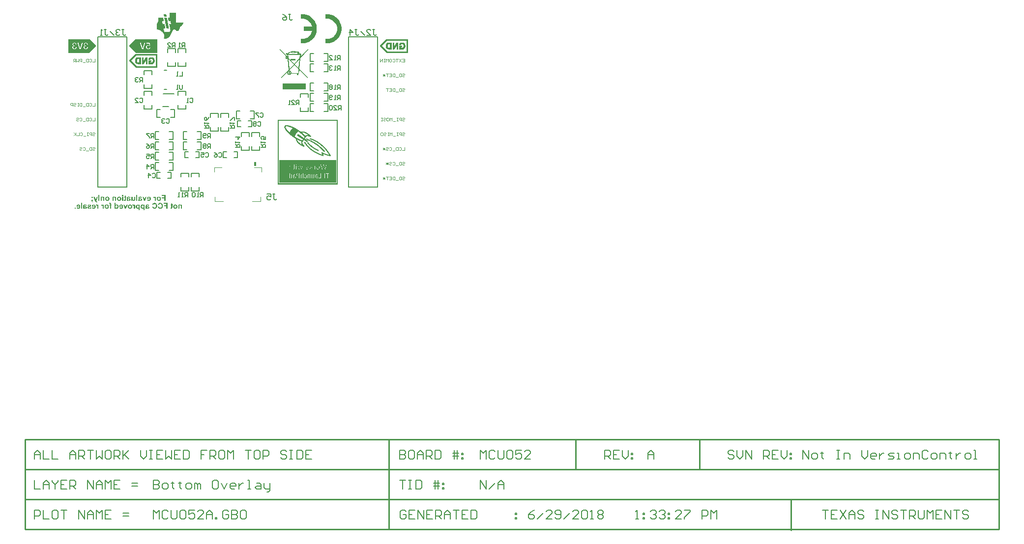
<source format=gbo>
G04 Layer_Color=9218505*
%FSAX25Y25*%
%MOIN*%
G70*
G01*
G75*
%ADD10C,0.01000*%
%ADD11C,0.00800*%
%ADD33C,0.00700*%
%ADD34C,0.00050*%
%ADD35C,0.00500*%
%ADD36C,0.00400*%
%ADD54C,0.00541*%
%ADD55C,0.00748*%
%ADD56C,0.00787*%
%ADD57C,0.00035*%
%ADD58C,0.00394*%
G36*
X0111290Y0260604D02*
X0111429Y0260582D01*
X0111556Y0260554D01*
X0111668Y0260521D01*
X0111712Y0260498D01*
X0111756Y0260482D01*
X0111795Y0260471D01*
X0111823Y0260454D01*
X0111851Y0260443D01*
X0111867Y0260432D01*
X0111878Y0260426D01*
X0111884D01*
X0112001Y0260349D01*
X0112101Y0260265D01*
X0112189Y0260176D01*
X0112261Y0260093D01*
X0112317Y0260016D01*
X0112361Y0259954D01*
X0112378Y0259932D01*
X0112383Y0259916D01*
X0112395Y0259905D01*
Y0259899D01*
X0112456Y0259771D01*
X0112495Y0259644D01*
X0112528Y0259527D01*
X0112550Y0259422D01*
X0112561Y0259327D01*
X0112567Y0259288D01*
Y0259255D01*
X0112572Y0259233D01*
Y0259211D01*
Y0259200D01*
Y0259194D01*
X0112567Y0259022D01*
X0112545Y0258861D01*
X0112517Y0258722D01*
X0112500Y0258661D01*
X0112483Y0258606D01*
X0112467Y0258556D01*
X0112450Y0258511D01*
X0112433Y0258473D01*
X0112422Y0258439D01*
X0112411Y0258412D01*
X0112400Y0258395D01*
X0112395Y0258384D01*
Y0258378D01*
X0112317Y0258262D01*
X0112234Y0258162D01*
X0112145Y0258073D01*
X0112062Y0258001D01*
X0111984Y0257945D01*
X0111923Y0257907D01*
X0111901Y0257890D01*
X0111884Y0257879D01*
X0111873Y0257873D01*
X0111867D01*
X0111734Y0257818D01*
X0111607Y0257773D01*
X0111484Y0257746D01*
X0111368Y0257723D01*
X0111274Y0257712D01*
X0111235Y0257707D01*
X0111201D01*
X0111174Y0257701D01*
X0111135D01*
X0111018Y0257707D01*
X0110913Y0257718D01*
X0110807Y0257740D01*
X0110713Y0257768D01*
X0110619Y0257796D01*
X0110535Y0257829D01*
X0110458Y0257868D01*
X0110386Y0257907D01*
X0110325Y0257945D01*
X0110269Y0257984D01*
X0110219Y0258017D01*
X0110180Y0258045D01*
X0110147Y0258073D01*
X0110125Y0258095D01*
X0110114Y0258106D01*
X0110108Y0258112D01*
X0110036Y0258195D01*
X0109975Y0258278D01*
X0109919Y0258362D01*
X0109869Y0258450D01*
X0109830Y0258539D01*
X0109797Y0258628D01*
X0109769Y0258711D01*
X0109747Y0258794D01*
X0109731Y0258867D01*
X0109720Y0258939D01*
X0109708Y0259000D01*
X0109703Y0259055D01*
X0109697Y0259100D01*
Y0259133D01*
Y0259155D01*
Y0259161D01*
X0109703Y0259277D01*
X0109714Y0259388D01*
X0109736Y0259488D01*
X0109758Y0259588D01*
X0109792Y0259677D01*
X0109825Y0259766D01*
X0109864Y0259843D01*
X0109897Y0259916D01*
X0109936Y0259977D01*
X0109975Y0260038D01*
X0110008Y0260082D01*
X0110041Y0260126D01*
X0110064Y0260154D01*
X0110086Y0260182D01*
X0110097Y0260193D01*
X0110102Y0260199D01*
X0110180Y0260271D01*
X0110263Y0260332D01*
X0110347Y0260387D01*
X0110435Y0260437D01*
X0110524Y0260476D01*
X0110608Y0260509D01*
X0110691Y0260537D01*
X0110774Y0260559D01*
X0110846Y0260576D01*
X0110918Y0260587D01*
X0110979Y0260598D01*
X0111035Y0260604D01*
X0111079Y0260609D01*
X0111140D01*
X0111290Y0260604D01*
D02*
G37*
G36*
X0101333Y0260221D02*
X0101400Y0260287D01*
X0101467Y0260349D01*
X0101533Y0260398D01*
X0101605Y0260448D01*
X0101672Y0260482D01*
X0101739Y0260515D01*
X0101805Y0260543D01*
X0101866Y0260559D01*
X0101927Y0260576D01*
X0101977Y0260587D01*
X0102027Y0260598D01*
X0102066Y0260604D01*
X0102099Y0260609D01*
X0102144D01*
X0102238Y0260604D01*
X0102327Y0260593D01*
X0102410Y0260576D01*
X0102493Y0260554D01*
X0102632Y0260493D01*
X0102699Y0260459D01*
X0102754Y0260426D01*
X0102810Y0260387D01*
X0102854Y0260354D01*
X0102893Y0260326D01*
X0102926Y0260298D01*
X0102954Y0260271D01*
X0102971Y0260254D01*
X0102982Y0260243D01*
X0102987Y0260238D01*
X0103043Y0260165D01*
X0103093Y0260088D01*
X0103137Y0260004D01*
X0103176Y0259916D01*
X0103209Y0259827D01*
X0103237Y0259738D01*
X0103276Y0259560D01*
X0103287Y0259483D01*
X0103298Y0259405D01*
X0103304Y0259338D01*
X0103309Y0259277D01*
X0103315Y0259227D01*
Y0259194D01*
Y0259166D01*
Y0259161D01*
X0103309Y0259033D01*
X0103298Y0258917D01*
X0103281Y0258806D01*
X0103259Y0258700D01*
X0103237Y0258606D01*
X0103209Y0258517D01*
X0103176Y0258439D01*
X0103143Y0258367D01*
X0103115Y0258300D01*
X0103082Y0258245D01*
X0103054Y0258195D01*
X0103026Y0258156D01*
X0103009Y0258123D01*
X0102993Y0258101D01*
X0102982Y0258090D01*
X0102976Y0258084D01*
X0102910Y0258017D01*
X0102843Y0257956D01*
X0102771Y0257907D01*
X0102704Y0257862D01*
X0102632Y0257823D01*
X0102566Y0257796D01*
X0102499Y0257768D01*
X0102438Y0257751D01*
X0102377Y0257734D01*
X0102321Y0257723D01*
X0102277Y0257712D01*
X0102233Y0257707D01*
X0102199Y0257701D01*
X0102155D01*
X0102066Y0257707D01*
X0101983Y0257718D01*
X0101900Y0257734D01*
X0101827Y0257757D01*
X0101772Y0257779D01*
X0101722Y0257796D01*
X0101694Y0257807D01*
X0101683Y0257812D01*
X0101600Y0257862D01*
X0101522Y0257918D01*
X0101450Y0257979D01*
X0101394Y0258034D01*
X0101345Y0258084D01*
X0101306Y0258128D01*
X0101284Y0258156D01*
X0101278Y0258167D01*
Y0257762D01*
X0100595D01*
Y0261603D01*
X0101333D01*
Y0260221D01*
D02*
G37*
G36*
X0074211Y0257762D02*
X0073472D01*
Y0258500D01*
X0074211D01*
Y0257762D01*
D02*
G37*
G36*
X0142004Y0260604D02*
X0142143Y0260582D01*
X0142270Y0260554D01*
X0142381Y0260521D01*
X0142426Y0260498D01*
X0142470Y0260482D01*
X0142509Y0260471D01*
X0142537Y0260454D01*
X0142564Y0260443D01*
X0142581Y0260432D01*
X0142592Y0260426D01*
X0142598D01*
X0142714Y0260349D01*
X0142814Y0260265D01*
X0142903Y0260176D01*
X0142975Y0260093D01*
X0143031Y0260016D01*
X0143075Y0259954D01*
X0143092Y0259932D01*
X0143097Y0259916D01*
X0143108Y0259905D01*
Y0259899D01*
X0143169Y0259771D01*
X0143208Y0259644D01*
X0143242Y0259527D01*
X0143264Y0259422D01*
X0143275Y0259327D01*
X0143280Y0259288D01*
Y0259255D01*
X0143286Y0259233D01*
Y0259211D01*
Y0259200D01*
Y0259194D01*
X0143280Y0259022D01*
X0143258Y0258861D01*
X0143230Y0258722D01*
X0143214Y0258661D01*
X0143197Y0258606D01*
X0143180Y0258556D01*
X0143164Y0258511D01*
X0143147Y0258473D01*
X0143136Y0258439D01*
X0143125Y0258412D01*
X0143114Y0258395D01*
X0143108Y0258384D01*
Y0258378D01*
X0143031Y0258262D01*
X0142947Y0258162D01*
X0142859Y0258073D01*
X0142775Y0258001D01*
X0142698Y0257945D01*
X0142637Y0257907D01*
X0142614Y0257890D01*
X0142598Y0257879D01*
X0142587Y0257873D01*
X0142581D01*
X0142448Y0257818D01*
X0142320Y0257773D01*
X0142198Y0257746D01*
X0142081Y0257723D01*
X0141987Y0257712D01*
X0141948Y0257707D01*
X0141915D01*
X0141887Y0257701D01*
X0141849D01*
X0141732Y0257707D01*
X0141626Y0257718D01*
X0141521Y0257740D01*
X0141427Y0257768D01*
X0141332Y0257796D01*
X0141249Y0257829D01*
X0141171Y0257868D01*
X0141099Y0257907D01*
X0141038Y0257945D01*
X0140983Y0257984D01*
X0140933Y0258017D01*
X0140894Y0258045D01*
X0140860Y0258073D01*
X0140838Y0258095D01*
X0140827Y0258106D01*
X0140822Y0258112D01*
X0140750Y0258195D01*
X0140689Y0258278D01*
X0140633Y0258362D01*
X0140583Y0258450D01*
X0140544Y0258539D01*
X0140511Y0258628D01*
X0140483Y0258711D01*
X0140461Y0258794D01*
X0140444Y0258867D01*
X0140433Y0258939D01*
X0140422Y0259000D01*
X0140417Y0259055D01*
X0140411Y0259100D01*
Y0259133D01*
Y0259155D01*
Y0259161D01*
X0140417Y0259277D01*
X0140428Y0259388D01*
X0140450Y0259488D01*
X0140472Y0259588D01*
X0140505Y0259677D01*
X0140539Y0259766D01*
X0140577Y0259843D01*
X0140611Y0259916D01*
X0140650Y0259977D01*
X0140689Y0260038D01*
X0140722Y0260082D01*
X0140755Y0260126D01*
X0140777Y0260154D01*
X0140799Y0260182D01*
X0140811Y0260193D01*
X0140816Y0260199D01*
X0140894Y0260271D01*
X0140977Y0260332D01*
X0141060Y0260387D01*
X0141149Y0260437D01*
X0141238Y0260476D01*
X0141321Y0260509D01*
X0141404Y0260537D01*
X0141488Y0260559D01*
X0141560Y0260576D01*
X0141632Y0260587D01*
X0141693Y0260598D01*
X0141749Y0260604D01*
X0141793Y0260609D01*
X0141854D01*
X0142004Y0260604D01*
D02*
G37*
G36*
X0095478D02*
X0095617Y0260582D01*
X0095745Y0260554D01*
X0095856Y0260521D01*
X0095900Y0260498D01*
X0095944Y0260482D01*
X0095983Y0260471D01*
X0096011Y0260454D01*
X0096039Y0260443D01*
X0096055Y0260432D01*
X0096066Y0260426D01*
X0096072D01*
X0096189Y0260349D01*
X0096289Y0260265D01*
X0096377Y0260176D01*
X0096450Y0260093D01*
X0096505Y0260016D01*
X0096549Y0259954D01*
X0096566Y0259932D01*
X0096572Y0259916D01*
X0096583Y0259905D01*
Y0259899D01*
X0096644Y0259771D01*
X0096683Y0259644D01*
X0096716Y0259527D01*
X0096738Y0259422D01*
X0096749Y0259327D01*
X0096755Y0259288D01*
Y0259255D01*
X0096760Y0259233D01*
Y0259211D01*
Y0259200D01*
Y0259194D01*
X0096755Y0259022D01*
X0096732Y0258861D01*
X0096705Y0258722D01*
X0096688Y0258661D01*
X0096671Y0258606D01*
X0096655Y0258556D01*
X0096638Y0258511D01*
X0096622Y0258473D01*
X0096610Y0258439D01*
X0096599Y0258412D01*
X0096588Y0258395D01*
X0096583Y0258384D01*
Y0258378D01*
X0096505Y0258262D01*
X0096422Y0258162D01*
X0096333Y0258073D01*
X0096250Y0258001D01*
X0096172Y0257945D01*
X0096111Y0257907D01*
X0096089Y0257890D01*
X0096072Y0257879D01*
X0096061Y0257873D01*
X0096055D01*
X0095922Y0257818D01*
X0095795Y0257773D01*
X0095673Y0257746D01*
X0095556Y0257723D01*
X0095461Y0257712D01*
X0095423Y0257707D01*
X0095389D01*
X0095362Y0257701D01*
X0095323D01*
X0095206Y0257707D01*
X0095101Y0257718D01*
X0094995Y0257740D01*
X0094901Y0257768D01*
X0094807Y0257796D01*
X0094723Y0257829D01*
X0094646Y0257868D01*
X0094574Y0257907D01*
X0094512Y0257945D01*
X0094457Y0257984D01*
X0094407Y0258017D01*
X0094368Y0258045D01*
X0094335Y0258073D01*
X0094313Y0258095D01*
X0094302Y0258106D01*
X0094296Y0258112D01*
X0094224Y0258195D01*
X0094163Y0258278D01*
X0094107Y0258362D01*
X0094057Y0258450D01*
X0094019Y0258539D01*
X0093985Y0258628D01*
X0093958Y0258711D01*
X0093935Y0258794D01*
X0093919Y0258867D01*
X0093908Y0258939D01*
X0093897Y0259000D01*
X0093891Y0259055D01*
X0093885Y0259100D01*
Y0259133D01*
Y0259155D01*
Y0259161D01*
X0093891Y0259277D01*
X0093902Y0259388D01*
X0093924Y0259488D01*
X0093946Y0259588D01*
X0093980Y0259677D01*
X0094013Y0259766D01*
X0094052Y0259843D01*
X0094085Y0259916D01*
X0094124Y0259977D01*
X0094163Y0260038D01*
X0094196Y0260082D01*
X0094229Y0260126D01*
X0094252Y0260154D01*
X0094274Y0260182D01*
X0094285Y0260193D01*
X0094291Y0260199D01*
X0094368Y0260271D01*
X0094451Y0260332D01*
X0094535Y0260387D01*
X0094624Y0260437D01*
X0094712Y0260476D01*
X0094796Y0260509D01*
X0094879Y0260537D01*
X0094962Y0260559D01*
X0095034Y0260576D01*
X0095106Y0260587D01*
X0095167Y0260598D01*
X0095223Y0260604D01*
X0095267Y0260609D01*
X0095328D01*
X0095478Y0260604D01*
D02*
G37*
G36*
X0116335D02*
X0116429Y0260587D01*
X0116518Y0260565D01*
X0116590Y0260543D01*
X0116651Y0260521D01*
X0116701Y0260498D01*
X0116729Y0260482D01*
X0116740Y0260476D01*
X0116823Y0260426D01*
X0116890Y0260371D01*
X0116957Y0260315D01*
X0117007Y0260260D01*
X0117045Y0260210D01*
X0117079Y0260171D01*
X0117095Y0260149D01*
X0117101Y0260138D01*
Y0260548D01*
X0117789D01*
Y0256697D01*
X0117051D01*
Y0258106D01*
X0116973Y0258029D01*
X0116901Y0257962D01*
X0116840Y0257907D01*
X0116779Y0257868D01*
X0116729Y0257834D01*
X0116696Y0257807D01*
X0116668Y0257796D01*
X0116663Y0257790D01*
X0116590Y0257762D01*
X0116518Y0257740D01*
X0116446Y0257723D01*
X0116379Y0257712D01*
X0116324Y0257707D01*
X0116280Y0257701D01*
X0116241D01*
X0116152Y0257707D01*
X0116069Y0257718D01*
X0115985Y0257734D01*
X0115908Y0257762D01*
X0115769Y0257823D01*
X0115708Y0257856D01*
X0115647Y0257895D01*
X0115597Y0257929D01*
X0115552Y0257962D01*
X0115514Y0257995D01*
X0115480Y0258023D01*
X0115453Y0258051D01*
X0115436Y0258067D01*
X0115425Y0258079D01*
X0115419Y0258084D01*
X0115358Y0258162D01*
X0115308Y0258245D01*
X0115258Y0258328D01*
X0115220Y0258417D01*
X0115186Y0258506D01*
X0115158Y0258595D01*
X0115120Y0258772D01*
X0115103Y0258850D01*
X0115092Y0258928D01*
X0115086Y0258994D01*
X0115081Y0259050D01*
X0115075Y0259100D01*
Y0259139D01*
Y0259161D01*
Y0259166D01*
X0115081Y0259288D01*
X0115092Y0259411D01*
X0115109Y0259516D01*
X0115125Y0259621D01*
X0115153Y0259716D01*
X0115181Y0259805D01*
X0115214Y0259882D01*
X0115242Y0259954D01*
X0115275Y0260016D01*
X0115308Y0260071D01*
X0115336Y0260121D01*
X0115358Y0260154D01*
X0115381Y0260188D01*
X0115397Y0260210D01*
X0115408Y0260221D01*
X0115414Y0260226D01*
X0115480Y0260293D01*
X0115547Y0260354D01*
X0115614Y0260404D01*
X0115686Y0260448D01*
X0115752Y0260487D01*
X0115824Y0260515D01*
X0115885Y0260543D01*
X0115952Y0260559D01*
X0116008Y0260576D01*
X0116063Y0260587D01*
X0116113Y0260598D01*
X0116152Y0260604D01*
X0116191Y0260609D01*
X0116235D01*
X0116335Y0260604D01*
D02*
G37*
G36*
X0106535Y0266259D02*
X0105797D01*
Y0266941D01*
X0106535D01*
Y0266259D01*
D02*
G37*
G36*
X0083856Y0260598D02*
X0083951Y0260587D01*
X0084040Y0260571D01*
X0084117Y0260554D01*
X0084189Y0260532D01*
X0084256Y0260509D01*
X0084317Y0260487D01*
X0084367Y0260459D01*
X0084412Y0260437D01*
X0084450Y0260415D01*
X0084478Y0260398D01*
X0084506Y0260382D01*
X0084522Y0260371D01*
X0084528Y0260365D01*
X0084534Y0260360D01*
X0084584Y0260315D01*
X0084628Y0260265D01*
X0084667Y0260215D01*
X0084695Y0260160D01*
X0084750Y0260060D01*
X0084783Y0259965D01*
X0084800Y0259882D01*
X0084806Y0259843D01*
X0084811Y0259816D01*
X0084817Y0259788D01*
Y0259771D01*
Y0259760D01*
Y0259755D01*
X0084811Y0259682D01*
X0084800Y0259616D01*
X0084789Y0259549D01*
X0084767Y0259488D01*
X0084711Y0259383D01*
X0084650Y0259294D01*
X0084595Y0259222D01*
X0084539Y0259172D01*
X0084517Y0259150D01*
X0084506Y0259139D01*
X0084495Y0259133D01*
X0084489Y0259127D01*
X0084439Y0259100D01*
X0084373Y0259066D01*
X0084295Y0259033D01*
X0084212Y0259005D01*
X0084123Y0258972D01*
X0084029Y0258944D01*
X0083834Y0258889D01*
X0083740Y0258861D01*
X0083651Y0258839D01*
X0083574Y0258817D01*
X0083501Y0258800D01*
X0083440Y0258789D01*
X0083396Y0258778D01*
X0083368Y0258767D01*
X0083357D01*
X0083290Y0258750D01*
X0083240Y0258733D01*
X0083196Y0258717D01*
X0083163Y0258706D01*
X0083140Y0258689D01*
X0083124Y0258683D01*
X0083113Y0258672D01*
X0083079Y0258628D01*
X0083063Y0258584D01*
X0083057Y0258550D01*
Y0258539D01*
Y0258534D01*
X0083063Y0258489D01*
X0083074Y0258450D01*
X0083091Y0258417D01*
X0083107Y0258389D01*
X0083124Y0258367D01*
X0083140Y0258350D01*
X0083152Y0258339D01*
X0083157Y0258334D01*
X0083218Y0258300D01*
X0083285Y0258278D01*
X0083357Y0258256D01*
X0083424Y0258245D01*
X0083485Y0258240D01*
X0083540Y0258234D01*
X0083585D01*
X0083679Y0258240D01*
X0083757Y0258251D01*
X0083829Y0258267D01*
X0083884Y0258289D01*
X0083929Y0258306D01*
X0083962Y0258323D01*
X0083984Y0258334D01*
X0083990Y0258339D01*
X0084040Y0258384D01*
X0084079Y0258439D01*
X0084112Y0258489D01*
X0084140Y0258545D01*
X0084156Y0258595D01*
X0084167Y0258633D01*
X0084178Y0258656D01*
Y0258667D01*
X0084917Y0258556D01*
X0084867Y0258417D01*
X0084806Y0258289D01*
X0084739Y0258184D01*
X0084667Y0258095D01*
X0084600Y0258023D01*
X0084539Y0257973D01*
X0084522Y0257951D01*
X0084506Y0257940D01*
X0084495Y0257934D01*
X0084489Y0257929D01*
X0084423Y0257890D01*
X0084356Y0257851D01*
X0084206Y0257796D01*
X0084056Y0257757D01*
X0083912Y0257729D01*
X0083845Y0257718D01*
X0083784Y0257712D01*
X0083729Y0257707D01*
X0083679D01*
X0083640Y0257701D01*
X0083585D01*
X0083474Y0257707D01*
X0083368Y0257712D01*
X0083268Y0257729D01*
X0083174Y0257746D01*
X0083091Y0257762D01*
X0083013Y0257790D01*
X0082941Y0257812D01*
X0082880Y0257840D01*
X0082824Y0257862D01*
X0082774Y0257890D01*
X0082735Y0257912D01*
X0082702Y0257929D01*
X0082674Y0257951D01*
X0082658Y0257962D01*
X0082647Y0257967D01*
X0082641Y0257973D01*
X0082586Y0258029D01*
X0082536Y0258084D01*
X0082491Y0258140D01*
X0082452Y0258195D01*
X0082425Y0258251D01*
X0082397Y0258306D01*
X0082358Y0258406D01*
X0082336Y0258500D01*
X0082330Y0258539D01*
X0082325Y0258567D01*
X0082319Y0258595D01*
Y0258617D01*
Y0258628D01*
Y0258633D01*
X0082330Y0258756D01*
X0082358Y0258867D01*
X0082391Y0258961D01*
X0082436Y0259039D01*
X0082480Y0259100D01*
X0082513Y0259144D01*
X0082541Y0259166D01*
X0082552Y0259177D01*
X0082602Y0259211D01*
X0082652Y0259250D01*
X0082713Y0259277D01*
X0082780Y0259311D01*
X0082913Y0259366D01*
X0083052Y0259416D01*
X0083174Y0259455D01*
X0083229Y0259466D01*
X0083279Y0259483D01*
X0083318Y0259494D01*
X0083346Y0259499D01*
X0083368Y0259505D01*
X0083374D01*
X0083479Y0259533D01*
X0083574Y0259555D01*
X0083657Y0259577D01*
X0083729Y0259599D01*
X0083795Y0259616D01*
X0083851Y0259632D01*
X0083895Y0259649D01*
X0083940Y0259660D01*
X0083973Y0259677D01*
X0084001Y0259688D01*
X0084023Y0259694D01*
X0084034Y0259705D01*
X0084056Y0259710D01*
X0084062Y0259716D01*
X0084084Y0259738D01*
X0084101Y0259760D01*
X0084123Y0259805D01*
X0084134Y0259838D01*
Y0259843D01*
Y0259849D01*
X0084128Y0259882D01*
X0084123Y0259910D01*
X0084090Y0259960D01*
X0084062Y0259988D01*
X0084056Y0259999D01*
X0084051D01*
X0083995Y0260027D01*
X0083934Y0260049D01*
X0083868Y0260060D01*
X0083795Y0260071D01*
X0083734Y0260076D01*
X0083684Y0260082D01*
X0083635D01*
X0083551Y0260076D01*
X0083479Y0260071D01*
X0083418Y0260054D01*
X0083368Y0260038D01*
X0083329Y0260021D01*
X0083302Y0260010D01*
X0083285Y0259999D01*
X0083279Y0259993D01*
X0083235Y0259960D01*
X0083202Y0259921D01*
X0083168Y0259882D01*
X0083146Y0259838D01*
X0083129Y0259805D01*
X0083118Y0259777D01*
X0083107Y0259755D01*
Y0259749D01*
X0082414Y0259877D01*
X0082458Y0260004D01*
X0082519Y0260115D01*
X0082580Y0260210D01*
X0082647Y0260282D01*
X0082702Y0260343D01*
X0082752Y0260387D01*
X0082785Y0260409D01*
X0082791Y0260421D01*
X0082797D01*
X0082852Y0260454D01*
X0082913Y0260482D01*
X0083046Y0260532D01*
X0083185Y0260565D01*
X0083324Y0260587D01*
X0083390Y0260593D01*
X0083451Y0260598D01*
X0083507Y0260604D01*
X0083551Y0260609D01*
X0083757D01*
X0083856Y0260598D01*
D02*
G37*
G36*
X0119615Y0260604D02*
X0119710Y0260587D01*
X0119798Y0260565D01*
X0119870Y0260543D01*
X0119931Y0260521D01*
X0119981Y0260498D01*
X0120009Y0260482D01*
X0120020Y0260476D01*
X0120104Y0260426D01*
X0120170Y0260371D01*
X0120237Y0260315D01*
X0120287Y0260260D01*
X0120326Y0260210D01*
X0120359Y0260171D01*
X0120376Y0260149D01*
X0120381Y0260138D01*
Y0260548D01*
X0121069D01*
Y0256697D01*
X0120331D01*
Y0258106D01*
X0120253Y0258029D01*
X0120181Y0257962D01*
X0120120Y0257907D01*
X0120059Y0257868D01*
X0120009Y0257834D01*
X0119976Y0257807D01*
X0119948Y0257796D01*
X0119943Y0257790D01*
X0119870Y0257762D01*
X0119798Y0257740D01*
X0119726Y0257723D01*
X0119659Y0257712D01*
X0119604Y0257707D01*
X0119560Y0257701D01*
X0119521D01*
X0119432Y0257707D01*
X0119349Y0257718D01*
X0119265Y0257734D01*
X0119188Y0257762D01*
X0119049Y0257823D01*
X0118988Y0257856D01*
X0118927Y0257895D01*
X0118877Y0257929D01*
X0118833Y0257962D01*
X0118794Y0257995D01*
X0118760Y0258023D01*
X0118733Y0258051D01*
X0118716Y0258067D01*
X0118705Y0258079D01*
X0118699Y0258084D01*
X0118638Y0258162D01*
X0118588Y0258245D01*
X0118538Y0258328D01*
X0118500Y0258417D01*
X0118466Y0258506D01*
X0118439Y0258595D01*
X0118400Y0258772D01*
X0118383Y0258850D01*
X0118372Y0258928D01*
X0118366Y0258994D01*
X0118361Y0259050D01*
X0118355Y0259100D01*
Y0259139D01*
Y0259161D01*
Y0259166D01*
X0118361Y0259288D01*
X0118372Y0259411D01*
X0118389Y0259516D01*
X0118405Y0259621D01*
X0118433Y0259716D01*
X0118461Y0259805D01*
X0118494Y0259882D01*
X0118522Y0259954D01*
X0118555Y0260016D01*
X0118588Y0260071D01*
X0118616Y0260121D01*
X0118638Y0260154D01*
X0118660Y0260188D01*
X0118677Y0260210D01*
X0118688Y0260221D01*
X0118694Y0260226D01*
X0118760Y0260293D01*
X0118827Y0260354D01*
X0118894Y0260404D01*
X0118966Y0260448D01*
X0119032Y0260487D01*
X0119105Y0260515D01*
X0119166Y0260543D01*
X0119232Y0260559D01*
X0119288Y0260576D01*
X0119343Y0260587D01*
X0119393Y0260598D01*
X0119432Y0260604D01*
X0119471Y0260609D01*
X0119515D01*
X0119615Y0260604D01*
D02*
G37*
G36*
X0078689Y0257762D02*
X0077951D01*
Y0261603D01*
X0078689D01*
Y0257762D01*
D02*
G37*
G36*
X0076236Y0260604D02*
X0076331Y0260593D01*
X0076425Y0260571D01*
X0076508Y0260548D01*
X0076591Y0260521D01*
X0076664Y0260487D01*
X0076736Y0260448D01*
X0076797Y0260415D01*
X0076852Y0260376D01*
X0076902Y0260337D01*
X0076947Y0260304D01*
X0076980Y0260276D01*
X0077008Y0260254D01*
X0077030Y0260232D01*
X0077041Y0260221D01*
X0077047Y0260215D01*
X0077108Y0260138D01*
X0077163Y0260054D01*
X0077213Y0259971D01*
X0077258Y0259882D01*
X0077291Y0259788D01*
X0077319Y0259699D01*
X0077363Y0259527D01*
X0077380Y0259444D01*
X0077391Y0259372D01*
X0077396Y0259305D01*
X0077402Y0259250D01*
X0077407Y0259200D01*
Y0259161D01*
Y0259139D01*
Y0259133D01*
X0077402Y0259028D01*
X0077396Y0258922D01*
X0077380Y0258828D01*
X0077363Y0258739D01*
X0077346Y0258650D01*
X0077319Y0258573D01*
X0077296Y0258500D01*
X0077269Y0258434D01*
X0077246Y0258373D01*
X0077219Y0258323D01*
X0077197Y0258278D01*
X0077180Y0258240D01*
X0077158Y0258212D01*
X0077147Y0258190D01*
X0077141Y0258178D01*
X0077135Y0258173D01*
X0077063Y0258090D01*
X0076991Y0258017D01*
X0076908Y0257956D01*
X0076819Y0257901D01*
X0076730Y0257856D01*
X0076641Y0257818D01*
X0076553Y0257784D01*
X0076464Y0257762D01*
X0076386Y0257740D01*
X0076309Y0257729D01*
X0076236Y0257718D01*
X0076175Y0257707D01*
X0076125D01*
X0076092Y0257701D01*
X0076059D01*
X0075898Y0257712D01*
X0075748Y0257734D01*
X0075620Y0257768D01*
X0075509Y0257807D01*
X0075459Y0257829D01*
X0075420Y0257845D01*
X0075382Y0257862D01*
X0075354Y0257879D01*
X0075332Y0257895D01*
X0075309Y0257901D01*
X0075304Y0257912D01*
X0075298D01*
X0075193Y0258001D01*
X0075099Y0258095D01*
X0075021Y0258201D01*
X0074960Y0258300D01*
X0074910Y0258389D01*
X0074893Y0258428D01*
X0074877Y0258461D01*
X0074866Y0258489D01*
X0074854Y0258511D01*
X0074849Y0258523D01*
Y0258528D01*
X0075581Y0258650D01*
X0075609Y0258578D01*
X0075637Y0258511D01*
X0075665Y0258461D01*
X0075698Y0258417D01*
X0075720Y0258384D01*
X0075742Y0258362D01*
X0075759Y0258350D01*
X0075765Y0258345D01*
X0075809Y0258312D01*
X0075859Y0258289D01*
X0075909Y0258273D01*
X0075953Y0258262D01*
X0075992Y0258256D01*
X0076025Y0258251D01*
X0076053D01*
X0076142Y0258256D01*
X0076225Y0258278D01*
X0076303Y0258306D01*
X0076364Y0258339D01*
X0076414Y0258373D01*
X0076447Y0258400D01*
X0076475Y0258423D01*
X0076481Y0258428D01*
X0076536Y0258500D01*
X0076575Y0258584D01*
X0076608Y0258672D01*
X0076630Y0258750D01*
X0076641Y0258828D01*
X0076647Y0258883D01*
X0076653Y0258906D01*
Y0258922D01*
Y0258933D01*
Y0258939D01*
X0074810D01*
Y0259094D01*
X0074821Y0259233D01*
X0074838Y0259366D01*
X0074860Y0259488D01*
X0074888Y0259605D01*
X0074915Y0259705D01*
X0074949Y0259799D01*
X0074982Y0259882D01*
X0075015Y0259954D01*
X0075049Y0260021D01*
X0075076Y0260071D01*
X0075104Y0260115D01*
X0075126Y0260149D01*
X0075143Y0260176D01*
X0075154Y0260188D01*
X0075160Y0260193D01*
X0075226Y0260265D01*
X0075304Y0260332D01*
X0075382Y0260387D01*
X0075459Y0260432D01*
X0075543Y0260476D01*
X0075626Y0260509D01*
X0075704Y0260537D01*
X0075781Y0260559D01*
X0075853Y0260576D01*
X0075920Y0260587D01*
X0075981Y0260598D01*
X0076031Y0260604D01*
X0076075Y0260609D01*
X0076136D01*
X0076236Y0260604D01*
D02*
G37*
G36*
X0144906D02*
X0145006Y0260587D01*
X0145095Y0260565D01*
X0145184Y0260537D01*
X0145267Y0260498D01*
X0145339Y0260459D01*
X0145412Y0260415D01*
X0145473Y0260376D01*
X0145528Y0260332D01*
X0145578Y0260287D01*
X0145623Y0260249D01*
X0145656Y0260210D01*
X0145684Y0260182D01*
X0145706Y0260160D01*
X0145717Y0260143D01*
X0145722Y0260138D01*
Y0260548D01*
X0146405D01*
Y0257762D01*
X0145667D01*
Y0259016D01*
Y0259100D01*
Y0259177D01*
X0145661Y0259250D01*
X0145656Y0259311D01*
Y0259372D01*
X0145650Y0259422D01*
X0145645Y0259472D01*
X0145639Y0259510D01*
X0145628Y0259577D01*
X0145623Y0259621D01*
X0145611Y0259649D01*
Y0259655D01*
X0145589Y0259716D01*
X0145556Y0259777D01*
X0145523Y0259821D01*
X0145489Y0259866D01*
X0145456Y0259893D01*
X0145428Y0259921D01*
X0145412Y0259932D01*
X0145406Y0259938D01*
X0145345Y0259971D01*
X0145284Y0259999D01*
X0145228Y0260016D01*
X0145173Y0260032D01*
X0145129Y0260038D01*
X0145095Y0260043D01*
X0145062D01*
X0145006Y0260038D01*
X0144956Y0260032D01*
X0144918Y0260021D01*
X0144879Y0260004D01*
X0144845Y0259988D01*
X0144823Y0259977D01*
X0144812Y0259971D01*
X0144807Y0259965D01*
X0144768Y0259938D01*
X0144740Y0259905D01*
X0144690Y0259838D01*
X0144673Y0259805D01*
X0144662Y0259782D01*
X0144651Y0259766D01*
Y0259760D01*
X0144640Y0259732D01*
X0144634Y0259699D01*
X0144623Y0259616D01*
X0144612Y0259516D01*
X0144607Y0259422D01*
X0144601Y0259327D01*
Y0259288D01*
Y0259250D01*
Y0259222D01*
Y0259200D01*
Y0259183D01*
Y0259177D01*
Y0257762D01*
X0143863D01*
Y0259488D01*
Y0259605D01*
X0143869Y0259699D01*
X0143874Y0259788D01*
X0143885Y0259855D01*
X0143891Y0259910D01*
X0143902Y0259949D01*
X0143907Y0259977D01*
Y0259982D01*
X0143924Y0260049D01*
X0143946Y0260104D01*
X0143969Y0260160D01*
X0143996Y0260204D01*
X0144018Y0260243D01*
X0144035Y0260271D01*
X0144046Y0260287D01*
X0144052Y0260293D01*
X0144096Y0260343D01*
X0144146Y0260387D01*
X0144196Y0260426D01*
X0144246Y0260459D01*
X0144290Y0260487D01*
X0144329Y0260504D01*
X0144351Y0260515D01*
X0144363Y0260521D01*
X0144440Y0260548D01*
X0144518Y0260571D01*
X0144590Y0260587D01*
X0144657Y0260598D01*
X0144718Y0260604D01*
X0144768Y0260609D01*
X0144807D01*
X0144906Y0260604D01*
D02*
G37*
G36*
X0105180D02*
X0105274Y0260593D01*
X0105368Y0260571D01*
X0105452Y0260548D01*
X0105535Y0260521D01*
X0105607Y0260487D01*
X0105679Y0260448D01*
X0105740Y0260415D01*
X0105796Y0260376D01*
X0105846Y0260337D01*
X0105890Y0260304D01*
X0105923Y0260276D01*
X0105951Y0260254D01*
X0105973Y0260232D01*
X0105984Y0260221D01*
X0105990Y0260215D01*
X0106051Y0260138D01*
X0106106Y0260054D01*
X0106156Y0259971D01*
X0106201Y0259882D01*
X0106234Y0259788D01*
X0106262Y0259699D01*
X0106306Y0259527D01*
X0106323Y0259444D01*
X0106334Y0259372D01*
X0106340Y0259305D01*
X0106345Y0259250D01*
X0106351Y0259200D01*
Y0259161D01*
Y0259139D01*
Y0259133D01*
X0106345Y0259028D01*
X0106340Y0258922D01*
X0106323Y0258828D01*
X0106306Y0258739D01*
X0106290Y0258650D01*
X0106262Y0258573D01*
X0106240Y0258500D01*
X0106212Y0258434D01*
X0106190Y0258373D01*
X0106162Y0258323D01*
X0106140Y0258278D01*
X0106123Y0258240D01*
X0106101Y0258212D01*
X0106090Y0258190D01*
X0106084Y0258178D01*
X0106079Y0258173D01*
X0106007Y0258090D01*
X0105934Y0258017D01*
X0105851Y0257956D01*
X0105762Y0257901D01*
X0105674Y0257856D01*
X0105585Y0257818D01*
X0105496Y0257784D01*
X0105407Y0257762D01*
X0105329Y0257740D01*
X0105252Y0257729D01*
X0105180Y0257718D01*
X0105119Y0257707D01*
X0105069D01*
X0105035Y0257701D01*
X0105002D01*
X0104841Y0257712D01*
X0104691Y0257734D01*
X0104564Y0257768D01*
X0104453Y0257807D01*
X0104403Y0257829D01*
X0104364Y0257845D01*
X0104325Y0257862D01*
X0104297Y0257879D01*
X0104275Y0257895D01*
X0104253Y0257901D01*
X0104247Y0257912D01*
X0104242D01*
X0104136Y0258001D01*
X0104042Y0258095D01*
X0103964Y0258201D01*
X0103903Y0258300D01*
X0103853Y0258389D01*
X0103837Y0258428D01*
X0103820Y0258461D01*
X0103809Y0258489D01*
X0103798Y0258511D01*
X0103792Y0258523D01*
Y0258528D01*
X0104525Y0258650D01*
X0104552Y0258578D01*
X0104580Y0258511D01*
X0104608Y0258461D01*
X0104641Y0258417D01*
X0104663Y0258384D01*
X0104686Y0258362D01*
X0104702Y0258350D01*
X0104708Y0258345D01*
X0104752Y0258312D01*
X0104802Y0258289D01*
X0104852Y0258273D01*
X0104897Y0258262D01*
X0104935Y0258256D01*
X0104969Y0258251D01*
X0104997D01*
X0105085Y0258256D01*
X0105168Y0258278D01*
X0105246Y0258306D01*
X0105307Y0258339D01*
X0105357Y0258373D01*
X0105391Y0258400D01*
X0105418Y0258423D01*
X0105424Y0258428D01*
X0105479Y0258500D01*
X0105518Y0258584D01*
X0105551Y0258672D01*
X0105574Y0258750D01*
X0105585Y0258828D01*
X0105590Y0258883D01*
X0105596Y0258906D01*
Y0258922D01*
Y0258933D01*
Y0258939D01*
X0103753D01*
Y0259094D01*
X0103764Y0259233D01*
X0103781Y0259366D01*
X0103803Y0259488D01*
X0103831Y0259605D01*
X0103859Y0259705D01*
X0103892Y0259799D01*
X0103925Y0259882D01*
X0103959Y0259954D01*
X0103992Y0260021D01*
X0104020Y0260071D01*
X0104047Y0260115D01*
X0104070Y0260149D01*
X0104086Y0260176D01*
X0104097Y0260188D01*
X0104103Y0260193D01*
X0104169Y0260265D01*
X0104247Y0260332D01*
X0104325Y0260387D01*
X0104403Y0260432D01*
X0104486Y0260476D01*
X0104569Y0260509D01*
X0104647Y0260537D01*
X0104725Y0260559D01*
X0104797Y0260576D01*
X0104863Y0260587D01*
X0104924Y0260598D01*
X0104974Y0260604D01*
X0105019Y0260609D01*
X0105080D01*
X0105180Y0260604D01*
D02*
G37*
G36*
X0086687D02*
X0086781Y0260593D01*
X0086876Y0260571D01*
X0086959Y0260548D01*
X0087042Y0260521D01*
X0087114Y0260487D01*
X0087186Y0260448D01*
X0087248Y0260415D01*
X0087303Y0260376D01*
X0087353Y0260337D01*
X0087397Y0260304D01*
X0087431Y0260276D01*
X0087458Y0260254D01*
X0087481Y0260232D01*
X0087492Y0260221D01*
X0087497Y0260215D01*
X0087558Y0260138D01*
X0087614Y0260054D01*
X0087664Y0259971D01*
X0087708Y0259882D01*
X0087742Y0259788D01*
X0087769Y0259699D01*
X0087814Y0259527D01*
X0087830Y0259444D01*
X0087841Y0259372D01*
X0087847Y0259305D01*
X0087853Y0259250D01*
X0087858Y0259200D01*
Y0259161D01*
Y0259139D01*
Y0259133D01*
X0087853Y0259028D01*
X0087847Y0258922D01*
X0087830Y0258828D01*
X0087814Y0258739D01*
X0087797Y0258650D01*
X0087769Y0258573D01*
X0087747Y0258500D01*
X0087719Y0258434D01*
X0087697Y0258373D01*
X0087669Y0258323D01*
X0087647Y0258278D01*
X0087630Y0258240D01*
X0087608Y0258212D01*
X0087597Y0258190D01*
X0087592Y0258178D01*
X0087586Y0258173D01*
X0087514Y0258090D01*
X0087442Y0258017D01*
X0087359Y0257956D01*
X0087270Y0257901D01*
X0087181Y0257856D01*
X0087092Y0257818D01*
X0087003Y0257784D01*
X0086914Y0257762D01*
X0086837Y0257740D01*
X0086759Y0257729D01*
X0086687Y0257718D01*
X0086626Y0257707D01*
X0086576D01*
X0086543Y0257701D01*
X0086509D01*
X0086348Y0257712D01*
X0086199Y0257734D01*
X0086071Y0257768D01*
X0085960Y0257807D01*
X0085910Y0257829D01*
X0085871Y0257845D01*
X0085832Y0257862D01*
X0085804Y0257879D01*
X0085782Y0257895D01*
X0085760Y0257901D01*
X0085755Y0257912D01*
X0085749D01*
X0085644Y0258001D01*
X0085549Y0258095D01*
X0085472Y0258201D01*
X0085410Y0258300D01*
X0085361Y0258389D01*
X0085344Y0258428D01*
X0085327Y0258461D01*
X0085316Y0258489D01*
X0085305Y0258511D01*
X0085299Y0258523D01*
Y0258528D01*
X0086032Y0258650D01*
X0086060Y0258578D01*
X0086088Y0258511D01*
X0086115Y0258461D01*
X0086149Y0258417D01*
X0086171Y0258384D01*
X0086193Y0258362D01*
X0086210Y0258350D01*
X0086215Y0258345D01*
X0086260Y0258312D01*
X0086310Y0258289D01*
X0086360Y0258273D01*
X0086404Y0258262D01*
X0086443Y0258256D01*
X0086476Y0258251D01*
X0086504D01*
X0086593Y0258256D01*
X0086676Y0258278D01*
X0086754Y0258306D01*
X0086815Y0258339D01*
X0086865Y0258373D01*
X0086898Y0258400D01*
X0086926Y0258423D01*
X0086931Y0258428D01*
X0086987Y0258500D01*
X0087025Y0258584D01*
X0087059Y0258672D01*
X0087081Y0258750D01*
X0087092Y0258828D01*
X0087098Y0258883D01*
X0087103Y0258906D01*
Y0258922D01*
Y0258933D01*
Y0258939D01*
X0085261D01*
Y0259094D01*
X0085272Y0259233D01*
X0085288Y0259366D01*
X0085311Y0259488D01*
X0085338Y0259605D01*
X0085366Y0259705D01*
X0085399Y0259799D01*
X0085433Y0259882D01*
X0085466Y0259954D01*
X0085499Y0260021D01*
X0085527Y0260071D01*
X0085555Y0260115D01*
X0085577Y0260149D01*
X0085594Y0260176D01*
X0085605Y0260188D01*
X0085610Y0260193D01*
X0085677Y0260265D01*
X0085755Y0260332D01*
X0085832Y0260387D01*
X0085910Y0260432D01*
X0085993Y0260476D01*
X0086076Y0260509D01*
X0086154Y0260537D01*
X0086232Y0260559D01*
X0086304Y0260576D01*
X0086371Y0260587D01*
X0086432Y0260598D01*
X0086482Y0260604D01*
X0086526Y0260609D01*
X0086587D01*
X0086687Y0260604D01*
D02*
G37*
G36*
X0136548Y0257762D02*
X0135771D01*
Y0259394D01*
X0134167D01*
Y0260043D01*
X0135771D01*
Y0260953D01*
X0133912D01*
Y0261603D01*
X0136548D01*
Y0257762D01*
D02*
G37*
G36*
X0092098Y0260604D02*
X0092154Y0260598D01*
X0092209Y0260582D01*
X0092254Y0260565D01*
X0092292Y0260548D01*
X0092326Y0260537D01*
X0092342Y0260526D01*
X0092348Y0260521D01*
X0092404Y0260482D01*
X0092453Y0260426D01*
X0092509Y0260365D01*
X0092553Y0260304D01*
X0092598Y0260243D01*
X0092631Y0260193D01*
X0092653Y0260160D01*
X0092659Y0260154D01*
Y0260548D01*
X0093341D01*
Y0257762D01*
X0092603D01*
Y0258617D01*
Y0258745D01*
Y0258861D01*
X0092598Y0258966D01*
X0092592Y0259061D01*
Y0259150D01*
X0092587Y0259222D01*
X0092581Y0259294D01*
X0092576Y0259349D01*
X0092570Y0259399D01*
X0092564Y0259444D01*
X0092559Y0259477D01*
Y0259505D01*
X0092553Y0259522D01*
X0092548Y0259538D01*
Y0259549D01*
X0092526Y0259627D01*
X0092498Y0259694D01*
X0092470Y0259749D01*
X0092442Y0259788D01*
X0092420Y0259821D01*
X0092398Y0259843D01*
X0092387Y0259855D01*
X0092381Y0259860D01*
X0092337Y0259888D01*
X0092292Y0259910D01*
X0092248Y0259927D01*
X0092209Y0259938D01*
X0092176Y0259943D01*
X0092143Y0259949D01*
X0092120D01*
X0092059Y0259943D01*
X0091998Y0259932D01*
X0091943Y0259910D01*
X0091887Y0259888D01*
X0091843Y0259866D01*
X0091810Y0259843D01*
X0091782Y0259832D01*
X0091776Y0259827D01*
X0091543Y0260465D01*
X0091632Y0260515D01*
X0091715Y0260548D01*
X0091799Y0260576D01*
X0091876Y0260593D01*
X0091937Y0260604D01*
X0091987Y0260609D01*
X0092032D01*
X0092098Y0260604D01*
D02*
G37*
G36*
X0088519D02*
X0088574Y0260598D01*
X0088630Y0260582D01*
X0088674Y0260565D01*
X0088713Y0260548D01*
X0088746Y0260537D01*
X0088763Y0260526D01*
X0088768Y0260521D01*
X0088824Y0260482D01*
X0088874Y0260426D01*
X0088929Y0260365D01*
X0088974Y0260304D01*
X0089018Y0260243D01*
X0089051Y0260193D01*
X0089073Y0260160D01*
X0089079Y0260154D01*
Y0260548D01*
X0089762D01*
Y0257762D01*
X0089024D01*
Y0258617D01*
Y0258745D01*
Y0258861D01*
X0089018Y0258966D01*
X0089012Y0259061D01*
Y0259150D01*
X0089007Y0259222D01*
X0089001Y0259294D01*
X0088996Y0259349D01*
X0088990Y0259399D01*
X0088985Y0259444D01*
X0088979Y0259477D01*
Y0259505D01*
X0088974Y0259522D01*
X0088968Y0259538D01*
Y0259549D01*
X0088946Y0259627D01*
X0088918Y0259694D01*
X0088890Y0259749D01*
X0088863Y0259788D01*
X0088840Y0259821D01*
X0088818Y0259843D01*
X0088807Y0259855D01*
X0088801Y0259860D01*
X0088757Y0259888D01*
X0088713Y0259910D01*
X0088668Y0259927D01*
X0088630Y0259938D01*
X0088596Y0259943D01*
X0088563Y0259949D01*
X0088541D01*
X0088480Y0259943D01*
X0088419Y0259932D01*
X0088363Y0259910D01*
X0088308Y0259888D01*
X0088263Y0259866D01*
X0088230Y0259843D01*
X0088202Y0259832D01*
X0088197Y0259827D01*
X0087963Y0260465D01*
X0088052Y0260515D01*
X0088136Y0260548D01*
X0088219Y0260576D01*
X0088297Y0260593D01*
X0088358Y0260604D01*
X0088407Y0260609D01*
X0088452D01*
X0088519Y0260604D01*
D02*
G37*
G36*
X0113277D02*
X0113332Y0260598D01*
X0113388Y0260582D01*
X0113432Y0260565D01*
X0113471Y0260548D01*
X0113505Y0260537D01*
X0113521Y0260526D01*
X0113527Y0260521D01*
X0113582Y0260482D01*
X0113632Y0260426D01*
X0113688Y0260365D01*
X0113732Y0260304D01*
X0113777Y0260243D01*
X0113810Y0260193D01*
X0113832Y0260160D01*
X0113838Y0260154D01*
Y0260548D01*
X0114520D01*
Y0257762D01*
X0113782D01*
Y0258617D01*
Y0258745D01*
Y0258861D01*
X0113777Y0258966D01*
X0113771Y0259061D01*
Y0259150D01*
X0113766Y0259222D01*
X0113760Y0259294D01*
X0113754Y0259349D01*
X0113749Y0259399D01*
X0113743Y0259444D01*
X0113738Y0259477D01*
Y0259505D01*
X0113732Y0259522D01*
X0113727Y0259538D01*
Y0259549D01*
X0113704Y0259627D01*
X0113677Y0259694D01*
X0113649Y0259749D01*
X0113621Y0259788D01*
X0113599Y0259821D01*
X0113577Y0259843D01*
X0113566Y0259855D01*
X0113560Y0259860D01*
X0113516Y0259888D01*
X0113471Y0259910D01*
X0113427Y0259927D01*
X0113388Y0259938D01*
X0113355Y0259943D01*
X0113321Y0259949D01*
X0113299D01*
X0113238Y0259943D01*
X0113177Y0259932D01*
X0113122Y0259910D01*
X0113066Y0259888D01*
X0113022Y0259866D01*
X0112988Y0259843D01*
X0112961Y0259832D01*
X0112955Y0259827D01*
X0112722Y0260465D01*
X0112811Y0260515D01*
X0112894Y0260548D01*
X0112977Y0260576D01*
X0113055Y0260593D01*
X0113116Y0260604D01*
X0113166Y0260609D01*
X0113210D01*
X0113277Y0260604D01*
D02*
G37*
G36*
X0097548Y0261669D02*
X0097648Y0261658D01*
X0097732Y0261642D01*
X0097809Y0261619D01*
X0097865Y0261597D01*
X0097909Y0261581D01*
X0097937Y0261569D01*
X0097948Y0261564D01*
X0098014Y0261520D01*
X0098076Y0261475D01*
X0098120Y0261425D01*
X0098159Y0261381D01*
X0098187Y0261342D01*
X0098203Y0261309D01*
X0098214Y0261286D01*
X0098220Y0261281D01*
X0098242Y0261209D01*
X0098259Y0261125D01*
X0098275Y0261037D01*
X0098281Y0260953D01*
X0098286Y0260876D01*
X0098292Y0260815D01*
Y0260787D01*
Y0260770D01*
Y0260759D01*
Y0260754D01*
Y0260548D01*
X0098703D01*
Y0259971D01*
X0098292D01*
Y0257762D01*
X0097554D01*
Y0259971D01*
X0097004D01*
Y0260548D01*
X0097554D01*
Y0260742D01*
X0097548Y0260815D01*
X0097543Y0260876D01*
X0097532Y0260926D01*
X0097521Y0260964D01*
X0097509Y0260998D01*
X0097498Y0261015D01*
X0097487Y0261026D01*
Y0261031D01*
X0097454Y0261059D01*
X0097421Y0261075D01*
X0097343Y0261098D01*
X0097310Y0261103D01*
X0097282Y0261109D01*
X0097254D01*
X0097132Y0261103D01*
X0097077Y0261098D01*
X0097027Y0261087D01*
X0096982Y0261081D01*
X0096943Y0261070D01*
X0096921Y0261064D01*
X0096916D01*
X0096816Y0261581D01*
X0096932Y0261614D01*
X0097043Y0261636D01*
X0097149Y0261653D01*
X0097243Y0261664D01*
X0097321Y0261669D01*
X0097382Y0261675D01*
X0097437D01*
X0097548Y0261669D01*
D02*
G37*
G36*
X0100269Y0265942D02*
X0100369Y0265926D01*
X0100458Y0265903D01*
X0100547Y0265876D01*
X0100630Y0265837D01*
X0100702Y0265798D01*
X0100774Y0265754D01*
X0100835Y0265715D01*
X0100891Y0265670D01*
X0100941Y0265626D01*
X0100985Y0265587D01*
X0101018Y0265548D01*
X0101046Y0265521D01*
X0101068Y0265498D01*
X0101079Y0265482D01*
X0101085Y0265476D01*
Y0265887D01*
X0101768D01*
Y0263101D01*
X0101029D01*
Y0264355D01*
Y0264438D01*
Y0264516D01*
X0101024Y0264588D01*
X0101018Y0264649D01*
Y0264710D01*
X0101013Y0264760D01*
X0101007Y0264810D01*
X0101002Y0264849D01*
X0100991Y0264916D01*
X0100985Y0264960D01*
X0100974Y0264988D01*
Y0264993D01*
X0100952Y0265054D01*
X0100918Y0265115D01*
X0100885Y0265160D01*
X0100852Y0265204D01*
X0100819Y0265232D01*
X0100791Y0265260D01*
X0100774Y0265271D01*
X0100769Y0265276D01*
X0100708Y0265310D01*
X0100646Y0265337D01*
X0100591Y0265354D01*
X0100536Y0265371D01*
X0100491Y0265376D01*
X0100458Y0265382D01*
X0100425D01*
X0100369Y0265376D01*
X0100319Y0265371D01*
X0100280Y0265360D01*
X0100241Y0265343D01*
X0100208Y0265326D01*
X0100186Y0265315D01*
X0100175Y0265310D01*
X0100169Y0265304D01*
X0100130Y0265276D01*
X0100103Y0265243D01*
X0100053Y0265177D01*
X0100036Y0265143D01*
X0100025Y0265121D01*
X0100014Y0265104D01*
Y0265099D01*
X0100003Y0265071D01*
X0099997Y0265038D01*
X0099986Y0264954D01*
X0099975Y0264855D01*
X0099969Y0264760D01*
X0099964Y0264666D01*
Y0264627D01*
Y0264588D01*
Y0264560D01*
Y0264538D01*
Y0264522D01*
Y0264516D01*
Y0263101D01*
X0099226D01*
Y0264827D01*
Y0264943D01*
X0099231Y0265038D01*
X0099237Y0265126D01*
X0099248Y0265193D01*
X0099253Y0265249D01*
X0099265Y0265287D01*
X0099270Y0265315D01*
Y0265321D01*
X0099287Y0265387D01*
X0099309Y0265443D01*
X0099331Y0265498D01*
X0099359Y0265543D01*
X0099381Y0265582D01*
X0099398Y0265609D01*
X0099409Y0265626D01*
X0099414Y0265632D01*
X0099459Y0265682D01*
X0099509Y0265726D01*
X0099559Y0265765D01*
X0099609Y0265798D01*
X0099653Y0265826D01*
X0099692Y0265843D01*
X0099714Y0265854D01*
X0099725Y0265859D01*
X0099803Y0265887D01*
X0099881Y0265909D01*
X0099953Y0265926D01*
X0100019Y0265937D01*
X0100080Y0265942D01*
X0100130Y0265948D01*
X0100169D01*
X0100269Y0265942D01*
D02*
G37*
G36*
X0092216D02*
X0092316Y0265926D01*
X0092405Y0265903D01*
X0092494Y0265876D01*
X0092577Y0265837D01*
X0092649Y0265798D01*
X0092721Y0265754D01*
X0092782Y0265715D01*
X0092838Y0265670D01*
X0092888Y0265626D01*
X0092932Y0265587D01*
X0092965Y0265548D01*
X0092993Y0265521D01*
X0093015Y0265498D01*
X0093026Y0265482D01*
X0093032Y0265476D01*
Y0265887D01*
X0093714D01*
Y0263101D01*
X0092976D01*
Y0264355D01*
Y0264438D01*
Y0264516D01*
X0092971Y0264588D01*
X0092965Y0264649D01*
Y0264710D01*
X0092960Y0264760D01*
X0092954Y0264810D01*
X0092949Y0264849D01*
X0092937Y0264916D01*
X0092932Y0264960D01*
X0092921Y0264988D01*
Y0264993D01*
X0092899Y0265054D01*
X0092865Y0265115D01*
X0092832Y0265160D01*
X0092799Y0265204D01*
X0092765Y0265232D01*
X0092738Y0265260D01*
X0092721Y0265271D01*
X0092716Y0265276D01*
X0092655Y0265310D01*
X0092593Y0265337D01*
X0092538Y0265354D01*
X0092482Y0265371D01*
X0092438Y0265376D01*
X0092405Y0265382D01*
X0092371D01*
X0092316Y0265376D01*
X0092266Y0265371D01*
X0092227Y0265360D01*
X0092188Y0265343D01*
X0092155Y0265326D01*
X0092133Y0265315D01*
X0092122Y0265310D01*
X0092116Y0265304D01*
X0092077Y0265276D01*
X0092049Y0265243D01*
X0092000Y0265177D01*
X0091983Y0265143D01*
X0091972Y0265121D01*
X0091961Y0265104D01*
Y0265099D01*
X0091950Y0265071D01*
X0091944Y0265038D01*
X0091933Y0264954D01*
X0091922Y0264855D01*
X0091916Y0264760D01*
X0091911Y0264666D01*
Y0264627D01*
Y0264588D01*
Y0264560D01*
Y0264538D01*
Y0264522D01*
Y0264516D01*
Y0263101D01*
X0091173D01*
Y0264827D01*
Y0264943D01*
X0091178Y0265038D01*
X0091184Y0265126D01*
X0091195Y0265193D01*
X0091200Y0265249D01*
X0091211Y0265287D01*
X0091217Y0265315D01*
Y0265321D01*
X0091234Y0265387D01*
X0091256Y0265443D01*
X0091278Y0265498D01*
X0091306Y0265543D01*
X0091328Y0265582D01*
X0091345Y0265609D01*
X0091356Y0265626D01*
X0091361Y0265632D01*
X0091406Y0265682D01*
X0091456Y0265726D01*
X0091506Y0265765D01*
X0091556Y0265798D01*
X0091600Y0265826D01*
X0091639Y0265843D01*
X0091661Y0265854D01*
X0091672Y0265859D01*
X0091750Y0265887D01*
X0091827Y0265909D01*
X0091900Y0265926D01*
X0091966Y0265937D01*
X0092027Y0265942D01*
X0092077Y0265948D01*
X0092116D01*
X0092216Y0265942D01*
D02*
G37*
G36*
X0116081Y0263101D02*
X0115343D01*
Y0266941D01*
X0116081D01*
Y0263101D01*
D02*
G37*
G36*
X0106535D02*
X0105797D01*
Y0265887D01*
X0106535D01*
Y0263101D01*
D02*
G37*
G36*
X0090429D02*
X0089691D01*
Y0266941D01*
X0090429D01*
Y0263101D01*
D02*
G37*
G36*
X0095873Y0265942D02*
X0096012Y0265920D01*
X0096140Y0265892D01*
X0096251Y0265859D01*
X0096295Y0265837D01*
X0096340Y0265820D01*
X0096378Y0265809D01*
X0096406Y0265792D01*
X0096434Y0265781D01*
X0096451Y0265770D01*
X0096462Y0265765D01*
X0096467D01*
X0096584Y0265687D01*
X0096684Y0265604D01*
X0096773Y0265515D01*
X0096845Y0265432D01*
X0096900Y0265354D01*
X0096945Y0265293D01*
X0096961Y0265271D01*
X0096967Y0265254D01*
X0096978Y0265243D01*
Y0265237D01*
X0097039Y0265110D01*
X0097078Y0264982D01*
X0097111Y0264866D01*
X0097133Y0264760D01*
X0097144Y0264666D01*
X0097150Y0264627D01*
Y0264594D01*
X0097156Y0264571D01*
Y0264549D01*
Y0264538D01*
Y0264533D01*
X0097150Y0264361D01*
X0097128Y0264200D01*
X0097100Y0264061D01*
X0097083Y0264000D01*
X0097067Y0263944D01*
X0097050Y0263894D01*
X0097034Y0263850D01*
X0097017Y0263811D01*
X0097006Y0263778D01*
X0096995Y0263750D01*
X0096983Y0263734D01*
X0096978Y0263722D01*
Y0263717D01*
X0096900Y0263600D01*
X0096817Y0263500D01*
X0096728Y0263412D01*
X0096645Y0263339D01*
X0096567Y0263284D01*
X0096506Y0263245D01*
X0096484Y0263228D01*
X0096467Y0263217D01*
X0096456Y0263212D01*
X0096451D01*
X0096317Y0263156D01*
X0096190Y0263112D01*
X0096068Y0263084D01*
X0095951Y0263062D01*
X0095857Y0263051D01*
X0095818Y0263045D01*
X0095785D01*
X0095757Y0263040D01*
X0095718D01*
X0095601Y0263045D01*
X0095496Y0263056D01*
X0095391Y0263079D01*
X0095296Y0263106D01*
X0095202Y0263134D01*
X0095119Y0263167D01*
X0095041Y0263206D01*
X0094969Y0263245D01*
X0094908Y0263284D01*
X0094852Y0263323D01*
X0094802Y0263356D01*
X0094763Y0263384D01*
X0094730Y0263412D01*
X0094708Y0263434D01*
X0094697Y0263445D01*
X0094691Y0263450D01*
X0094619Y0263534D01*
X0094558Y0263617D01*
X0094503Y0263700D01*
X0094453Y0263789D01*
X0094414Y0263878D01*
X0094381Y0263967D01*
X0094353Y0264050D01*
X0094331Y0264133D01*
X0094314Y0264205D01*
X0094303Y0264277D01*
X0094292Y0264338D01*
X0094286Y0264394D01*
X0094281Y0264438D01*
Y0264472D01*
Y0264494D01*
Y0264499D01*
X0094286Y0264616D01*
X0094297Y0264727D01*
X0094319Y0264827D01*
X0094342Y0264927D01*
X0094375Y0265016D01*
X0094408Y0265104D01*
X0094447Y0265182D01*
X0094480Y0265254D01*
X0094519Y0265315D01*
X0094558Y0265376D01*
X0094591Y0265421D01*
X0094625Y0265465D01*
X0094647Y0265493D01*
X0094669Y0265521D01*
X0094680Y0265532D01*
X0094686Y0265537D01*
X0094763Y0265609D01*
X0094847Y0265670D01*
X0094930Y0265726D01*
X0095019Y0265776D01*
X0095108Y0265815D01*
X0095191Y0265848D01*
X0095274Y0265876D01*
X0095357Y0265898D01*
X0095429Y0265915D01*
X0095502Y0265926D01*
X0095563Y0265937D01*
X0095618Y0265942D01*
X0095663Y0265948D01*
X0095724D01*
X0095873Y0265942D01*
D02*
G37*
G36*
X0085828Y0263101D02*
X0085467D01*
X0085473Y0263029D01*
X0085484Y0262957D01*
X0085501Y0262901D01*
X0085523Y0262851D01*
X0085539Y0262812D01*
X0085556Y0262784D01*
X0085567Y0262768D01*
X0085573Y0262762D01*
X0085611Y0262718D01*
X0085662Y0262673D01*
X0085711Y0262635D01*
X0085767Y0262607D01*
X0085811Y0262585D01*
X0085850Y0262568D01*
X0085878Y0262557D01*
X0085889Y0262551D01*
X0085745Y0262246D01*
X0085662Y0262279D01*
X0085584Y0262318D01*
X0085517Y0262357D01*
X0085462Y0262396D01*
X0085417Y0262429D01*
X0085384Y0262457D01*
X0085362Y0262474D01*
X0085356Y0262479D01*
X0085301Y0262535D01*
X0085256Y0262590D01*
X0085223Y0262646D01*
X0085190Y0262701D01*
X0085173Y0262746D01*
X0085156Y0262779D01*
X0085145Y0262807D01*
Y0262812D01*
X0085129Y0262884D01*
X0085112Y0262968D01*
X0085101Y0263051D01*
X0085095Y0263128D01*
X0085090Y0263201D01*
Y0263262D01*
Y0263284D01*
Y0263301D01*
Y0263306D01*
Y0263312D01*
Y0263839D01*
X0085828D01*
Y0263101D01*
D02*
G37*
G36*
X0130783Y0265942D02*
X0130922Y0265920D01*
X0131049Y0265892D01*
X0131160Y0265859D01*
X0131205Y0265837D01*
X0131249Y0265820D01*
X0131288Y0265809D01*
X0131316Y0265792D01*
X0131344Y0265781D01*
X0131360Y0265770D01*
X0131371Y0265765D01*
X0131377D01*
X0131493Y0265687D01*
X0131593Y0265604D01*
X0131682Y0265515D01*
X0131754Y0265432D01*
X0131810Y0265354D01*
X0131854Y0265293D01*
X0131871Y0265271D01*
X0131876Y0265254D01*
X0131887Y0265243D01*
Y0265237D01*
X0131948Y0265110D01*
X0131987Y0264982D01*
X0132021Y0264866D01*
X0132043Y0264760D01*
X0132054Y0264666D01*
X0132060Y0264627D01*
Y0264594D01*
X0132065Y0264571D01*
Y0264549D01*
Y0264538D01*
Y0264533D01*
X0132060Y0264361D01*
X0132037Y0264200D01*
X0132009Y0264061D01*
X0131993Y0264000D01*
X0131976Y0263944D01*
X0131960Y0263894D01*
X0131943Y0263850D01*
X0131926Y0263811D01*
X0131915Y0263778D01*
X0131904Y0263750D01*
X0131893Y0263734D01*
X0131887Y0263722D01*
Y0263717D01*
X0131810Y0263600D01*
X0131727Y0263500D01*
X0131638Y0263412D01*
X0131554Y0263339D01*
X0131477Y0263284D01*
X0131416Y0263245D01*
X0131394Y0263228D01*
X0131377Y0263217D01*
X0131366Y0263212D01*
X0131360D01*
X0131227Y0263156D01*
X0131099Y0263112D01*
X0130977Y0263084D01*
X0130861Y0263062D01*
X0130766Y0263051D01*
X0130728Y0263045D01*
X0130694D01*
X0130666Y0263040D01*
X0130628D01*
X0130511Y0263045D01*
X0130406Y0263056D01*
X0130300Y0263079D01*
X0130206Y0263106D01*
X0130111Y0263134D01*
X0130028Y0263167D01*
X0129950Y0263206D01*
X0129878Y0263245D01*
X0129817Y0263284D01*
X0129762Y0263323D01*
X0129712Y0263356D01*
X0129673Y0263384D01*
X0129640Y0263412D01*
X0129618Y0263434D01*
X0129606Y0263445D01*
X0129601Y0263450D01*
X0129529Y0263534D01*
X0129468Y0263617D01*
X0129412Y0263700D01*
X0129362Y0263789D01*
X0129323Y0263878D01*
X0129290Y0263967D01*
X0129262Y0264050D01*
X0129240Y0264133D01*
X0129224Y0264205D01*
X0129212Y0264277D01*
X0129201Y0264338D01*
X0129196Y0264394D01*
X0129190Y0264438D01*
Y0264472D01*
Y0264494D01*
Y0264499D01*
X0129196Y0264616D01*
X0129207Y0264727D01*
X0129229Y0264827D01*
X0129251Y0264927D01*
X0129285Y0265016D01*
X0129318Y0265104D01*
X0129357Y0265182D01*
X0129390Y0265254D01*
X0129429Y0265315D01*
X0129468Y0265376D01*
X0129501Y0265421D01*
X0129534Y0265465D01*
X0129556Y0265493D01*
X0129579Y0265521D01*
X0129590Y0265532D01*
X0129595Y0265537D01*
X0129673Y0265609D01*
X0129756Y0265670D01*
X0129840Y0265726D01*
X0129928Y0265776D01*
X0130017Y0265815D01*
X0130100Y0265848D01*
X0130184Y0265876D01*
X0130267Y0265898D01*
X0130339Y0265915D01*
X0130411Y0265926D01*
X0130472Y0265937D01*
X0130528Y0265942D01*
X0130572Y0265948D01*
X0130633D01*
X0130783Y0265942D01*
D02*
G37*
G36*
X0103927D02*
X0104065Y0265920D01*
X0104193Y0265892D01*
X0104304Y0265859D01*
X0104348Y0265837D01*
X0104393Y0265820D01*
X0104432Y0265809D01*
X0104459Y0265792D01*
X0104487Y0265781D01*
X0104504Y0265770D01*
X0104515Y0265765D01*
X0104520D01*
X0104637Y0265687D01*
X0104737Y0265604D01*
X0104826Y0265515D01*
X0104898Y0265432D01*
X0104953Y0265354D01*
X0104998Y0265293D01*
X0105014Y0265271D01*
X0105020Y0265254D01*
X0105031Y0265243D01*
Y0265237D01*
X0105092Y0265110D01*
X0105131Y0264982D01*
X0105164Y0264866D01*
X0105186Y0264760D01*
X0105198Y0264666D01*
X0105203Y0264627D01*
Y0264594D01*
X0105209Y0264571D01*
Y0264549D01*
Y0264538D01*
Y0264533D01*
X0105203Y0264361D01*
X0105181Y0264200D01*
X0105153Y0264061D01*
X0105136Y0264000D01*
X0105120Y0263944D01*
X0105103Y0263894D01*
X0105087Y0263850D01*
X0105070Y0263811D01*
X0105059Y0263778D01*
X0105048Y0263750D01*
X0105037Y0263734D01*
X0105031Y0263722D01*
Y0263717D01*
X0104953Y0263600D01*
X0104870Y0263500D01*
X0104781Y0263412D01*
X0104698Y0263339D01*
X0104620Y0263284D01*
X0104559Y0263245D01*
X0104537Y0263228D01*
X0104520Y0263217D01*
X0104509Y0263212D01*
X0104504D01*
X0104371Y0263156D01*
X0104243Y0263112D01*
X0104121Y0263084D01*
X0104004Y0263062D01*
X0103910Y0263051D01*
X0103871Y0263045D01*
X0103838D01*
X0103810Y0263040D01*
X0103771D01*
X0103655Y0263045D01*
X0103549Y0263056D01*
X0103444Y0263079D01*
X0103349Y0263106D01*
X0103255Y0263134D01*
X0103172Y0263167D01*
X0103094Y0263206D01*
X0103022Y0263245D01*
X0102961Y0263284D01*
X0102905Y0263323D01*
X0102855Y0263356D01*
X0102817Y0263384D01*
X0102783Y0263412D01*
X0102761Y0263434D01*
X0102750Y0263445D01*
X0102744Y0263450D01*
X0102672Y0263534D01*
X0102611Y0263617D01*
X0102556Y0263700D01*
X0102506Y0263789D01*
X0102467Y0263878D01*
X0102434Y0263967D01*
X0102406Y0264050D01*
X0102384Y0264133D01*
X0102367Y0264205D01*
X0102356Y0264277D01*
X0102345Y0264338D01*
X0102339Y0264394D01*
X0102334Y0264438D01*
Y0264472D01*
Y0264494D01*
Y0264499D01*
X0102339Y0264616D01*
X0102350Y0264727D01*
X0102373Y0264827D01*
X0102395Y0264927D01*
X0102428Y0265016D01*
X0102461Y0265104D01*
X0102500Y0265182D01*
X0102533Y0265254D01*
X0102572Y0265315D01*
X0102611Y0265376D01*
X0102645Y0265421D01*
X0102678Y0265465D01*
X0102700Y0265493D01*
X0102722Y0265521D01*
X0102733Y0265532D01*
X0102739Y0265537D01*
X0102817Y0265609D01*
X0102900Y0265670D01*
X0102983Y0265726D01*
X0103072Y0265776D01*
X0103161Y0265815D01*
X0103244Y0265848D01*
X0103327Y0265876D01*
X0103410Y0265898D01*
X0103482Y0265915D01*
X0103555Y0265926D01*
X0103616Y0265937D01*
X0103671Y0265942D01*
X0103716Y0265948D01*
X0103777D01*
X0103927Y0265942D01*
D02*
G37*
G36*
X0127403D02*
X0127459Y0265937D01*
X0127514Y0265920D01*
X0127558Y0265903D01*
X0127597Y0265887D01*
X0127631Y0265876D01*
X0127647Y0265865D01*
X0127653Y0265859D01*
X0127708Y0265820D01*
X0127758Y0265765D01*
X0127814Y0265704D01*
X0127858Y0265643D01*
X0127902Y0265582D01*
X0127936Y0265532D01*
X0127958Y0265498D01*
X0127964Y0265493D01*
Y0265887D01*
X0128646D01*
Y0263101D01*
X0127908D01*
Y0263955D01*
Y0264083D01*
Y0264200D01*
X0127902Y0264305D01*
X0127897Y0264400D01*
Y0264488D01*
X0127892Y0264560D01*
X0127886Y0264633D01*
X0127880Y0264688D01*
X0127875Y0264738D01*
X0127869Y0264782D01*
X0127864Y0264816D01*
Y0264844D01*
X0127858Y0264860D01*
X0127853Y0264877D01*
Y0264888D01*
X0127830Y0264966D01*
X0127803Y0265032D01*
X0127775Y0265088D01*
X0127747Y0265126D01*
X0127725Y0265160D01*
X0127703Y0265182D01*
X0127692Y0265193D01*
X0127686Y0265199D01*
X0127642Y0265226D01*
X0127597Y0265249D01*
X0127553Y0265265D01*
X0127514Y0265276D01*
X0127481Y0265282D01*
X0127447Y0265287D01*
X0127425D01*
X0127364Y0265282D01*
X0127303Y0265271D01*
X0127248Y0265249D01*
X0127192Y0265226D01*
X0127148Y0265204D01*
X0127114Y0265182D01*
X0127087Y0265171D01*
X0127081Y0265165D01*
X0126848Y0265804D01*
X0126937Y0265854D01*
X0127020Y0265887D01*
X0127103Y0265915D01*
X0127181Y0265931D01*
X0127242Y0265942D01*
X0127292Y0265948D01*
X0127336D01*
X0127403Y0265942D01*
D02*
G37*
G36*
X0110409Y0265937D02*
X0110498Y0265931D01*
X0110575Y0265915D01*
X0110653Y0265903D01*
X0110720Y0265887D01*
X0110781Y0265865D01*
X0110836Y0265848D01*
X0110881Y0265831D01*
X0110925Y0265809D01*
X0110958Y0265792D01*
X0110992Y0265781D01*
X0111014Y0265765D01*
X0111030Y0265759D01*
X0111036Y0265748D01*
X0111042D01*
X0111136Y0265665D01*
X0111214Y0265570D01*
X0111280Y0265471D01*
X0111336Y0265376D01*
X0111375Y0265287D01*
X0111391Y0265249D01*
X0111402Y0265215D01*
X0111414Y0265188D01*
X0111419Y0265165D01*
X0111425Y0265154D01*
Y0265149D01*
X0110764Y0265027D01*
X0110736Y0265093D01*
X0110709Y0265149D01*
X0110681Y0265199D01*
X0110648Y0265237D01*
X0110625Y0265265D01*
X0110603Y0265282D01*
X0110592Y0265293D01*
X0110587Y0265299D01*
X0110542Y0265326D01*
X0110492Y0265349D01*
X0110437Y0265360D01*
X0110387Y0265371D01*
X0110342Y0265376D01*
X0110309Y0265382D01*
X0110276D01*
X0110176Y0265376D01*
X0110093Y0265365D01*
X0110026Y0265354D01*
X0109970Y0265337D01*
X0109932Y0265315D01*
X0109904Y0265304D01*
X0109887Y0265293D01*
X0109882Y0265287D01*
X0109843Y0265249D01*
X0109815Y0265204D01*
X0109799Y0265154D01*
X0109782Y0265104D01*
X0109776Y0265054D01*
X0109771Y0265016D01*
Y0264993D01*
Y0264982D01*
Y0264910D01*
X0109810Y0264893D01*
X0109860Y0264877D01*
X0109965Y0264844D01*
X0110087Y0264816D01*
X0110204Y0264788D01*
X0110315Y0264760D01*
X0110365Y0264749D01*
X0110409Y0264744D01*
X0110442Y0264738D01*
X0110470Y0264733D01*
X0110487Y0264727D01*
X0110492D01*
X0110625Y0264699D01*
X0110748Y0264671D01*
X0110847Y0264644D01*
X0110931Y0264616D01*
X0110997Y0264588D01*
X0111042Y0264571D01*
X0111069Y0264560D01*
X0111081Y0264555D01*
X0111153Y0264516D01*
X0111214Y0264472D01*
X0111269Y0264422D01*
X0111308Y0264377D01*
X0111347Y0264338D01*
X0111369Y0264305D01*
X0111386Y0264283D01*
X0111391Y0264272D01*
X0111430Y0264200D01*
X0111458Y0264127D01*
X0111475Y0264061D01*
X0111486Y0263994D01*
X0111497Y0263939D01*
X0111502Y0263894D01*
Y0263867D01*
Y0263856D01*
X0111497Y0263789D01*
X0111491Y0263728D01*
X0111463Y0263611D01*
X0111425Y0263511D01*
X0111380Y0263428D01*
X0111336Y0263362D01*
X0111297Y0263312D01*
X0111269Y0263278D01*
X0111258Y0263273D01*
Y0263267D01*
X0111158Y0263190D01*
X0111047Y0263134D01*
X0110936Y0263095D01*
X0110825Y0263068D01*
X0110731Y0263051D01*
X0110686Y0263045D01*
X0110653D01*
X0110620Y0263040D01*
X0110581D01*
X0110492Y0263045D01*
X0110403Y0263056D01*
X0110326Y0263068D01*
X0110259Y0263084D01*
X0110204Y0263101D01*
X0110159Y0263117D01*
X0110131Y0263123D01*
X0110120Y0263128D01*
X0110043Y0263167D01*
X0109965Y0263206D01*
X0109898Y0263256D01*
X0109837Y0263301D01*
X0109787Y0263339D01*
X0109748Y0263373D01*
X0109726Y0263395D01*
X0109715Y0263401D01*
X0109710Y0263378D01*
X0109699Y0263351D01*
X0109693Y0263328D01*
X0109687Y0263323D01*
Y0263317D01*
X0109671Y0263267D01*
X0109660Y0263223D01*
X0109649Y0263184D01*
X0109637Y0263156D01*
X0109626Y0263134D01*
X0109621Y0263112D01*
X0109615Y0263106D01*
Y0263101D01*
X0108888D01*
X0108922Y0263173D01*
X0108949Y0263240D01*
X0108972Y0263301D01*
X0108994Y0263356D01*
X0109005Y0263401D01*
X0109016Y0263439D01*
X0109021Y0263461D01*
Y0263467D01*
X0109032Y0263539D01*
X0109038Y0263628D01*
X0109049Y0263717D01*
Y0263806D01*
X0109055Y0263883D01*
Y0263950D01*
Y0263978D01*
Y0263994D01*
Y0264005D01*
Y0264011D01*
X0109044Y0264871D01*
Y0264960D01*
X0109049Y0265038D01*
X0109055Y0265110D01*
X0109060Y0265177D01*
X0109066Y0265237D01*
X0109077Y0265293D01*
X0109082Y0265343D01*
X0109094Y0265382D01*
X0109105Y0265421D01*
X0109110Y0265448D01*
X0109127Y0265498D01*
X0109138Y0265521D01*
X0109144Y0265532D01*
X0109188Y0265593D01*
X0109238Y0265654D01*
X0109293Y0265704D01*
X0109354Y0265748D01*
X0109404Y0265781D01*
X0109449Y0265804D01*
X0109476Y0265820D01*
X0109482Y0265826D01*
X0109488D01*
X0109538Y0265848D01*
X0109588Y0265865D01*
X0109704Y0265898D01*
X0109826Y0265920D01*
X0109943Y0265931D01*
X0110054Y0265942D01*
X0110098D01*
X0110137Y0265948D01*
X0110320D01*
X0110409Y0265937D01*
D02*
G37*
G36*
X0121292Y0263101D02*
X0120626D01*
X0119522Y0265887D01*
X0120277D01*
X0120810Y0264460D01*
X0120843Y0264377D01*
X0120865Y0264300D01*
X0120876Y0264272D01*
X0120882Y0264250D01*
X0120887Y0264233D01*
Y0264227D01*
X0120893Y0264200D01*
X0120904Y0264166D01*
X0120932Y0264083D01*
X0120943Y0264050D01*
X0120954Y0264017D01*
X0120959Y0263994D01*
X0120965Y0263989D01*
X0121115Y0264460D01*
X0121642Y0265887D01*
X0122414D01*
X0121292Y0263101D01*
D02*
G37*
G36*
X0085828Y0265149D02*
X0085090D01*
Y0265887D01*
X0085828D01*
Y0265149D01*
D02*
G37*
G36*
X0118168Y0265937D02*
X0118257Y0265931D01*
X0118334Y0265915D01*
X0118412Y0265903D01*
X0118479Y0265887D01*
X0118540Y0265865D01*
X0118595Y0265848D01*
X0118640Y0265831D01*
X0118684Y0265809D01*
X0118717Y0265792D01*
X0118751Y0265781D01*
X0118773Y0265765D01*
X0118790Y0265759D01*
X0118795Y0265748D01*
X0118800D01*
X0118895Y0265665D01*
X0118973Y0265570D01*
X0119039Y0265471D01*
X0119095Y0265376D01*
X0119133Y0265287D01*
X0119150Y0265249D01*
X0119161Y0265215D01*
X0119172Y0265188D01*
X0119178Y0265165D01*
X0119184Y0265154D01*
Y0265149D01*
X0118523Y0265027D01*
X0118495Y0265093D01*
X0118468Y0265149D01*
X0118440Y0265199D01*
X0118406Y0265237D01*
X0118384Y0265265D01*
X0118362Y0265282D01*
X0118351Y0265293D01*
X0118345Y0265299D01*
X0118301Y0265326D01*
X0118251Y0265349D01*
X0118196Y0265360D01*
X0118146Y0265371D01*
X0118101Y0265376D01*
X0118068Y0265382D01*
X0118035D01*
X0117935Y0265376D01*
X0117851Y0265365D01*
X0117785Y0265354D01*
X0117729Y0265337D01*
X0117691Y0265315D01*
X0117663Y0265304D01*
X0117646Y0265293D01*
X0117641Y0265287D01*
X0117602Y0265249D01*
X0117574Y0265204D01*
X0117557Y0265154D01*
X0117541Y0265104D01*
X0117535Y0265054D01*
X0117530Y0265016D01*
Y0264993D01*
Y0264982D01*
Y0264910D01*
X0117569Y0264893D01*
X0117618Y0264877D01*
X0117724Y0264844D01*
X0117846Y0264816D01*
X0117963Y0264788D01*
X0118073Y0264760D01*
X0118123Y0264749D01*
X0118168Y0264744D01*
X0118201Y0264738D01*
X0118229Y0264733D01*
X0118246Y0264727D01*
X0118251D01*
X0118384Y0264699D01*
X0118506Y0264671D01*
X0118606Y0264644D01*
X0118690Y0264616D01*
X0118756Y0264588D01*
X0118800Y0264571D01*
X0118828Y0264560D01*
X0118839Y0264555D01*
X0118912Y0264516D01*
X0118973Y0264472D01*
X0119028Y0264422D01*
X0119067Y0264377D01*
X0119106Y0264338D01*
X0119128Y0264305D01*
X0119145Y0264283D01*
X0119150Y0264272D01*
X0119189Y0264200D01*
X0119217Y0264127D01*
X0119233Y0264061D01*
X0119245Y0263994D01*
X0119256Y0263939D01*
X0119261Y0263894D01*
Y0263867D01*
Y0263856D01*
X0119256Y0263789D01*
X0119250Y0263728D01*
X0119222Y0263611D01*
X0119184Y0263511D01*
X0119139Y0263428D01*
X0119095Y0263362D01*
X0119056Y0263312D01*
X0119028Y0263278D01*
X0119017Y0263273D01*
Y0263267D01*
X0118917Y0263190D01*
X0118806Y0263134D01*
X0118695Y0263095D01*
X0118584Y0263068D01*
X0118490Y0263051D01*
X0118445Y0263045D01*
X0118412D01*
X0118379Y0263040D01*
X0118340D01*
X0118251Y0263045D01*
X0118162Y0263056D01*
X0118085Y0263068D01*
X0118018Y0263084D01*
X0117963Y0263101D01*
X0117918Y0263117D01*
X0117890Y0263123D01*
X0117879Y0263128D01*
X0117801Y0263167D01*
X0117724Y0263206D01*
X0117657Y0263256D01*
X0117596Y0263301D01*
X0117546Y0263339D01*
X0117507Y0263373D01*
X0117485Y0263395D01*
X0117474Y0263401D01*
X0117469Y0263378D01*
X0117457Y0263351D01*
X0117452Y0263328D01*
X0117446Y0263323D01*
Y0263317D01*
X0117430Y0263267D01*
X0117419Y0263223D01*
X0117408Y0263184D01*
X0117396Y0263156D01*
X0117385Y0263134D01*
X0117380Y0263112D01*
X0117374Y0263106D01*
Y0263101D01*
X0116647D01*
X0116680Y0263173D01*
X0116708Y0263240D01*
X0116730Y0263301D01*
X0116753Y0263356D01*
X0116764Y0263401D01*
X0116775Y0263439D01*
X0116780Y0263461D01*
Y0263467D01*
X0116791Y0263539D01*
X0116797Y0263628D01*
X0116808Y0263717D01*
Y0263806D01*
X0116814Y0263883D01*
Y0263950D01*
Y0263978D01*
Y0263994D01*
Y0264005D01*
Y0264011D01*
X0116803Y0264871D01*
Y0264960D01*
X0116808Y0265038D01*
X0116814Y0265110D01*
X0116819Y0265177D01*
X0116825Y0265237D01*
X0116836Y0265293D01*
X0116841Y0265343D01*
X0116852Y0265382D01*
X0116864Y0265421D01*
X0116869Y0265448D01*
X0116886Y0265498D01*
X0116897Y0265521D01*
X0116902Y0265532D01*
X0116947Y0265593D01*
X0116997Y0265654D01*
X0117052Y0265704D01*
X0117113Y0265748D01*
X0117163Y0265781D01*
X0117208Y0265804D01*
X0117235Y0265820D01*
X0117241Y0265826D01*
X0117247D01*
X0117297Y0265848D01*
X0117347Y0265865D01*
X0117463Y0265898D01*
X0117585Y0265920D01*
X0117702Y0265931D01*
X0117813Y0265942D01*
X0117857D01*
X0117896Y0265948D01*
X0118079D01*
X0118168Y0265937D01*
D02*
G37*
G36*
X0088226Y0263095D02*
X0088253Y0263012D01*
X0088281Y0262940D01*
X0088314Y0262873D01*
X0088342Y0262818D01*
X0088370Y0262773D01*
X0088392Y0262740D01*
X0088409Y0262718D01*
X0088414Y0262712D01*
X0088464Y0262662D01*
X0088525Y0262624D01*
X0088586Y0262596D01*
X0088647Y0262579D01*
X0088703Y0262568D01*
X0088747Y0262557D01*
X0088792D01*
X0088897Y0262562D01*
X0088953Y0262568D01*
X0088997Y0262579D01*
X0089041Y0262585D01*
X0089075Y0262590D01*
X0089097Y0262596D01*
X0089103D01*
X0089036Y0262018D01*
X0088886Y0261991D01*
X0088819Y0261980D01*
X0088753Y0261974D01*
X0088703D01*
X0088658Y0261969D01*
X0088547D01*
X0088475Y0261974D01*
X0088414Y0261985D01*
X0088359Y0261996D01*
X0088309Y0262002D01*
X0088275Y0262013D01*
X0088253Y0262018D01*
X0088248D01*
X0088187Y0262035D01*
X0088131Y0262057D01*
X0088087Y0262080D01*
X0088048Y0262096D01*
X0088015Y0262113D01*
X0087993Y0262129D01*
X0087976Y0262135D01*
X0087970Y0262141D01*
X0087887Y0262207D01*
X0087826Y0262274D01*
X0087804Y0262307D01*
X0087787Y0262329D01*
X0087776Y0262346D01*
X0087770Y0262351D01*
X0087737Y0262407D01*
X0087704Y0262462D01*
X0087671Y0262524D01*
X0087643Y0262585D01*
X0087621Y0262640D01*
X0087599Y0262684D01*
X0087587Y0262712D01*
X0087582Y0262723D01*
X0087404Y0263201D01*
X0086422Y0265887D01*
X0087182D01*
X0087837Y0263906D01*
X0088498Y0265887D01*
X0089280D01*
X0088226Y0263095D01*
D02*
G37*
G36*
X0124079Y0265942D02*
X0124173Y0265931D01*
X0124267Y0265909D01*
X0124351Y0265887D01*
X0124434Y0265859D01*
X0124506Y0265826D01*
X0124578Y0265787D01*
X0124639Y0265754D01*
X0124695Y0265715D01*
X0124745Y0265676D01*
X0124789Y0265643D01*
X0124822Y0265615D01*
X0124850Y0265593D01*
X0124872Y0265570D01*
X0124883Y0265559D01*
X0124889Y0265554D01*
X0124950Y0265476D01*
X0125005Y0265393D01*
X0125055Y0265310D01*
X0125100Y0265221D01*
X0125133Y0265126D01*
X0125161Y0265038D01*
X0125205Y0264866D01*
X0125222Y0264782D01*
X0125233Y0264710D01*
X0125239Y0264644D01*
X0125244Y0264588D01*
X0125250Y0264538D01*
Y0264499D01*
Y0264477D01*
Y0264472D01*
X0125244Y0264366D01*
X0125239Y0264261D01*
X0125222Y0264166D01*
X0125205Y0264078D01*
X0125189Y0263989D01*
X0125161Y0263911D01*
X0125139Y0263839D01*
X0125111Y0263772D01*
X0125089Y0263711D01*
X0125061Y0263661D01*
X0125039Y0263617D01*
X0125022Y0263578D01*
X0125000Y0263550D01*
X0124989Y0263528D01*
X0124983Y0263517D01*
X0124978Y0263511D01*
X0124906Y0263428D01*
X0124833Y0263356D01*
X0124750Y0263295D01*
X0124661Y0263240D01*
X0124573Y0263195D01*
X0124484Y0263156D01*
X0124395Y0263123D01*
X0124306Y0263101D01*
X0124228Y0263079D01*
X0124151Y0263068D01*
X0124079Y0263056D01*
X0124018Y0263045D01*
X0123968D01*
X0123934Y0263040D01*
X0123901D01*
X0123740Y0263051D01*
X0123590Y0263073D01*
X0123463Y0263106D01*
X0123352Y0263145D01*
X0123302Y0263167D01*
X0123263Y0263184D01*
X0123224Y0263201D01*
X0123196Y0263217D01*
X0123174Y0263234D01*
X0123152Y0263240D01*
X0123146Y0263251D01*
X0123141D01*
X0123035Y0263339D01*
X0122941Y0263434D01*
X0122863Y0263539D01*
X0122802Y0263639D01*
X0122752Y0263728D01*
X0122736Y0263767D01*
X0122719Y0263800D01*
X0122708Y0263828D01*
X0122697Y0263850D01*
X0122691Y0263861D01*
Y0263867D01*
X0123424Y0263989D01*
X0123451Y0263917D01*
X0123479Y0263850D01*
X0123507Y0263800D01*
X0123540Y0263756D01*
X0123562Y0263722D01*
X0123585Y0263700D01*
X0123601Y0263689D01*
X0123607Y0263684D01*
X0123651Y0263650D01*
X0123701Y0263628D01*
X0123751Y0263611D01*
X0123796Y0263600D01*
X0123834Y0263595D01*
X0123868Y0263589D01*
X0123896D01*
X0123984Y0263595D01*
X0124067Y0263617D01*
X0124145Y0263645D01*
X0124206Y0263678D01*
X0124256Y0263711D01*
X0124290Y0263739D01*
X0124317Y0263761D01*
X0124323Y0263767D01*
X0124378Y0263839D01*
X0124417Y0263922D01*
X0124451Y0264011D01*
X0124473Y0264089D01*
X0124484Y0264166D01*
X0124489Y0264222D01*
X0124495Y0264244D01*
Y0264261D01*
Y0264272D01*
Y0264277D01*
X0122652D01*
Y0264433D01*
X0122663Y0264571D01*
X0122680Y0264705D01*
X0122702Y0264827D01*
X0122730Y0264943D01*
X0122758Y0265043D01*
X0122791Y0265138D01*
X0122824Y0265221D01*
X0122858Y0265293D01*
X0122891Y0265360D01*
X0122919Y0265410D01*
X0122946Y0265454D01*
X0122969Y0265487D01*
X0122985Y0265515D01*
X0122996Y0265526D01*
X0123002Y0265532D01*
X0123068Y0265604D01*
X0123146Y0265670D01*
X0123224Y0265726D01*
X0123302Y0265770D01*
X0123385Y0265815D01*
X0123468Y0265848D01*
X0123546Y0265876D01*
X0123624Y0265898D01*
X0123696Y0265915D01*
X0123762Y0265926D01*
X0123823Y0265937D01*
X0123873Y0265942D01*
X0123918Y0265948D01*
X0123979D01*
X0124079Y0265942D01*
D02*
G37*
G36*
X0135168Y0263101D02*
X0134390D01*
Y0264733D01*
X0132787D01*
Y0265382D01*
X0134390D01*
Y0266292D01*
X0132531D01*
Y0266941D01*
X0135168D01*
Y0263101D01*
D02*
G37*
G36*
X0108283Y0266442D02*
Y0265887D01*
X0108622D01*
Y0265299D01*
X0108283D01*
Y0264083D01*
Y0264011D01*
Y0263950D01*
Y0263889D01*
X0108278Y0263839D01*
Y0263750D01*
X0108272Y0263678D01*
X0108267Y0263622D01*
Y0263589D01*
X0108261Y0263567D01*
Y0263561D01*
X0108250Y0263500D01*
X0108233Y0263445D01*
X0108217Y0263395D01*
X0108200Y0263356D01*
X0108183Y0263323D01*
X0108172Y0263301D01*
X0108167Y0263284D01*
X0108161Y0263278D01*
X0108128Y0263240D01*
X0108089Y0263206D01*
X0108011Y0263151D01*
X0107978Y0263134D01*
X0107950Y0263117D01*
X0107928Y0263112D01*
X0107923Y0263106D01*
X0107861Y0263084D01*
X0107800Y0263068D01*
X0107739Y0263056D01*
X0107684Y0263051D01*
X0107634Y0263045D01*
X0107595Y0263040D01*
X0107562D01*
X0107445Y0263045D01*
X0107334Y0263056D01*
X0107234Y0263073D01*
X0107151Y0263095D01*
X0107079Y0263112D01*
X0107024Y0263128D01*
X0106990Y0263140D01*
X0106985Y0263145D01*
X0106979D01*
X0107046Y0263717D01*
X0107112Y0263695D01*
X0107173Y0263678D01*
X0107223Y0263667D01*
X0107268Y0263661D01*
X0107301Y0263656D01*
X0107323Y0263650D01*
X0107345D01*
X0107395Y0263656D01*
X0107434Y0263667D01*
X0107456Y0263678D01*
X0107467Y0263684D01*
X0107501Y0263717D01*
X0107517Y0263745D01*
X0107528Y0263767D01*
X0107534Y0263778D01*
Y0263789D01*
X0107540Y0263811D01*
Y0263861D01*
Y0263928D01*
X0107545Y0263994D01*
Y0264061D01*
Y0264116D01*
Y0264139D01*
Y0264155D01*
Y0264166D01*
Y0264172D01*
Y0265299D01*
X0107040D01*
Y0265887D01*
X0107545D01*
Y0266875D01*
X0108283Y0266442D01*
D02*
G37*
G36*
X0114599Y0264122D02*
X0114594Y0263983D01*
X0114583Y0263861D01*
X0114566Y0263756D01*
X0114549Y0263667D01*
X0114533Y0263595D01*
X0114516Y0263545D01*
X0114505Y0263517D01*
X0114499Y0263506D01*
X0114455Y0263428D01*
X0114405Y0263356D01*
X0114355Y0263301D01*
X0114299Y0263251D01*
X0114255Y0263212D01*
X0114211Y0263184D01*
X0114189Y0263167D01*
X0114177Y0263162D01*
X0114094Y0263123D01*
X0114005Y0263090D01*
X0113922Y0263068D01*
X0113839Y0263056D01*
X0113772Y0263045D01*
X0113722Y0263040D01*
X0113672D01*
X0113573Y0263045D01*
X0113478Y0263056D01*
X0113389Y0263079D01*
X0113312Y0263101D01*
X0113245Y0263123D01*
X0113195Y0263145D01*
X0113162Y0263156D01*
X0113151Y0263162D01*
X0113062Y0263212D01*
X0112984Y0263273D01*
X0112912Y0263328D01*
X0112856Y0263389D01*
X0112806Y0263439D01*
X0112773Y0263478D01*
X0112751Y0263506D01*
X0112745Y0263517D01*
Y0263101D01*
X0112063D01*
Y0265887D01*
X0112801D01*
Y0264710D01*
Y0264605D01*
Y0264510D01*
X0112806Y0264422D01*
X0112812Y0264344D01*
Y0264272D01*
X0112818Y0264211D01*
X0112823Y0264161D01*
X0112829Y0264111D01*
X0112834Y0264072D01*
X0112840Y0264044D01*
X0112845Y0264017D01*
Y0263994D01*
X0112856Y0263967D01*
Y0263961D01*
X0112879Y0263906D01*
X0112912Y0263856D01*
X0112945Y0263817D01*
X0112979Y0263778D01*
X0113012Y0263745D01*
X0113040Y0263722D01*
X0113056Y0263711D01*
X0113062Y0263706D01*
X0113117Y0263672D01*
X0113178Y0263650D01*
X0113234Y0263628D01*
X0113289Y0263617D01*
X0113334Y0263611D01*
X0113367Y0263606D01*
X0113400D01*
X0113461Y0263611D01*
X0113511Y0263617D01*
X0113561Y0263628D01*
X0113600Y0263645D01*
X0113634Y0263656D01*
X0113656Y0263667D01*
X0113672Y0263672D01*
X0113678Y0263678D01*
X0113717Y0263711D01*
X0113744Y0263745D01*
X0113772Y0263778D01*
X0113789Y0263811D01*
X0113805Y0263844D01*
X0113817Y0263867D01*
X0113822Y0263883D01*
Y0263889D01*
X0113828Y0263917D01*
X0113833Y0263955D01*
X0113839Y0264005D01*
X0113844Y0264055D01*
X0113850Y0264172D01*
X0113856Y0264300D01*
X0113861Y0264416D01*
Y0264466D01*
Y0264510D01*
Y0264549D01*
Y0264577D01*
Y0264599D01*
Y0264605D01*
Y0265887D01*
X0114599D01*
Y0264122D01*
D02*
G37*
G36*
X0080776Y0260598D02*
X0080865Y0260593D01*
X0080943Y0260576D01*
X0081020Y0260565D01*
X0081087Y0260548D01*
X0081148Y0260526D01*
X0081204Y0260509D01*
X0081248Y0260493D01*
X0081292Y0260471D01*
X0081326Y0260454D01*
X0081359Y0260443D01*
X0081381Y0260426D01*
X0081398Y0260421D01*
X0081403Y0260409D01*
X0081409D01*
X0081503Y0260326D01*
X0081581Y0260232D01*
X0081648Y0260132D01*
X0081703Y0260038D01*
X0081742Y0259949D01*
X0081759Y0259910D01*
X0081770Y0259877D01*
X0081781Y0259849D01*
X0081786Y0259827D01*
X0081792Y0259816D01*
Y0259810D01*
X0081131Y0259688D01*
X0081104Y0259755D01*
X0081076Y0259810D01*
X0081048Y0259860D01*
X0081015Y0259899D01*
X0080993Y0259927D01*
X0080971Y0259943D01*
X0080959Y0259954D01*
X0080954Y0259960D01*
X0080910Y0259988D01*
X0080860Y0260010D01*
X0080804Y0260021D01*
X0080754Y0260032D01*
X0080710Y0260038D01*
X0080676Y0260043D01*
X0080643D01*
X0080543Y0260038D01*
X0080460Y0260027D01*
X0080393Y0260016D01*
X0080338Y0259999D01*
X0080299Y0259977D01*
X0080271Y0259965D01*
X0080255Y0259954D01*
X0080249Y0259949D01*
X0080210Y0259910D01*
X0080182Y0259866D01*
X0080166Y0259816D01*
X0080149Y0259766D01*
X0080144Y0259716D01*
X0080138Y0259677D01*
Y0259655D01*
Y0259644D01*
Y0259572D01*
X0080177Y0259555D01*
X0080227Y0259538D01*
X0080332Y0259505D01*
X0080454Y0259477D01*
X0080571Y0259449D01*
X0080682Y0259422D01*
X0080732Y0259411D01*
X0080776Y0259405D01*
X0080810Y0259399D01*
X0080837Y0259394D01*
X0080854Y0259388D01*
X0080860D01*
X0080993Y0259361D01*
X0081115Y0259333D01*
X0081215Y0259305D01*
X0081298Y0259277D01*
X0081365Y0259250D01*
X0081409Y0259233D01*
X0081437Y0259222D01*
X0081448Y0259216D01*
X0081520Y0259177D01*
X0081581Y0259133D01*
X0081637Y0259083D01*
X0081675Y0259039D01*
X0081714Y0259000D01*
X0081736Y0258966D01*
X0081753Y0258944D01*
X0081759Y0258933D01*
X0081797Y0258861D01*
X0081825Y0258789D01*
X0081842Y0258722D01*
X0081853Y0258656D01*
X0081864Y0258600D01*
X0081870Y0258556D01*
Y0258528D01*
Y0258517D01*
X0081864Y0258450D01*
X0081858Y0258389D01*
X0081831Y0258273D01*
X0081792Y0258173D01*
X0081748Y0258090D01*
X0081703Y0258023D01*
X0081664Y0257973D01*
X0081637Y0257940D01*
X0081625Y0257934D01*
Y0257929D01*
X0081525Y0257851D01*
X0081415Y0257796D01*
X0081304Y0257757D01*
X0081192Y0257729D01*
X0081098Y0257712D01*
X0081054Y0257707D01*
X0081020D01*
X0080987Y0257701D01*
X0080948D01*
X0080860Y0257707D01*
X0080771Y0257718D01*
X0080693Y0257729D01*
X0080626Y0257746D01*
X0080571Y0257762D01*
X0080527Y0257779D01*
X0080499Y0257784D01*
X0080488Y0257790D01*
X0080410Y0257829D01*
X0080332Y0257868D01*
X0080266Y0257918D01*
X0080205Y0257962D01*
X0080155Y0258001D01*
X0080116Y0258034D01*
X0080094Y0258056D01*
X0080082Y0258062D01*
X0080077Y0258040D01*
X0080066Y0258012D01*
X0080060Y0257990D01*
X0080055Y0257984D01*
Y0257979D01*
X0080038Y0257929D01*
X0080027Y0257884D01*
X0080016Y0257845D01*
X0080005Y0257818D01*
X0079994Y0257796D01*
X0079988Y0257773D01*
X0079983Y0257768D01*
Y0257762D01*
X0079256D01*
X0079289Y0257834D01*
X0079317Y0257901D01*
X0079339Y0257962D01*
X0079361Y0258017D01*
X0079372Y0258062D01*
X0079383Y0258101D01*
X0079389Y0258123D01*
Y0258128D01*
X0079400Y0258201D01*
X0079405Y0258289D01*
X0079417Y0258378D01*
Y0258467D01*
X0079422Y0258545D01*
Y0258611D01*
Y0258639D01*
Y0258656D01*
Y0258667D01*
Y0258672D01*
X0079411Y0259533D01*
Y0259621D01*
X0079417Y0259699D01*
X0079422Y0259771D01*
X0079428Y0259838D01*
X0079433Y0259899D01*
X0079444Y0259954D01*
X0079450Y0260004D01*
X0079461Y0260043D01*
X0079472Y0260082D01*
X0079478Y0260110D01*
X0079494Y0260160D01*
X0079505Y0260182D01*
X0079511Y0260193D01*
X0079555Y0260254D01*
X0079605Y0260315D01*
X0079661Y0260365D01*
X0079722Y0260409D01*
X0079772Y0260443D01*
X0079816Y0260465D01*
X0079844Y0260482D01*
X0079849Y0260487D01*
X0079855D01*
X0079905Y0260509D01*
X0079955Y0260526D01*
X0080071Y0260559D01*
X0080194Y0260582D01*
X0080310Y0260593D01*
X0080421Y0260604D01*
X0080465D01*
X0080504Y0260609D01*
X0080687D01*
X0080776Y0260598D01*
D02*
G37*
G36*
X0123139D02*
X0123228Y0260593D01*
X0123306Y0260576D01*
X0123384Y0260565D01*
X0123450Y0260548D01*
X0123511Y0260526D01*
X0123567Y0260509D01*
X0123611Y0260493D01*
X0123655Y0260471D01*
X0123689Y0260454D01*
X0123722Y0260443D01*
X0123744Y0260426D01*
X0123761Y0260421D01*
X0123767Y0260409D01*
X0123772D01*
X0123866Y0260326D01*
X0123944Y0260232D01*
X0124011Y0260132D01*
X0124066Y0260038D01*
X0124105Y0259949D01*
X0124122Y0259910D01*
X0124133Y0259877D01*
X0124144Y0259849D01*
X0124150Y0259827D01*
X0124155Y0259816D01*
Y0259810D01*
X0123495Y0259688D01*
X0123467Y0259755D01*
X0123439Y0259810D01*
X0123411Y0259860D01*
X0123378Y0259899D01*
X0123356Y0259927D01*
X0123334Y0259943D01*
X0123323Y0259954D01*
X0123317Y0259960D01*
X0123273Y0259988D01*
X0123223Y0260010D01*
X0123167Y0260021D01*
X0123117Y0260032D01*
X0123073Y0260038D01*
X0123039Y0260043D01*
X0123006D01*
X0122906Y0260038D01*
X0122823Y0260027D01*
X0122756Y0260016D01*
X0122701Y0259999D01*
X0122662Y0259977D01*
X0122634Y0259965D01*
X0122618Y0259954D01*
X0122612Y0259949D01*
X0122573Y0259910D01*
X0122546Y0259866D01*
X0122529Y0259816D01*
X0122512Y0259766D01*
X0122507Y0259716D01*
X0122501Y0259677D01*
Y0259655D01*
Y0259644D01*
Y0259572D01*
X0122540Y0259555D01*
X0122590Y0259538D01*
X0122695Y0259505D01*
X0122818Y0259477D01*
X0122934Y0259449D01*
X0123045Y0259422D01*
X0123095Y0259411D01*
X0123139Y0259405D01*
X0123173Y0259399D01*
X0123201Y0259394D01*
X0123217Y0259388D01*
X0123223D01*
X0123356Y0259361D01*
X0123478Y0259333D01*
X0123578Y0259305D01*
X0123661Y0259277D01*
X0123728Y0259250D01*
X0123772Y0259233D01*
X0123800Y0259222D01*
X0123811Y0259216D01*
X0123883Y0259177D01*
X0123944Y0259133D01*
X0124000Y0259083D01*
X0124039Y0259039D01*
X0124077Y0259000D01*
X0124100Y0258966D01*
X0124116Y0258944D01*
X0124122Y0258933D01*
X0124161Y0258861D01*
X0124188Y0258789D01*
X0124205Y0258722D01*
X0124216Y0258656D01*
X0124227Y0258600D01*
X0124233Y0258556D01*
Y0258528D01*
Y0258517D01*
X0124227Y0258450D01*
X0124222Y0258389D01*
X0124194Y0258273D01*
X0124155Y0258173D01*
X0124111Y0258090D01*
X0124066Y0258023D01*
X0124027Y0257973D01*
X0124000Y0257940D01*
X0123989Y0257934D01*
Y0257929D01*
X0123889Y0257851D01*
X0123778Y0257796D01*
X0123667Y0257757D01*
X0123556Y0257729D01*
X0123461Y0257712D01*
X0123417Y0257707D01*
X0123384D01*
X0123350Y0257701D01*
X0123311D01*
X0123223Y0257707D01*
X0123134Y0257718D01*
X0123056Y0257729D01*
X0122990Y0257746D01*
X0122934Y0257762D01*
X0122890Y0257779D01*
X0122862Y0257784D01*
X0122851Y0257790D01*
X0122773Y0257829D01*
X0122695Y0257868D01*
X0122629Y0257918D01*
X0122568Y0257962D01*
X0122518Y0258001D01*
X0122479Y0258034D01*
X0122457Y0258056D01*
X0122446Y0258062D01*
X0122440Y0258040D01*
X0122429Y0258012D01*
X0122424Y0257990D01*
X0122418Y0257984D01*
Y0257979D01*
X0122401Y0257929D01*
X0122390Y0257884D01*
X0122379Y0257845D01*
X0122368Y0257818D01*
X0122357Y0257796D01*
X0122351Y0257773D01*
X0122346Y0257768D01*
Y0257762D01*
X0121619D01*
X0121652Y0257834D01*
X0121680Y0257901D01*
X0121702Y0257962D01*
X0121724Y0258017D01*
X0121735Y0258062D01*
X0121746Y0258101D01*
X0121752Y0258123D01*
Y0258128D01*
X0121763Y0258201D01*
X0121769Y0258289D01*
X0121780Y0258378D01*
Y0258467D01*
X0121785Y0258545D01*
Y0258611D01*
Y0258639D01*
Y0258656D01*
Y0258667D01*
Y0258672D01*
X0121774Y0259533D01*
Y0259621D01*
X0121780Y0259699D01*
X0121785Y0259771D01*
X0121791Y0259838D01*
X0121796Y0259899D01*
X0121807Y0259954D01*
X0121813Y0260004D01*
X0121824Y0260043D01*
X0121835Y0260082D01*
X0121841Y0260110D01*
X0121857Y0260160D01*
X0121869Y0260182D01*
X0121874Y0260193D01*
X0121918Y0260254D01*
X0121968Y0260315D01*
X0122024Y0260365D01*
X0122085Y0260409D01*
X0122135Y0260443D01*
X0122179Y0260465D01*
X0122207Y0260482D01*
X0122213Y0260487D01*
X0122218D01*
X0122268Y0260509D01*
X0122318Y0260526D01*
X0122434Y0260559D01*
X0122557Y0260582D01*
X0122673Y0260593D01*
X0122784Y0260604D01*
X0122829D01*
X0122868Y0260609D01*
X0123051D01*
X0123139Y0260598D01*
D02*
G37*
G36*
X0218484Y0363781D02*
X0218484Y0363781D01*
X0218484Y0363781D01*
X0218484Y0363781D01*
X0218484Y0363781D01*
X0218484Y0363781D01*
X0218484Y0363781D01*
X0218485Y0363781D01*
X0218485Y0363782D01*
X0218486Y0363782D01*
X0218487Y0363783D01*
X0218488Y0363783D01*
X0218488Y0363783D01*
X0218488Y0363783D01*
X0218488Y0363783D01*
X0218484Y0363781D01*
D02*
G37*
G36*
X0131758Y0261669D02*
X0131903Y0261653D01*
X0132030Y0261625D01*
X0132158Y0261592D01*
X0132269Y0261553D01*
X0132380Y0261508D01*
X0132475Y0261458D01*
X0132563Y0261408D01*
X0132647Y0261359D01*
X0132713Y0261309D01*
X0132774Y0261264D01*
X0132824Y0261225D01*
X0132863Y0261192D01*
X0132891Y0261164D01*
X0132907Y0261148D01*
X0132913Y0261142D01*
X0133002Y0261037D01*
X0133074Y0260926D01*
X0133141Y0260809D01*
X0133196Y0260687D01*
X0133246Y0260559D01*
X0133285Y0260437D01*
X0133318Y0260315D01*
X0133346Y0260199D01*
X0133368Y0260082D01*
X0133379Y0259982D01*
X0133390Y0259888D01*
X0133401Y0259810D01*
Y0259743D01*
X0133407Y0259694D01*
Y0259660D01*
Y0259655D01*
Y0259649D01*
X0133401Y0259483D01*
X0133385Y0259327D01*
X0133362Y0259177D01*
X0133329Y0259044D01*
X0133296Y0258917D01*
X0133252Y0258794D01*
X0133207Y0258689D01*
X0133163Y0258595D01*
X0133118Y0258506D01*
X0133074Y0258428D01*
X0133029Y0258367D01*
X0132996Y0258312D01*
X0132963Y0258273D01*
X0132941Y0258240D01*
X0132924Y0258223D01*
X0132919Y0258217D01*
X0132824Y0258123D01*
X0132724Y0258045D01*
X0132619Y0257973D01*
X0132513Y0257918D01*
X0132408Y0257868D01*
X0132302Y0257823D01*
X0132202Y0257790D01*
X0132108Y0257762D01*
X0132014Y0257740D01*
X0131931Y0257723D01*
X0131853Y0257712D01*
X0131792Y0257707D01*
X0131736Y0257701D01*
X0131697Y0257696D01*
X0131664D01*
X0131548Y0257701D01*
X0131442Y0257707D01*
X0131337Y0257723D01*
X0131242Y0257746D01*
X0131154Y0257768D01*
X0131070Y0257790D01*
X0130993Y0257818D01*
X0130921Y0257851D01*
X0130859Y0257879D01*
X0130804Y0257907D01*
X0130754Y0257929D01*
X0130715Y0257951D01*
X0130682Y0257973D01*
X0130660Y0257990D01*
X0130649Y0257995D01*
X0130643Y0258001D01*
X0130571Y0258062D01*
X0130504Y0258128D01*
X0130382Y0258278D01*
X0130282Y0258434D01*
X0130204Y0258584D01*
X0130171Y0258656D01*
X0130143Y0258722D01*
X0130121Y0258783D01*
X0130099Y0258833D01*
X0130082Y0258878D01*
X0130071Y0258911D01*
X0130066Y0258933D01*
Y0258939D01*
X0130821Y0259172D01*
X0130865Y0259022D01*
X0130915Y0258894D01*
X0130965Y0258789D01*
X0131020Y0258700D01*
X0131065Y0258633D01*
X0131104Y0258589D01*
X0131131Y0258561D01*
X0131142Y0258550D01*
X0131231Y0258484D01*
X0131320Y0258439D01*
X0131409Y0258406D01*
X0131487Y0258378D01*
X0131559Y0258367D01*
X0131620Y0258362D01*
X0131642Y0258356D01*
X0131670D01*
X0131747Y0258362D01*
X0131820Y0258367D01*
X0131953Y0258406D01*
X0132069Y0258450D01*
X0132164Y0258511D01*
X0132241Y0258567D01*
X0132297Y0258611D01*
X0132319Y0258633D01*
X0132336Y0258650D01*
X0132341Y0258656D01*
X0132347Y0258661D01*
X0132391Y0258722D01*
X0132430Y0258794D01*
X0132469Y0258872D01*
X0132497Y0258955D01*
X0132541Y0259127D01*
X0132574Y0259299D01*
X0132586Y0259383D01*
X0132591Y0259455D01*
X0132602Y0259527D01*
Y0259588D01*
X0132608Y0259632D01*
Y0259671D01*
Y0259699D01*
Y0259705D01*
X0132602Y0259832D01*
X0132597Y0259949D01*
X0132586Y0260054D01*
X0132569Y0260154D01*
X0132547Y0260243D01*
X0132525Y0260326D01*
X0132502Y0260398D01*
X0132475Y0260465D01*
X0132452Y0260521D01*
X0132430Y0260571D01*
X0132408Y0260609D01*
X0132386Y0260643D01*
X0132369Y0260670D01*
X0132358Y0260687D01*
X0132347Y0260698D01*
Y0260704D01*
X0132297Y0260759D01*
X0132241Y0260809D01*
X0132186Y0260848D01*
X0132125Y0260881D01*
X0132008Y0260937D01*
X0131897Y0260976D01*
X0131803Y0260998D01*
X0131758Y0261003D01*
X0131725Y0261009D01*
X0131692Y0261015D01*
X0131653D01*
X0131542Y0261009D01*
X0131442Y0260987D01*
X0131353Y0260959D01*
X0131276Y0260926D01*
X0131215Y0260892D01*
X0131170Y0260865D01*
X0131142Y0260842D01*
X0131131Y0260837D01*
X0131059Y0260770D01*
X0130993Y0260693D01*
X0130943Y0260615D01*
X0130904Y0260537D01*
X0130876Y0260471D01*
X0130859Y0260421D01*
X0130848Y0260398D01*
Y0260382D01*
X0130843Y0260376D01*
Y0260371D01*
X0130077Y0260554D01*
X0130132Y0260715D01*
X0130193Y0260854D01*
X0130260Y0260976D01*
X0130321Y0261075D01*
X0130382Y0261153D01*
X0130404Y0261187D01*
X0130427Y0261214D01*
X0130443Y0261231D01*
X0130460Y0261248D01*
X0130465Y0261259D01*
X0130471D01*
X0130554Y0261331D01*
X0130649Y0261397D01*
X0130737Y0261453D01*
X0130832Y0261497D01*
X0130932Y0261542D01*
X0131026Y0261575D01*
X0131120Y0261603D01*
X0131209Y0261625D01*
X0131292Y0261642D01*
X0131370Y0261653D01*
X0131437Y0261664D01*
X0131498Y0261669D01*
X0131548Y0261675D01*
X0131614D01*
X0131758Y0261669D01*
D02*
G37*
G36*
X0108365Y0257762D02*
X0107699D01*
X0106595Y0260548D01*
X0107350D01*
X0107882Y0259122D01*
X0107916Y0259039D01*
X0107938Y0258961D01*
X0107949Y0258933D01*
X0107955Y0258911D01*
X0107960Y0258894D01*
Y0258889D01*
X0107966Y0258861D01*
X0107977Y0258828D01*
X0108004Y0258745D01*
X0108016Y0258711D01*
X0108027Y0258678D01*
X0108032Y0258656D01*
X0108038Y0258650D01*
X0108188Y0259122D01*
X0108715Y0260548D01*
X0109486D01*
X0108365Y0257762D01*
D02*
G37*
G36*
X0217443Y0361376D02*
X0217813Y0361376D01*
X0217734Y0362217D01*
X0217535D01*
Y0362796D01*
X0217893D01*
Y0362797D01*
X0217893Y0362798D01*
X0217893Y0362799D01*
X0217893Y0362800D01*
X0217893Y0362800D01*
X0217893D01*
X0217893Y0362801D01*
X0218008Y0363379D01*
D01*
D01*
Y0363379D01*
X0218008Y0363379D01*
X0218008Y0363379D01*
X0218008Y0363379D01*
X0218008Y0363380D01*
X0218009Y0363383D01*
X0218010Y0363385D01*
X0218012Y0363387D01*
X0218013Y0363388D01*
D01*
D01*
X0218008Y0363380D01*
X0218013Y0363388D01*
X0218013Y0363388D01*
X0218013Y0363388D01*
X0218013Y0363388D01*
X0218013Y0363388D01*
Y0363388D01*
X0218110Y0363502D01*
D01*
D01*
D01*
D01*
X0218112Y0363505D01*
X0218110Y0363503D01*
X0218110Y0363503D01*
X0218110Y0363503D01*
X0218110Y0363502D01*
X0218110Y0363502D01*
X0218110Y0363502D01*
X0218110Y0363503D01*
X0218111Y0363503D01*
X0218111Y0363504D01*
X0218112Y0363505D01*
X0218113Y0363505D01*
X0218113Y0363506D01*
Y0363506D01*
X0218114Y0363506D01*
X0218114Y0363506D01*
X0218114Y0363506D01*
X0218114Y0363506D01*
X0218114Y0363506D01*
Y0363506D01*
X0218484Y0363781D01*
X0218484Y0363781D01*
X0218484Y0363781D01*
X0218484Y0363781D01*
X0218484Y0363781D01*
D01*
X0218488Y0363783D01*
X0218488Y0363783D01*
X0218488Y0363783D01*
X0218488Y0363783D01*
X0218488Y0363783D01*
X0218488Y0363783D01*
X0218488Y0363783D01*
X0218488Y0363783D01*
X0218488Y0363783D01*
X0218488Y0363783D01*
X0218488Y0363783D01*
X0219095Y0364068D01*
X0219095Y0364068D01*
X0219095Y0364068D01*
X0219095Y0364068D01*
X0219095Y0364068D01*
X0219096Y0364069D01*
X0219097Y0364069D01*
X0219098Y0364069D01*
X0219098Y0364069D01*
Y0364069D01*
X0219795Y0364266D01*
X0219795Y0364266D01*
X0219796Y0364266D01*
X0219796Y0364266D01*
X0219797Y0364266D01*
X0219797Y0364266D01*
Y0364266D01*
X0220348Y0364366D01*
X0220348Y0364366D01*
X0220349Y0364366D01*
X0220349Y0364366D01*
X0220349Y0364366D01*
X0220349D01*
X0220349Y0364366D01*
X0220349Y0364366D01*
X0220349Y0364366D01*
X0220349D01*
X0220349Y0364366D01*
X0220349Y0364366D01*
X0220349D01*
X0220349Y0364366D01*
X0220350Y0364366D01*
X0220349Y0364366D01*
X0220350Y0364366D01*
X0220534Y0364389D01*
X0220534Y0364389D01*
X0220534Y0364389D01*
X0220534Y0364389D01*
X0220535Y0364389D01*
D01*
X0220537Y0364389D01*
Y0364650D01*
X0223271D01*
Y0364430D01*
X0223393Y0364422D01*
X0224021Y0364357D01*
X0224653Y0364251D01*
X0224777Y0364223D01*
Y0364280D01*
X0225727D01*
X0225727Y0363933D01*
X0225731Y0363933D01*
X0225736Y0363931D01*
X0225736Y0363931D01*
X0225736D01*
X0225736D01*
X0225736D01*
X0225736Y0363931D01*
X0225736Y0363931D01*
X0225736Y0363931D01*
X0225828Y0363889D01*
X0225828Y0363889D01*
X0225828Y0363889D01*
X0225829Y0363889D01*
X0225829Y0363889D01*
X0225829Y0363889D01*
X0225830Y0363889D01*
X0225830Y0363889D01*
X0225830Y0363888D01*
X0225830Y0363888D01*
X0225830Y0363888D01*
X0225830Y0363888D01*
X0225830Y0363888D01*
X0226096Y0363740D01*
X0226097Y0363740D01*
X0226097Y0363740D01*
X0226097Y0363739D01*
X0226097Y0363739D01*
X0226098Y0363739D01*
X0226099Y0363738D01*
X0226099Y0363738D01*
X0226410Y0363509D01*
X0226410Y0363509D01*
X0226411Y0363508D01*
X0226412Y0363507D01*
X0226412Y0363507D01*
X0226412Y0363507D01*
X0226412Y0363507D01*
X0226413Y0363507D01*
X0226413Y0363506D01*
X0226413Y0363506D01*
X0226413Y0363506D01*
X0226413Y0363506D01*
X0226665Y0363236D01*
X0226665Y0363235D01*
X0226665Y0363235D01*
X0226666Y0363235D01*
X0226666Y0363234D01*
X0226667Y0363234D01*
X0226667Y0363233D01*
X0226667Y0363233D01*
X0226668Y0363232D01*
X0226816Y0363000D01*
X0226816Y0363000D01*
X0226816Y0362999D01*
X0226817Y0362999D01*
X0226817Y0362998D01*
X0226818Y0362997D01*
X0226818Y0362997D01*
X0226854Y0362913D01*
X0226853Y0362913D01*
X0226858Y0362903D01*
X0226858Y0362903D01*
X0226858Y0362903D01*
X0226858Y0362903D01*
X0226858Y0362903D01*
X0226858Y0362903D01*
X0226858Y0362902D01*
X0226859Y0362902D01*
X0226859Y0362902D01*
X0226893Y0362812D01*
X0226893Y0362812D01*
X0226893Y0362811D01*
X0226893Y0362811D01*
X0226893Y0362810D01*
X0226893Y0362810D01*
X0226896Y0362802D01*
X0226896Y0362802D01*
X0226897Y0362798D01*
X0226897Y0362796D01*
X0227465D01*
Y0362217D01*
X0226824D01*
X0226683Y0360620D01*
X0232047Y0366269D01*
Y0365635D01*
X0226620Y0359910D01*
X0225981Y0352687D01*
X0231708Y0346859D01*
X0231382Y0346538D01*
X0225928Y0352093D01*
X0225703Y0349542D01*
X0225703Y0349542D01*
X0225703Y0349542D01*
X0225689Y0349510D01*
X0225656Y0349450D01*
X0225615Y0349394D01*
X0225570Y0349343D01*
X0225544Y0349320D01*
D01*
X0225479Y0349293D01*
X0225456Y0349290D01*
Y0348451D01*
X0224425D01*
Y0349289D01*
X0220335Y0349288D01*
Y0349844D01*
X0225170D01*
X0225409Y0352623D01*
X0222510Y0355575D01*
X0219234Y0352119D01*
X0219280Y0351627D01*
X0218614Y0351184D01*
X0218631Y0351483D01*
X0213999Y0346597D01*
X0213667Y0346912D01*
X0218670Y0352181D01*
X0217993Y0359437D01*
X0216727D01*
Y0361376D01*
X0216815Y0361376D01*
X0212561Y0365710D01*
Y0366344D01*
X0217443Y0361376D01*
D02*
G37*
G36*
X0218013Y0363388D02*
X0218013Y0363388D01*
X0218013Y0363388D01*
X0218013Y0363388D01*
D02*
G37*
G36*
X0218484Y0363781D02*
X0218484Y0363781D01*
X0218484Y0363781D01*
X0218484Y0363781D01*
X0218484Y0363781D01*
X0218484Y0363781D01*
D02*
G37*
G36*
X0196686Y0286905D02*
X0195186D01*
Y0289405D01*
X0196686D01*
Y0286905D01*
D02*
G37*
G36*
X0230374Y0338676D02*
X0214626D01*
Y0342613D01*
X0230374D01*
Y0338676D01*
D02*
G37*
G36*
X0136116Y0387298D02*
Y0387225D01*
Y0387152D01*
Y0387080D01*
X0136188D01*
Y0387007D01*
Y0386934D01*
Y0386861D01*
Y0386789D01*
Y0386716D01*
X0136261D01*
Y0386643D01*
Y0386571D01*
Y0386498D01*
Y0386425D01*
Y0386352D01*
X0136334D01*
Y0386280D01*
Y0386207D01*
Y0386134D01*
Y0386062D01*
Y0385989D01*
X0136407D01*
Y0385916D01*
Y0385844D01*
Y0385771D01*
Y0385698D01*
Y0385626D01*
X0136479D01*
Y0385553D01*
Y0385480D01*
Y0385407D01*
Y0385335D01*
Y0385262D01*
X0136552D01*
Y0385189D01*
Y0385117D01*
Y0385044D01*
Y0384971D01*
Y0384898D01*
X0136625D01*
Y0384826D01*
Y0384753D01*
Y0384680D01*
Y0384608D01*
Y0384535D01*
X0136697D01*
Y0384462D01*
Y0384390D01*
Y0384317D01*
Y0384244D01*
Y0384172D01*
X0136770D01*
Y0384099D01*
Y0384026D01*
Y0383953D01*
Y0383881D01*
Y0383808D01*
X0136843D01*
Y0383735D01*
Y0383663D01*
Y0383590D01*
Y0383517D01*
Y0383444D01*
X0136916D01*
Y0383372D01*
Y0383299D01*
Y0383226D01*
Y0383154D01*
Y0383081D01*
X0136988D01*
Y0383008D01*
Y0382936D01*
Y0382863D01*
Y0382790D01*
Y0382717D01*
X0137061D01*
Y0382645D01*
Y0382572D01*
Y0382499D01*
Y0382427D01*
Y0382354D01*
X0137134D01*
Y0382281D01*
Y0382209D01*
Y0382136D01*
Y0382063D01*
Y0381991D01*
X0137206D01*
Y0381918D01*
Y0381845D01*
Y0381772D01*
Y0381700D01*
Y0381627D01*
X0137279D01*
Y0381554D01*
Y0381482D01*
Y0381409D01*
Y0381336D01*
Y0381263D01*
X0137352D01*
Y0381191D01*
Y0381118D01*
Y0381045D01*
Y0380973D01*
Y0380900D01*
X0137424D01*
Y0380827D01*
Y0380755D01*
Y0380682D01*
Y0380609D01*
Y0380537D01*
X0137497D01*
Y0380464D01*
Y0380391D01*
Y0380318D01*
Y0380246D01*
Y0380173D01*
X0137570D01*
Y0380100D01*
Y0380028D01*
Y0379955D01*
X0135825D01*
Y0380028D01*
Y0380100D01*
Y0380173D01*
Y0380246D01*
Y0380318D01*
X0135752D01*
Y0380391D01*
Y0380464D01*
Y0380537D01*
Y0380609D01*
Y0380682D01*
X0135679D01*
Y0380755D01*
Y0380827D01*
Y0380900D01*
Y0380973D01*
Y0381045D01*
X0135607D01*
Y0381118D01*
Y0381191D01*
Y0381263D01*
Y0381336D01*
Y0381409D01*
X0135534D01*
Y0381482D01*
Y0381554D01*
Y0381627D01*
Y0381700D01*
Y0381772D01*
X0135461D01*
Y0381845D01*
Y0381918D01*
Y0381991D01*
Y0382063D01*
Y0382136D01*
X0135389D01*
Y0382209D01*
Y0382281D01*
Y0382354D01*
Y0382427D01*
Y0382499D01*
X0135316D01*
Y0382572D01*
Y0382645D01*
Y0382717D01*
Y0382790D01*
Y0382863D01*
X0135243D01*
Y0382936D01*
Y0383008D01*
Y0383081D01*
Y0383154D01*
Y0383226D01*
X0135171D01*
Y0383299D01*
Y0383372D01*
Y0383444D01*
Y0383517D01*
Y0383590D01*
X0135098D01*
Y0383663D01*
Y0383735D01*
Y0383808D01*
Y0383881D01*
Y0383953D01*
X0135025D01*
Y0384026D01*
Y0384099D01*
Y0384172D01*
Y0384244D01*
Y0384317D01*
X0134952D01*
Y0384390D01*
Y0384462D01*
Y0384535D01*
Y0384608D01*
Y0384680D01*
X0134880D01*
Y0384753D01*
Y0384826D01*
Y0384898D01*
Y0384971D01*
Y0385044D01*
X0134807D01*
Y0385117D01*
Y0385189D01*
Y0385262D01*
Y0385335D01*
Y0385407D01*
X0134734D01*
Y0385480D01*
Y0385553D01*
Y0385626D01*
Y0385698D01*
Y0385771D01*
X0134662D01*
Y0385844D01*
Y0385916D01*
Y0385989D01*
Y0386062D01*
Y0386134D01*
X0134589D01*
Y0386207D01*
Y0386280D01*
Y0386352D01*
Y0386425D01*
Y0386498D01*
X0134516D01*
Y0386571D01*
Y0386643D01*
Y0386716D01*
Y0386789D01*
Y0386861D01*
X0134444D01*
Y0386934D01*
Y0387007D01*
Y0387080D01*
Y0387152D01*
Y0387225D01*
X0134371D01*
Y0387298D01*
Y0387370D01*
X0136116D01*
Y0387298D01*
D02*
G37*
G36*
X0219095Y0364068D02*
X0219095D01*
X0219095Y0364068D01*
X0219095Y0364068D01*
D02*
G37*
G36*
X0229385Y0389665D02*
X0230989Y0389283D01*
X0232507Y0388639D01*
X0233896Y0387752D01*
X0235119Y0386647D01*
X0236140Y0385353D01*
X0236932Y0383907D01*
X0237473Y0382350D01*
X0237747Y0380724D01*
Y0379076D01*
X0237473Y0377450D01*
X0236932Y0375893D01*
X0236140Y0374447D01*
X0235119Y0373153D01*
X0233896Y0372048D01*
X0232507Y0371161D01*
X0230989Y0370517D01*
X0229385Y0370135D01*
X0227741Y0370024D01*
X0226921Y0370107D01*
X0226921Y0370107D01*
X0226921Y0373081D01*
X0227562Y0373019D01*
X0228850Y0373075D01*
X0230104Y0373371D01*
X0231281Y0373894D01*
X0232340Y0374628D01*
X0233244Y0375546D01*
X0233961Y0376616D01*
X0234467Y0377801D01*
X0234634Y0378424D01*
X0228889D01*
Y0381376D01*
X0234634D01*
X0234467Y0381999D01*
X0233961Y0383184D01*
X0233244Y0384254D01*
X0232340Y0385172D01*
X0231281Y0385906D01*
X0230104Y0386429D01*
X0228850Y0386725D01*
X0227562Y0386781D01*
X0226921Y0386719D01*
D01*
X0226921D01*
X0226921D01*
X0226921Y0389693D01*
X0227741Y0389776D01*
X0229385Y0389665D01*
D02*
G37*
G36*
X0246118D02*
X0247721Y0389283D01*
X0249239Y0388639D01*
X0250628Y0387752D01*
X0251851Y0386647D01*
X0252872Y0385353D01*
X0253665Y0383907D01*
X0254205Y0382350D01*
X0254480Y0380724D01*
Y0379076D01*
X0254205Y0377450D01*
X0253665Y0375893D01*
X0252872Y0374447D01*
X0251851Y0373153D01*
X0250628Y0372048D01*
X0249239Y0371161D01*
X0247721Y0370517D01*
X0246118Y0370135D01*
X0244473Y0370024D01*
X0243653Y0370107D01*
X0243653Y0373081D01*
X0243653D01*
X0243653Y0373081D01*
Y0373081D01*
X0244388Y0373015D01*
X0245857Y0373119D01*
X0247271Y0373534D01*
X0248565Y0374239D01*
X0249678Y0375204D01*
X0250562Y0376383D01*
X0251174Y0377724D01*
X0251487Y0379163D01*
Y0380637D01*
X0251174Y0382077D01*
X0250562Y0383417D01*
X0249678Y0384596D01*
X0248565Y0385561D01*
X0247271Y0386266D01*
X0245857Y0386681D01*
X0244388Y0386785D01*
X0243653Y0386719D01*
X0243653Y0389693D01*
X0243653D01*
X0244473Y0389776D01*
X0246118Y0389665D01*
D02*
G37*
G36*
X0127885Y0261669D02*
X0128029Y0261653D01*
X0128157Y0261625D01*
X0128284Y0261592D01*
X0128395Y0261553D01*
X0128506Y0261508D01*
X0128601Y0261458D01*
X0128689Y0261408D01*
X0128773Y0261359D01*
X0128839Y0261309D01*
X0128900Y0261264D01*
X0128950Y0261225D01*
X0128989Y0261192D01*
X0129017Y0261164D01*
X0129034Y0261148D01*
X0129039Y0261142D01*
X0129128Y0261037D01*
X0129200Y0260926D01*
X0129267Y0260809D01*
X0129322Y0260687D01*
X0129372Y0260559D01*
X0129411Y0260437D01*
X0129444Y0260315D01*
X0129472Y0260199D01*
X0129494Y0260082D01*
X0129505Y0259982D01*
X0129516Y0259888D01*
X0129527Y0259810D01*
Y0259743D01*
X0129533Y0259694D01*
Y0259660D01*
Y0259655D01*
Y0259649D01*
X0129527Y0259483D01*
X0129511Y0259327D01*
X0129489Y0259177D01*
X0129455Y0259044D01*
X0129422Y0258917D01*
X0129378Y0258794D01*
X0129333Y0258689D01*
X0129289Y0258595D01*
X0129244Y0258506D01*
X0129200Y0258428D01*
X0129156Y0258367D01*
X0129122Y0258312D01*
X0129089Y0258273D01*
X0129067Y0258240D01*
X0129050Y0258223D01*
X0129045Y0258217D01*
X0128950Y0258123D01*
X0128850Y0258045D01*
X0128745Y0257973D01*
X0128639Y0257918D01*
X0128534Y0257868D01*
X0128428Y0257823D01*
X0128329Y0257790D01*
X0128234Y0257762D01*
X0128140Y0257740D01*
X0128057Y0257723D01*
X0127979Y0257712D01*
X0127918Y0257707D01*
X0127862Y0257701D01*
X0127824Y0257696D01*
X0127790D01*
X0127674Y0257701D01*
X0127568Y0257707D01*
X0127463Y0257723D01*
X0127368Y0257746D01*
X0127280Y0257768D01*
X0127197Y0257790D01*
X0127119Y0257818D01*
X0127047Y0257851D01*
X0126986Y0257879D01*
X0126930Y0257907D01*
X0126880Y0257929D01*
X0126841Y0257951D01*
X0126808Y0257973D01*
X0126786Y0257990D01*
X0126775Y0257995D01*
X0126769Y0258001D01*
X0126697Y0258062D01*
X0126630Y0258128D01*
X0126508Y0258278D01*
X0126408Y0258434D01*
X0126331Y0258584D01*
X0126297Y0258656D01*
X0126270Y0258722D01*
X0126247Y0258783D01*
X0126225Y0258833D01*
X0126208Y0258878D01*
X0126198Y0258911D01*
X0126192Y0258933D01*
Y0258939D01*
X0126947Y0259172D01*
X0126991Y0259022D01*
X0127041Y0258894D01*
X0127091Y0258789D01*
X0127146Y0258700D01*
X0127191Y0258633D01*
X0127230Y0258589D01*
X0127258Y0258561D01*
X0127269Y0258550D01*
X0127357Y0258484D01*
X0127446Y0258439D01*
X0127535Y0258406D01*
X0127613Y0258378D01*
X0127685Y0258367D01*
X0127746Y0258362D01*
X0127768Y0258356D01*
X0127796D01*
X0127874Y0258362D01*
X0127946Y0258367D01*
X0128079Y0258406D01*
X0128196Y0258450D01*
X0128290Y0258511D01*
X0128367Y0258567D01*
X0128423Y0258611D01*
X0128445Y0258633D01*
X0128462Y0258650D01*
X0128467Y0258656D01*
X0128473Y0258661D01*
X0128517Y0258722D01*
X0128556Y0258794D01*
X0128595Y0258872D01*
X0128623Y0258955D01*
X0128667Y0259127D01*
X0128700Y0259299D01*
X0128712Y0259383D01*
X0128717Y0259455D01*
X0128728Y0259527D01*
Y0259588D01*
X0128734Y0259632D01*
Y0259671D01*
Y0259699D01*
Y0259705D01*
X0128728Y0259832D01*
X0128723Y0259949D01*
X0128712Y0260054D01*
X0128695Y0260154D01*
X0128673Y0260243D01*
X0128650Y0260326D01*
X0128628Y0260398D01*
X0128601Y0260465D01*
X0128578Y0260521D01*
X0128556Y0260571D01*
X0128534Y0260609D01*
X0128512Y0260643D01*
X0128495Y0260670D01*
X0128484Y0260687D01*
X0128473Y0260698D01*
Y0260704D01*
X0128423Y0260759D01*
X0128367Y0260809D01*
X0128312Y0260848D01*
X0128251Y0260881D01*
X0128134Y0260937D01*
X0128023Y0260976D01*
X0127929Y0260998D01*
X0127885Y0261003D01*
X0127851Y0261009D01*
X0127818Y0261015D01*
X0127779D01*
X0127668Y0261009D01*
X0127568Y0260987D01*
X0127480Y0260959D01*
X0127402Y0260926D01*
X0127341Y0260892D01*
X0127296Y0260865D01*
X0127269Y0260842D01*
X0127258Y0260837D01*
X0127185Y0260770D01*
X0127119Y0260693D01*
X0127069Y0260615D01*
X0127030Y0260537D01*
X0127002Y0260471D01*
X0126986Y0260421D01*
X0126974Y0260398D01*
Y0260382D01*
X0126969Y0260376D01*
Y0260371D01*
X0126203Y0260554D01*
X0126259Y0260715D01*
X0126320Y0260854D01*
X0126386Y0260976D01*
X0126447Y0261075D01*
X0126508Y0261153D01*
X0126530Y0261187D01*
X0126553Y0261214D01*
X0126569Y0261231D01*
X0126586Y0261248D01*
X0126592Y0261259D01*
X0126597D01*
X0126680Y0261331D01*
X0126775Y0261397D01*
X0126863Y0261453D01*
X0126958Y0261497D01*
X0127058Y0261542D01*
X0127152Y0261575D01*
X0127246Y0261603D01*
X0127335Y0261625D01*
X0127418Y0261642D01*
X0127496Y0261653D01*
X0127563Y0261664D01*
X0127624Y0261669D01*
X0127674Y0261675D01*
X0127740D01*
X0127885Y0261669D01*
D02*
G37*
G36*
X0139801Y0261103D02*
Y0260548D01*
X0140139D01*
Y0259960D01*
X0139801D01*
Y0258745D01*
Y0258672D01*
Y0258611D01*
Y0258550D01*
X0139795Y0258500D01*
Y0258412D01*
X0139789Y0258339D01*
X0139784Y0258284D01*
Y0258251D01*
X0139778Y0258228D01*
Y0258223D01*
X0139767Y0258162D01*
X0139751Y0258106D01*
X0139734Y0258056D01*
X0139717Y0258017D01*
X0139701Y0257984D01*
X0139690Y0257962D01*
X0139684Y0257945D01*
X0139678Y0257940D01*
X0139645Y0257901D01*
X0139606Y0257868D01*
X0139529Y0257812D01*
X0139495Y0257796D01*
X0139468Y0257779D01*
X0139445Y0257773D01*
X0139440Y0257768D01*
X0139379Y0257746D01*
X0139318Y0257729D01*
X0139257Y0257718D01*
X0139201Y0257712D01*
X0139151Y0257707D01*
X0139112Y0257701D01*
X0139079D01*
X0138962Y0257707D01*
X0138851Y0257718D01*
X0138751Y0257734D01*
X0138668Y0257757D01*
X0138596Y0257773D01*
X0138541Y0257790D01*
X0138507Y0257801D01*
X0138502Y0257807D01*
X0138496D01*
X0138563Y0258378D01*
X0138629Y0258356D01*
X0138690Y0258339D01*
X0138741Y0258328D01*
X0138785Y0258323D01*
X0138818Y0258317D01*
X0138840Y0258312D01*
X0138863D01*
X0138912Y0258317D01*
X0138951Y0258328D01*
X0138974Y0258339D01*
X0138985Y0258345D01*
X0139018Y0258378D01*
X0139035Y0258406D01*
X0139046Y0258428D01*
X0139051Y0258439D01*
Y0258450D01*
X0139057Y0258473D01*
Y0258523D01*
Y0258589D01*
X0139062Y0258656D01*
Y0258722D01*
Y0258778D01*
Y0258800D01*
Y0258817D01*
Y0258828D01*
Y0258833D01*
Y0259960D01*
X0138557D01*
Y0260548D01*
X0139062D01*
Y0261536D01*
X0139801Y0261103D01*
D02*
G37*
G36*
X0142223Y0390642D02*
Y0390569D01*
Y0390496D01*
Y0390424D01*
Y0390351D01*
Y0390278D01*
Y0390206D01*
Y0390133D01*
Y0390060D01*
Y0389987D01*
Y0389915D01*
Y0389842D01*
Y0389769D01*
Y0389697D01*
Y0389624D01*
Y0389551D01*
Y0389479D01*
Y0389406D01*
Y0389333D01*
Y0389261D01*
Y0389188D01*
Y0389115D01*
Y0389042D01*
Y0388970D01*
Y0388897D01*
Y0388824D01*
Y0388752D01*
Y0388679D01*
Y0388606D01*
Y0388533D01*
Y0388461D01*
Y0388388D01*
Y0388315D01*
Y0388243D01*
Y0388170D01*
Y0388097D01*
Y0388025D01*
Y0387952D01*
Y0387879D01*
Y0387807D01*
Y0387734D01*
Y0387661D01*
Y0387588D01*
Y0387516D01*
Y0387443D01*
Y0387370D01*
Y0387298D01*
Y0387225D01*
Y0387152D01*
Y0387080D01*
Y0387007D01*
Y0386934D01*
Y0386861D01*
Y0386789D01*
Y0386716D01*
Y0386643D01*
Y0386571D01*
Y0386498D01*
Y0386425D01*
Y0386352D01*
Y0386280D01*
Y0386207D01*
Y0386134D01*
Y0386062D01*
Y0385989D01*
Y0385916D01*
Y0385844D01*
Y0385771D01*
Y0385698D01*
Y0385626D01*
Y0385553D01*
Y0385480D01*
Y0385407D01*
Y0385335D01*
Y0385262D01*
Y0385189D01*
Y0385117D01*
Y0385044D01*
Y0384971D01*
Y0384898D01*
Y0384826D01*
Y0384753D01*
Y0384680D01*
Y0384608D01*
Y0384535D01*
Y0384462D01*
Y0384390D01*
Y0384317D01*
Y0384244D01*
Y0384172D01*
Y0384099D01*
Y0384026D01*
Y0383953D01*
X0147239D01*
Y0383881D01*
Y0383808D01*
Y0383735D01*
Y0383663D01*
Y0383590D01*
X0147166D01*
Y0383517D01*
Y0383444D01*
Y0383372D01*
Y0383299D01*
X0147093D01*
Y0383226D01*
Y0383154D01*
X0147021D01*
Y0383081D01*
Y0383008D01*
X0146948D01*
Y0382936D01*
Y0382863D01*
X0146875D01*
Y0382790D01*
Y0382717D01*
X0146803D01*
Y0382645D01*
X0146730D01*
Y0382572D01*
Y0382499D01*
X0146657D01*
Y0382427D01*
X0146584D01*
Y0382354D01*
X0146512D01*
Y0382281D01*
X0146439D01*
Y0382209D01*
X0146367D01*
Y0382136D01*
X0146294D01*
Y0382063D01*
X0146221D01*
Y0381991D01*
X0146148D01*
Y0381918D01*
X0146003D01*
Y0381845D01*
X0145930D01*
Y0381772D01*
X0145858D01*
Y0381700D01*
X0145785D01*
Y0381627D01*
X0145712D01*
Y0381554D01*
X0145640D01*
Y0381482D01*
X0145567D01*
Y0381409D01*
X0145494D01*
Y0381336D01*
X0145421D01*
Y0381263D01*
X0145349D01*
Y0381191D01*
X0145276D01*
Y0381118D01*
Y0381045D01*
X0145203D01*
Y0380973D01*
X0145131D01*
Y0380900D01*
Y0380827D01*
X0145058D01*
Y0380755D01*
X0144985D01*
Y0380682D01*
Y0380609D01*
Y0380537D01*
X0144912D01*
Y0380464D01*
Y0380391D01*
X0144840D01*
Y0380318D01*
Y0380246D01*
Y0380173D01*
X0144767D01*
Y0380100D01*
Y0380028D01*
X0144694D01*
Y0379955D01*
Y0379882D01*
Y0379809D01*
X0144622D01*
Y0379737D01*
Y0379664D01*
X0144549D01*
Y0379591D01*
Y0379519D01*
X0144476D01*
Y0379446D01*
Y0379373D01*
X0144404D01*
Y0379301D01*
Y0379228D01*
X0144331D01*
Y0379155D01*
Y0379082D01*
X0144258D01*
Y0379010D01*
Y0378937D01*
X0144185D01*
Y0378864D01*
X0144113D01*
Y0378792D01*
X0144040D01*
Y0378719D01*
Y0378646D01*
X0143895D01*
Y0378574D01*
X0143822D01*
Y0378501D01*
X0143749D01*
Y0378428D01*
X0143604D01*
Y0378356D01*
X0143386D01*
Y0378283D01*
X0142804D01*
Y0378356D01*
X0142659D01*
Y0378428D01*
X0142586D01*
Y0378501D01*
X0142513D01*
Y0378574D01*
X0142441D01*
Y0378646D01*
X0142368D01*
Y0378719D01*
X0142295D01*
Y0378792D01*
X0142223D01*
Y0378864D01*
X0142150D01*
Y0378937D01*
X0142077D01*
Y0379010D01*
X0142004D01*
Y0379082D01*
X0141932D01*
Y0379155D01*
X0141859D01*
Y0379228D01*
X0141714D01*
Y0379301D01*
X0141568D01*
Y0379373D01*
X0141205D01*
Y0379446D01*
X0141059D01*
Y0379373D01*
X0140769D01*
Y0379301D01*
X0140623D01*
Y0379228D01*
X0140550D01*
Y0379155D01*
X0140478D01*
Y0379082D01*
X0140405D01*
Y0379010D01*
X0140332D01*
Y0378937D01*
X0140260D01*
Y0378864D01*
X0140187D01*
Y0378792D01*
X0140114D01*
Y0378719D01*
Y0378646D01*
X0140042D01*
Y0378574D01*
X0139969D01*
Y0378501D01*
Y0378428D01*
X0139896D01*
Y0378356D01*
Y0378283D01*
X0139823D01*
Y0378210D01*
Y0378137D01*
X0139751D01*
Y0378065D01*
Y0377992D01*
X0139678D01*
Y0377919D01*
Y0377847D01*
X0139605D01*
Y0377774D01*
Y0377701D01*
X0139533D01*
Y0377628D01*
Y0377556D01*
X0139460D01*
Y0377483D01*
Y0377410D01*
X0139387D01*
Y0377338D01*
Y0377265D01*
X0139315D01*
Y0377192D01*
Y0377120D01*
X0139242D01*
Y0377047D01*
Y0376974D01*
Y0376902D01*
X0139169D01*
Y0376829D01*
Y0376756D01*
X0139096D01*
Y0376683D01*
Y0376611D01*
X0139024D01*
Y0376538D01*
Y0376465D01*
X0138951D01*
Y0376393D01*
Y0376320D01*
X0138878D01*
Y0376247D01*
Y0376174D01*
X0138806D01*
Y0376102D01*
Y0376029D01*
X0138733D01*
Y0375956D01*
Y0375884D01*
X0138660D01*
Y0375811D01*
Y0375738D01*
X0138588D01*
Y0375666D01*
Y0375593D01*
X0138515D01*
Y0375520D01*
Y0375448D01*
X0138442D01*
Y0375375D01*
X0138370D01*
Y0375302D01*
Y0375229D01*
X0138297D01*
Y0375157D01*
Y0375084D01*
X0138224D01*
Y0375011D01*
X0138151D01*
Y0374939D01*
Y0374866D01*
X0138079D01*
Y0374793D01*
X0138006D01*
Y0374721D01*
X0137933D01*
Y0374648D01*
X0137861D01*
Y0374575D01*
Y0374502D01*
X0137788D01*
Y0374430D01*
X0137715D01*
Y0374357D01*
X0137643D01*
Y0374284D01*
X0137570D01*
Y0374212D01*
X0137497D01*
Y0374139D01*
X0137424D01*
Y0374066D01*
X0137352D01*
Y0373993D01*
X0137206D01*
Y0373921D01*
X0137134D01*
Y0373848D01*
X0137061D01*
Y0373775D01*
X0136916D01*
Y0373703D01*
X0136843D01*
Y0373630D01*
X0136697D01*
Y0373557D01*
X0136625D01*
Y0373485D01*
X0136479D01*
Y0373412D01*
X0136334D01*
Y0373339D01*
X0136116D01*
Y0373267D01*
X0135898D01*
Y0373194D01*
X0135534D01*
Y0373121D01*
X0134734D01*
Y0373194D01*
X0134371D01*
Y0373267D01*
X0134153D01*
Y0373339D01*
X0134007D01*
Y0373412D01*
Y0373485D01*
X0134080D01*
Y0373557D01*
Y0373630D01*
X0134153D01*
Y0373703D01*
Y0373775D01*
Y0373848D01*
X0134225D01*
Y0373921D01*
Y0373993D01*
Y0374066D01*
Y0374139D01*
X0134298D01*
Y0374212D01*
Y0374284D01*
Y0374357D01*
Y0374430D01*
Y0374502D01*
X0134371D01*
Y0374575D01*
Y0374648D01*
Y0374721D01*
Y0374793D01*
Y0374866D01*
Y0374939D01*
Y0375011D01*
Y0375084D01*
Y0375157D01*
Y0375229D01*
Y0375302D01*
Y0375375D01*
Y0375448D01*
Y0375520D01*
Y0375593D01*
X0134298D01*
Y0375666D01*
Y0375738D01*
Y0375811D01*
Y0375884D01*
X0134225D01*
Y0375956D01*
Y0376029D01*
Y0376102D01*
X0134153D01*
Y0376174D01*
Y0376247D01*
X0134080D01*
Y0376320D01*
Y0376393D01*
X0134007D01*
Y0376465D01*
Y0376538D01*
X0133935D01*
Y0376611D01*
Y0376683D01*
X0133862D01*
Y0376756D01*
X0133789D01*
Y0376829D01*
Y0376902D01*
X0133717D01*
Y0376974D01*
X0133644D01*
Y0377047D01*
X0133571D01*
Y0377120D01*
Y0377192D01*
X0133499D01*
Y0377265D01*
X0133426D01*
Y0377338D01*
X0133353D01*
Y0377410D01*
X0133280D01*
Y0377483D01*
X0133208D01*
Y0377556D01*
X0133135D01*
Y0377628D01*
X0133062D01*
Y0377701D01*
X0132990D01*
Y0377774D01*
X0132917D01*
Y0377847D01*
X0132844D01*
Y0377919D01*
X0132772D01*
Y0377992D01*
X0132626D01*
Y0378065D01*
X0132553D01*
Y0378137D01*
X0132481D01*
Y0378210D01*
X0132335D01*
Y0378283D01*
X0132263D01*
Y0378356D01*
X0132190D01*
Y0378428D01*
X0132045D01*
Y0378501D01*
X0131899D01*
Y0378574D01*
X0131826D01*
Y0378646D01*
X0131681D01*
Y0378719D01*
X0131536D01*
Y0378792D01*
X0131390D01*
Y0378864D01*
X0131245D01*
Y0378937D01*
X0131099D01*
Y0379010D01*
X0130954D01*
Y0379082D01*
X0130809D01*
Y0379155D01*
X0130591D01*
Y0379228D01*
X0130445D01*
Y0379301D01*
X0130227D01*
Y0379373D01*
X0130009D01*
Y0379446D01*
X0129791D01*
Y0379519D01*
X0129500D01*
Y0379591D01*
X0129282D01*
Y0379664D01*
X0129137D01*
Y0379737D01*
Y0379809D01*
Y0379882D01*
Y0379955D01*
Y0380028D01*
Y0380100D01*
Y0380173D01*
Y0380246D01*
Y0380318D01*
Y0380391D01*
Y0380464D01*
Y0380537D01*
Y0380609D01*
Y0380682D01*
Y0380755D01*
Y0380827D01*
Y0380900D01*
Y0380973D01*
Y0381045D01*
Y0381118D01*
Y0381191D01*
Y0381263D01*
Y0381336D01*
Y0381409D01*
Y0381482D01*
Y0381554D01*
Y0381627D01*
Y0381700D01*
Y0381772D01*
Y0381845D01*
Y0381918D01*
Y0381991D01*
Y0382063D01*
Y0382136D01*
Y0382209D01*
Y0382281D01*
Y0382354D01*
Y0382427D01*
Y0382499D01*
Y0382572D01*
Y0382645D01*
Y0382717D01*
Y0382790D01*
Y0382863D01*
Y0382936D01*
Y0383008D01*
Y0383081D01*
Y0383154D01*
Y0383226D01*
X0129209D01*
Y0383299D01*
X0129355D01*
Y0383372D01*
X0129427D01*
Y0383444D01*
X0129500D01*
Y0383517D01*
X0129573D01*
Y0383590D01*
X0129646D01*
Y0383663D01*
Y0383735D01*
X0129718D01*
Y0383808D01*
X0129791D01*
Y0383881D01*
Y0383953D01*
X0129864D01*
Y0384026D01*
Y0384099D01*
X0129936D01*
Y0384172D01*
Y0384244D01*
X0130009D01*
Y0384317D01*
Y0384390D01*
Y0384462D01*
Y0384535D01*
X0130082D01*
Y0384608D01*
Y0384680D01*
Y0384753D01*
Y0384826D01*
Y0384898D01*
X0130154D01*
Y0384971D01*
Y0385044D01*
Y0385117D01*
Y0385189D01*
Y0385262D01*
Y0385335D01*
Y0385407D01*
Y0385480D01*
Y0385553D01*
Y0385626D01*
Y0385698D01*
Y0385771D01*
Y0385844D01*
Y0385916D01*
Y0385989D01*
Y0386062D01*
Y0386134D01*
Y0386207D01*
Y0386280D01*
Y0386352D01*
Y0386425D01*
Y0386498D01*
Y0386571D01*
Y0386643D01*
Y0386716D01*
Y0386789D01*
Y0386861D01*
Y0386934D01*
Y0387007D01*
Y0387080D01*
Y0387152D01*
Y0387225D01*
Y0387298D01*
Y0387370D01*
X0133644D01*
Y0387298D01*
Y0387225D01*
X0133717D01*
Y0387152D01*
Y0387080D01*
Y0387007D01*
Y0386934D01*
Y0386861D01*
X0133789D01*
Y0386789D01*
Y0386716D01*
Y0386643D01*
Y0386571D01*
Y0386498D01*
X0133862D01*
Y0386425D01*
Y0386352D01*
Y0386280D01*
Y0386207D01*
Y0386134D01*
X0133935D01*
Y0386062D01*
Y0385989D01*
Y0385916D01*
Y0385844D01*
Y0385771D01*
X0134007D01*
Y0385698D01*
Y0385626D01*
Y0385553D01*
Y0385480D01*
Y0385407D01*
X0134080D01*
Y0385335D01*
Y0385262D01*
Y0385189D01*
X0132844D01*
Y0385117D01*
Y0385044D01*
Y0384971D01*
X0132917D01*
Y0384898D01*
Y0384826D01*
Y0384753D01*
Y0384680D01*
Y0384608D01*
X0132990D01*
Y0384535D01*
Y0384462D01*
Y0384390D01*
Y0384317D01*
Y0384244D01*
X0133062D01*
Y0384172D01*
Y0384099D01*
Y0384026D01*
Y0383953D01*
Y0383881D01*
X0133135D01*
Y0383808D01*
Y0383735D01*
Y0383663D01*
Y0383590D01*
Y0383517D01*
X0133208D01*
Y0383444D01*
Y0383372D01*
Y0383299D01*
Y0383226D01*
Y0383154D01*
X0134516D01*
Y0383081D01*
Y0383008D01*
Y0382936D01*
Y0382863D01*
X0134589D01*
Y0382790D01*
Y0382717D01*
Y0382645D01*
Y0382572D01*
Y0382499D01*
X0134662D01*
Y0382427D01*
Y0382354D01*
Y0382281D01*
Y0382209D01*
Y0382136D01*
X0134734D01*
Y0382063D01*
Y0381991D01*
Y0381918D01*
Y0381845D01*
Y0381772D01*
X0134807D01*
Y0381700D01*
Y0381627D01*
Y0381554D01*
Y0381482D01*
Y0381409D01*
X0134880D01*
Y0381336D01*
Y0381263D01*
Y0381191D01*
Y0381118D01*
Y0381045D01*
X0134952D01*
Y0380973D01*
Y0380900D01*
Y0380827D01*
Y0380755D01*
X0135025D01*
Y0380682D01*
Y0380609D01*
Y0380537D01*
Y0380464D01*
Y0380391D01*
Y0380318D01*
Y0380246D01*
Y0380173D01*
Y0380100D01*
X0134952D01*
Y0380028D01*
X0134807D01*
Y0379955D01*
X0133862D01*
Y0379882D01*
Y0379809D01*
X0133935D01*
Y0379737D01*
Y0379664D01*
Y0379591D01*
Y0379519D01*
Y0379446D01*
X0134007D01*
Y0379373D01*
Y0379301D01*
Y0379228D01*
Y0379155D01*
Y0379082D01*
X0134080D01*
Y0379010D01*
Y0378937D01*
Y0378864D01*
Y0378792D01*
Y0378719D01*
X0134153D01*
Y0378646D01*
Y0378574D01*
Y0378501D01*
Y0378428D01*
Y0378356D01*
X0134225D01*
Y0378283D01*
Y0378210D01*
Y0378137D01*
Y0378065D01*
Y0377992D01*
X0134298D01*
Y0377919D01*
Y0377847D01*
Y0377774D01*
X0137134D01*
Y0377847D01*
X0137570D01*
Y0377919D01*
X0137861D01*
Y0377992D01*
X0138006D01*
Y0378065D01*
X0138151D01*
Y0378137D01*
X0138224D01*
Y0378210D01*
X0138297D01*
Y0378283D01*
X0138370D01*
Y0378356D01*
Y0378428D01*
X0138442D01*
Y0378501D01*
Y0378574D01*
Y0378646D01*
X0138515D01*
Y0378719D01*
Y0378792D01*
Y0378864D01*
Y0378937D01*
Y0379010D01*
Y0379082D01*
Y0379155D01*
Y0379228D01*
X0138442D01*
Y0379301D01*
Y0379373D01*
Y0379446D01*
Y0379519D01*
Y0379591D01*
X0138370D01*
Y0379664D01*
Y0379737D01*
Y0379809D01*
Y0379882D01*
Y0379955D01*
X0138297D01*
Y0380028D01*
Y0380100D01*
Y0380173D01*
Y0380246D01*
Y0380318D01*
X0138224D01*
Y0380391D01*
Y0380464D01*
Y0380537D01*
Y0380609D01*
Y0380682D01*
X0138151D01*
Y0380755D01*
Y0380827D01*
Y0380900D01*
Y0380973D01*
Y0381045D01*
X0138079D01*
Y0381118D01*
Y0381191D01*
Y0381263D01*
Y0381336D01*
Y0381409D01*
X0138006D01*
Y0381482D01*
Y0381554D01*
Y0381627D01*
Y0381700D01*
Y0381772D01*
X0137933D01*
Y0381845D01*
Y0381918D01*
Y0381991D01*
Y0382063D01*
Y0382136D01*
X0137861D01*
Y0382209D01*
Y0382281D01*
Y0382354D01*
Y0382427D01*
Y0382499D01*
X0137788D01*
Y0382572D01*
Y0382645D01*
Y0382717D01*
Y0382790D01*
Y0382863D01*
X0137715D01*
Y0382936D01*
Y0383008D01*
Y0383081D01*
Y0383154D01*
X0138878D01*
Y0383226D01*
Y0383299D01*
Y0383372D01*
Y0383444D01*
Y0383517D01*
X0138806D01*
Y0383590D01*
Y0383663D01*
Y0383735D01*
Y0383808D01*
Y0383881D01*
X0138733D01*
Y0383953D01*
Y0384026D01*
Y0384099D01*
Y0384172D01*
Y0384244D01*
X0138660D01*
Y0384317D01*
Y0384390D01*
Y0384462D01*
Y0384535D01*
Y0384608D01*
X0138588D01*
Y0384680D01*
Y0384753D01*
Y0384826D01*
Y0384898D01*
Y0384971D01*
X0138515D01*
Y0385044D01*
Y0385117D01*
Y0385189D01*
X0137279D01*
Y0385262D01*
Y0385335D01*
Y0385407D01*
Y0385480D01*
X0137206D01*
Y0385553D01*
Y0385626D01*
Y0385698D01*
Y0385771D01*
Y0385844D01*
X0137134D01*
Y0385916D01*
Y0385989D01*
Y0386062D01*
Y0386134D01*
Y0386207D01*
X0137061D01*
Y0386280D01*
Y0386352D01*
Y0386425D01*
Y0386498D01*
Y0386571D01*
X0136988D01*
Y0386643D01*
Y0386716D01*
Y0386789D01*
Y0386861D01*
Y0386934D01*
X0136916D01*
Y0387007D01*
Y0387080D01*
Y0387152D01*
Y0387225D01*
Y0387298D01*
X0136843D01*
Y0387370D01*
X0138006D01*
Y0387443D01*
Y0387516D01*
Y0387588D01*
Y0387661D01*
Y0387734D01*
Y0387807D01*
Y0387879D01*
Y0387952D01*
Y0388025D01*
Y0388097D01*
Y0388170D01*
Y0388243D01*
Y0388315D01*
Y0388388D01*
Y0388461D01*
Y0388533D01*
Y0388606D01*
Y0388679D01*
Y0388752D01*
Y0388824D01*
Y0388897D01*
Y0388970D01*
Y0389042D01*
Y0389115D01*
Y0389188D01*
Y0389261D01*
Y0389333D01*
Y0389406D01*
Y0389479D01*
Y0389551D01*
Y0389624D01*
Y0389697D01*
Y0389769D01*
Y0389842D01*
Y0389915D01*
Y0389987D01*
Y0390060D01*
Y0390133D01*
Y0390206D01*
Y0390278D01*
Y0390351D01*
Y0390424D01*
Y0390496D01*
Y0390569D01*
Y0390642D01*
Y0390715D01*
X0142223D01*
Y0390642D01*
D02*
G37*
G36*
X0135607Y0389697D02*
X0135679D01*
Y0389624D01*
Y0389551D01*
Y0389479D01*
Y0389406D01*
Y0389333D01*
X0135752D01*
Y0389261D01*
Y0389188D01*
Y0389115D01*
Y0389042D01*
Y0388970D01*
X0135825D01*
Y0388897D01*
Y0388824D01*
Y0388752D01*
Y0388679D01*
Y0388606D01*
X0135898D01*
Y0388533D01*
Y0388461D01*
Y0388388D01*
Y0388315D01*
Y0388243D01*
X0135970D01*
Y0388170D01*
Y0388097D01*
X0134225D01*
Y0388170D01*
Y0388243D01*
Y0388315D01*
Y0388388D01*
X0134153D01*
Y0388461D01*
Y0388533D01*
Y0388606D01*
Y0388679D01*
Y0388752D01*
X0134080D01*
Y0388824D01*
Y0388897D01*
Y0388970D01*
Y0389042D01*
Y0389115D01*
X0134007D01*
Y0389188D01*
Y0389261D01*
Y0389333D01*
Y0389406D01*
Y0389479D01*
X0133935D01*
Y0389551D01*
Y0389624D01*
Y0389697D01*
Y0389769D01*
X0135607D01*
Y0389697D01*
D02*
G37*
%LPC*%
G36*
X0111162Y0260010D02*
X0111135D01*
X0111029Y0259999D01*
X0110935Y0259977D01*
X0110857Y0259938D01*
X0110785Y0259899D01*
X0110730Y0259860D01*
X0110685Y0259821D01*
X0110663Y0259799D01*
X0110652Y0259788D01*
X0110585Y0259699D01*
X0110535Y0259594D01*
X0110502Y0259488D01*
X0110474Y0259388D01*
X0110463Y0259299D01*
X0110458Y0259255D01*
Y0259222D01*
X0110452Y0259194D01*
Y0259172D01*
Y0259161D01*
Y0259155D01*
X0110463Y0259011D01*
X0110485Y0258878D01*
X0110513Y0258772D01*
X0110552Y0258678D01*
X0110591Y0258611D01*
X0110619Y0258556D01*
X0110641Y0258528D01*
X0110652Y0258517D01*
X0110730Y0258445D01*
X0110807Y0258389D01*
X0110891Y0258356D01*
X0110968Y0258328D01*
X0111035Y0258312D01*
X0111085Y0258306D01*
X0111107Y0258300D01*
X0111135D01*
X0111240Y0258312D01*
X0111335Y0258334D01*
X0111418Y0258367D01*
X0111484Y0258412D01*
X0111546Y0258450D01*
X0111590Y0258484D01*
X0111612Y0258506D01*
X0111623Y0258517D01*
X0111690Y0258606D01*
X0111734Y0258711D01*
X0111767Y0258817D01*
X0111795Y0258922D01*
X0111806Y0259011D01*
X0111812Y0259050D01*
Y0259089D01*
X0111817Y0259116D01*
Y0259139D01*
Y0259150D01*
Y0259155D01*
X0111806Y0259299D01*
X0111784Y0259427D01*
X0111756Y0259538D01*
X0111717Y0259627D01*
X0111684Y0259694D01*
X0111651Y0259749D01*
X0111629Y0259777D01*
X0111623Y0259788D01*
X0111546Y0259860D01*
X0111462Y0259916D01*
X0111379Y0259954D01*
X0111301Y0259982D01*
X0111235Y0259999D01*
X0111185Y0260004D01*
X0111162Y0260010D01*
D02*
G37*
G36*
X0101961Y0260043D02*
X0101950D01*
X0101855Y0260032D01*
X0101766Y0260010D01*
X0101694Y0259977D01*
X0101628Y0259938D01*
X0101578Y0259899D01*
X0101544Y0259866D01*
X0101517Y0259843D01*
X0101511Y0259832D01*
X0101478Y0259788D01*
X0101450Y0259743D01*
X0101406Y0259632D01*
X0101378Y0259522D01*
X0101356Y0259405D01*
X0101345Y0259305D01*
X0101339Y0259255D01*
X0101333Y0259216D01*
Y0259183D01*
Y0259161D01*
Y0259144D01*
Y0259139D01*
X0101339Y0258989D01*
X0101361Y0258856D01*
X0101389Y0258745D01*
X0101422Y0258656D01*
X0101456Y0258584D01*
X0101483Y0258534D01*
X0101505Y0258506D01*
X0101511Y0258495D01*
X0101583Y0258423D01*
X0101655Y0258373D01*
X0101727Y0258334D01*
X0101794Y0258312D01*
X0101855Y0258295D01*
X0101900Y0258289D01*
X0101933Y0258284D01*
X0101944D01*
X0101999Y0258289D01*
X0102055Y0258295D01*
X0102155Y0258328D01*
X0102238Y0258373D01*
X0102310Y0258428D01*
X0102366Y0258478D01*
X0102405Y0258523D01*
X0102427Y0258556D01*
X0102438Y0258561D01*
Y0258567D01*
X0102460Y0258606D01*
X0102477Y0258650D01*
X0102510Y0258750D01*
X0102532Y0258861D01*
X0102543Y0258966D01*
X0102554Y0259061D01*
Y0259100D01*
X0102560Y0259139D01*
Y0259166D01*
Y0259194D01*
Y0259205D01*
Y0259211D01*
X0102554Y0259355D01*
X0102532Y0259483D01*
X0102505Y0259588D01*
X0102471Y0259677D01*
X0102444Y0259743D01*
X0102416Y0259793D01*
X0102393Y0259821D01*
X0102388Y0259832D01*
X0102316Y0259905D01*
X0102244Y0259954D01*
X0102172Y0259993D01*
X0102099Y0260016D01*
X0102044Y0260032D01*
X0101994Y0260038D01*
X0101961Y0260043D01*
D02*
G37*
G36*
X0141876Y0260010D02*
X0141849D01*
X0141743Y0259999D01*
X0141649Y0259977D01*
X0141571Y0259938D01*
X0141499Y0259899D01*
X0141443Y0259860D01*
X0141399Y0259821D01*
X0141377Y0259799D01*
X0141366Y0259788D01*
X0141299Y0259699D01*
X0141249Y0259594D01*
X0141216Y0259488D01*
X0141188Y0259388D01*
X0141177Y0259299D01*
X0141171Y0259255D01*
Y0259222D01*
X0141166Y0259194D01*
Y0259172D01*
Y0259161D01*
Y0259155D01*
X0141177Y0259011D01*
X0141199Y0258878D01*
X0141227Y0258772D01*
X0141266Y0258678D01*
X0141305Y0258611D01*
X0141332Y0258556D01*
X0141355Y0258528D01*
X0141366Y0258517D01*
X0141443Y0258445D01*
X0141521Y0258389D01*
X0141604Y0258356D01*
X0141682Y0258328D01*
X0141749Y0258312D01*
X0141798Y0258306D01*
X0141821Y0258300D01*
X0141849D01*
X0141954Y0258312D01*
X0142048Y0258334D01*
X0142131Y0258367D01*
X0142198Y0258412D01*
X0142259Y0258450D01*
X0142304Y0258484D01*
X0142326Y0258506D01*
X0142337Y0258517D01*
X0142403Y0258606D01*
X0142448Y0258711D01*
X0142481Y0258817D01*
X0142509Y0258922D01*
X0142520Y0259011D01*
X0142525Y0259050D01*
Y0259089D01*
X0142531Y0259116D01*
Y0259139D01*
Y0259150D01*
Y0259155D01*
X0142520Y0259299D01*
X0142498Y0259427D01*
X0142470Y0259538D01*
X0142431Y0259627D01*
X0142398Y0259694D01*
X0142365Y0259749D01*
X0142342Y0259777D01*
X0142337Y0259788D01*
X0142259Y0259860D01*
X0142176Y0259916D01*
X0142093Y0259954D01*
X0142015Y0259982D01*
X0141948Y0259999D01*
X0141898Y0260004D01*
X0141876Y0260010D01*
D02*
G37*
G36*
X0095350D02*
X0095323D01*
X0095217Y0259999D01*
X0095123Y0259977D01*
X0095045Y0259938D01*
X0094973Y0259899D01*
X0094918Y0259860D01*
X0094873Y0259821D01*
X0094851Y0259799D01*
X0094840Y0259788D01*
X0094773Y0259699D01*
X0094723Y0259594D01*
X0094690Y0259488D01*
X0094662Y0259388D01*
X0094651Y0259299D01*
X0094646Y0259255D01*
Y0259222D01*
X0094640Y0259194D01*
Y0259172D01*
Y0259161D01*
Y0259155D01*
X0094651Y0259011D01*
X0094674Y0258878D01*
X0094701Y0258772D01*
X0094740Y0258678D01*
X0094779Y0258611D01*
X0094807Y0258556D01*
X0094829Y0258528D01*
X0094840Y0258517D01*
X0094918Y0258445D01*
X0094995Y0258389D01*
X0095079Y0258356D01*
X0095156Y0258328D01*
X0095223Y0258312D01*
X0095273Y0258306D01*
X0095295Y0258300D01*
X0095323D01*
X0095428Y0258312D01*
X0095523Y0258334D01*
X0095606Y0258367D01*
X0095673Y0258412D01*
X0095733Y0258450D01*
X0095778Y0258484D01*
X0095800Y0258506D01*
X0095811Y0258517D01*
X0095878Y0258606D01*
X0095922Y0258711D01*
X0095955Y0258817D01*
X0095983Y0258922D01*
X0095994Y0259011D01*
X0096000Y0259050D01*
Y0259089D01*
X0096005Y0259116D01*
Y0259139D01*
Y0259150D01*
Y0259155D01*
X0095994Y0259299D01*
X0095972Y0259427D01*
X0095944Y0259538D01*
X0095906Y0259627D01*
X0095872Y0259694D01*
X0095839Y0259749D01*
X0095817Y0259777D01*
X0095811Y0259788D01*
X0095733Y0259860D01*
X0095650Y0259916D01*
X0095567Y0259954D01*
X0095489Y0259982D01*
X0095423Y0259999D01*
X0095373Y0260004D01*
X0095350Y0260010D01*
D02*
G37*
G36*
X0116452Y0260027D02*
X0116441D01*
X0116346Y0260016D01*
X0116263Y0259993D01*
X0116191Y0259960D01*
X0116130Y0259921D01*
X0116080Y0259877D01*
X0116041Y0259843D01*
X0116013Y0259821D01*
X0116008Y0259810D01*
X0115947Y0259721D01*
X0115902Y0259621D01*
X0115875Y0259510D01*
X0115852Y0259405D01*
X0115841Y0259311D01*
X0115836Y0259272D01*
X0115830Y0259233D01*
Y0259205D01*
Y0259183D01*
Y0259166D01*
Y0259161D01*
Y0259078D01*
X0115836Y0259000D01*
X0115847Y0258928D01*
X0115858Y0258861D01*
X0115869Y0258800D01*
X0115885Y0258745D01*
X0115902Y0258695D01*
X0115913Y0258650D01*
X0115947Y0258578D01*
X0115974Y0258528D01*
X0115997Y0258500D01*
X0116002Y0258489D01*
X0116069Y0258423D01*
X0116141Y0258373D01*
X0116213Y0258334D01*
X0116280Y0258312D01*
X0116341Y0258295D01*
X0116385Y0258289D01*
X0116418Y0258284D01*
X0116429D01*
X0116524Y0258295D01*
X0116613Y0258317D01*
X0116690Y0258356D01*
X0116751Y0258395D01*
X0116807Y0258434D01*
X0116846Y0258473D01*
X0116868Y0258495D01*
X0116879Y0258506D01*
X0116912Y0258550D01*
X0116940Y0258600D01*
X0116984Y0258706D01*
X0117018Y0258822D01*
X0117040Y0258939D01*
X0117051Y0259039D01*
X0117057Y0259083D01*
Y0259122D01*
X0117062Y0259155D01*
Y0259177D01*
Y0259194D01*
Y0259200D01*
X0117057Y0259344D01*
X0117034Y0259466D01*
X0117007Y0259572D01*
X0116973Y0259660D01*
X0116946Y0259727D01*
X0116918Y0259777D01*
X0116896Y0259805D01*
X0116890Y0259816D01*
X0116818Y0259888D01*
X0116746Y0259938D01*
X0116668Y0259977D01*
X0116596Y0259999D01*
X0116535Y0260016D01*
X0116485Y0260021D01*
X0116452Y0260027D01*
D02*
G37*
G36*
X0119732D02*
X0119721D01*
X0119626Y0260016D01*
X0119543Y0259993D01*
X0119471Y0259960D01*
X0119410Y0259921D01*
X0119360Y0259877D01*
X0119321Y0259843D01*
X0119293Y0259821D01*
X0119288Y0259810D01*
X0119227Y0259721D01*
X0119182Y0259621D01*
X0119155Y0259510D01*
X0119132Y0259405D01*
X0119121Y0259311D01*
X0119116Y0259272D01*
X0119110Y0259233D01*
Y0259205D01*
Y0259183D01*
Y0259166D01*
Y0259161D01*
Y0259078D01*
X0119116Y0259000D01*
X0119127Y0258928D01*
X0119138Y0258861D01*
X0119149Y0258800D01*
X0119166Y0258745D01*
X0119182Y0258695D01*
X0119193Y0258650D01*
X0119227Y0258578D01*
X0119254Y0258528D01*
X0119277Y0258500D01*
X0119282Y0258489D01*
X0119349Y0258423D01*
X0119421Y0258373D01*
X0119493Y0258334D01*
X0119560Y0258312D01*
X0119621Y0258295D01*
X0119665Y0258289D01*
X0119698Y0258284D01*
X0119710D01*
X0119804Y0258295D01*
X0119893Y0258317D01*
X0119970Y0258356D01*
X0120031Y0258395D01*
X0120087Y0258434D01*
X0120126Y0258473D01*
X0120148Y0258495D01*
X0120159Y0258506D01*
X0120192Y0258550D01*
X0120220Y0258600D01*
X0120264Y0258706D01*
X0120298Y0258822D01*
X0120320Y0258939D01*
X0120331Y0259039D01*
X0120337Y0259083D01*
Y0259122D01*
X0120342Y0259155D01*
Y0259177D01*
Y0259194D01*
Y0259200D01*
X0120337Y0259344D01*
X0120315Y0259466D01*
X0120287Y0259572D01*
X0120253Y0259660D01*
X0120226Y0259727D01*
X0120198Y0259777D01*
X0120176Y0259805D01*
X0120170Y0259816D01*
X0120098Y0259888D01*
X0120026Y0259938D01*
X0119948Y0259977D01*
X0119876Y0259999D01*
X0119815Y0260016D01*
X0119765Y0260021D01*
X0119732Y0260027D01*
D02*
G37*
G36*
X0076131Y0260043D02*
X0076092D01*
X0076009Y0260038D01*
X0075937Y0260016D01*
X0075870Y0259988D01*
X0075814Y0259960D01*
X0075770Y0259927D01*
X0075737Y0259899D01*
X0075715Y0259877D01*
X0075709Y0259871D01*
X0075659Y0259805D01*
X0075615Y0259727D01*
X0075587Y0259644D01*
X0075565Y0259566D01*
X0075554Y0259499D01*
X0075548Y0259438D01*
X0075543Y0259416D01*
Y0259405D01*
Y0259394D01*
Y0259388D01*
X0076641D01*
X0076636Y0259494D01*
X0076619Y0259588D01*
X0076597Y0259671D01*
X0076564Y0259738D01*
X0076536Y0259793D01*
X0076508Y0259832D01*
X0076492Y0259860D01*
X0076486Y0259866D01*
X0076425Y0259927D01*
X0076358Y0259971D01*
X0076292Y0259999D01*
X0076231Y0260021D01*
X0076175Y0260032D01*
X0076131Y0260043D01*
D02*
G37*
G36*
X0105074D02*
X0105035D01*
X0104952Y0260038D01*
X0104880Y0260016D01*
X0104813Y0259988D01*
X0104758Y0259960D01*
X0104713Y0259927D01*
X0104680Y0259899D01*
X0104658Y0259877D01*
X0104652Y0259871D01*
X0104602Y0259805D01*
X0104558Y0259727D01*
X0104530Y0259644D01*
X0104508Y0259566D01*
X0104497Y0259499D01*
X0104491Y0259438D01*
X0104486Y0259416D01*
Y0259405D01*
Y0259394D01*
Y0259388D01*
X0105585D01*
X0105579Y0259494D01*
X0105563Y0259588D01*
X0105540Y0259671D01*
X0105507Y0259738D01*
X0105479Y0259793D01*
X0105452Y0259832D01*
X0105435Y0259860D01*
X0105429Y0259866D01*
X0105368Y0259927D01*
X0105302Y0259971D01*
X0105235Y0259999D01*
X0105174Y0260021D01*
X0105119Y0260032D01*
X0105074Y0260043D01*
D02*
G37*
G36*
X0086582D02*
X0086543D01*
X0086459Y0260038D01*
X0086387Y0260016D01*
X0086321Y0259988D01*
X0086265Y0259960D01*
X0086221Y0259927D01*
X0086187Y0259899D01*
X0086165Y0259877D01*
X0086160Y0259871D01*
X0086110Y0259805D01*
X0086065Y0259727D01*
X0086038Y0259644D01*
X0086015Y0259566D01*
X0086004Y0259499D01*
X0085999Y0259438D01*
X0085993Y0259416D01*
Y0259405D01*
Y0259394D01*
Y0259388D01*
X0087092D01*
X0087087Y0259494D01*
X0087070Y0259588D01*
X0087048Y0259671D01*
X0087014Y0259738D01*
X0086987Y0259793D01*
X0086959Y0259832D01*
X0086942Y0259860D01*
X0086937Y0259866D01*
X0086876Y0259927D01*
X0086809Y0259971D01*
X0086743Y0259999D01*
X0086681Y0260021D01*
X0086626Y0260032D01*
X0086582Y0260043D01*
D02*
G37*
G36*
X0095746Y0265349D02*
X0095718D01*
X0095613Y0265337D01*
X0095518Y0265315D01*
X0095441Y0265276D01*
X0095368Y0265237D01*
X0095313Y0265199D01*
X0095269Y0265160D01*
X0095246Y0265138D01*
X0095235Y0265126D01*
X0095169Y0265038D01*
X0095119Y0264932D01*
X0095085Y0264827D01*
X0095058Y0264727D01*
X0095047Y0264638D01*
X0095041Y0264594D01*
Y0264560D01*
X0095035Y0264533D01*
Y0264510D01*
Y0264499D01*
Y0264494D01*
X0095047Y0264350D01*
X0095069Y0264216D01*
X0095096Y0264111D01*
X0095135Y0264017D01*
X0095174Y0263950D01*
X0095202Y0263894D01*
X0095224Y0263867D01*
X0095235Y0263856D01*
X0095313Y0263783D01*
X0095391Y0263728D01*
X0095474Y0263695D01*
X0095552Y0263667D01*
X0095618Y0263650D01*
X0095668Y0263645D01*
X0095690Y0263639D01*
X0095718D01*
X0095824Y0263650D01*
X0095918Y0263672D01*
X0096001Y0263706D01*
X0096068Y0263750D01*
X0096129Y0263789D01*
X0096173Y0263822D01*
X0096195Y0263844D01*
X0096206Y0263856D01*
X0096273Y0263944D01*
X0096317Y0264050D01*
X0096351Y0264155D01*
X0096378Y0264261D01*
X0096390Y0264350D01*
X0096395Y0264388D01*
Y0264427D01*
X0096401Y0264455D01*
Y0264477D01*
Y0264488D01*
Y0264494D01*
X0096390Y0264638D01*
X0096367Y0264766D01*
X0096340Y0264877D01*
X0096301Y0264966D01*
X0096268Y0265032D01*
X0096234Y0265088D01*
X0096212Y0265115D01*
X0096206Y0265126D01*
X0096129Y0265199D01*
X0096046Y0265254D01*
X0095962Y0265293D01*
X0095885Y0265321D01*
X0095818Y0265337D01*
X0095768Y0265343D01*
X0095746Y0265349D01*
D02*
G37*
G36*
X0130655D02*
X0130628D01*
X0130522Y0265337D01*
X0130428Y0265315D01*
X0130350Y0265276D01*
X0130278Y0265237D01*
X0130222Y0265199D01*
X0130178Y0265160D01*
X0130156Y0265138D01*
X0130145Y0265126D01*
X0130078Y0265038D01*
X0130028Y0264932D01*
X0129995Y0264827D01*
X0129967Y0264727D01*
X0129956Y0264638D01*
X0129950Y0264594D01*
Y0264560D01*
X0129945Y0264533D01*
Y0264510D01*
Y0264499D01*
Y0264494D01*
X0129956Y0264350D01*
X0129978Y0264216D01*
X0130006Y0264111D01*
X0130045Y0264017D01*
X0130084Y0263950D01*
X0130111Y0263894D01*
X0130134Y0263867D01*
X0130145Y0263856D01*
X0130222Y0263783D01*
X0130300Y0263728D01*
X0130383Y0263695D01*
X0130461Y0263667D01*
X0130528Y0263650D01*
X0130578Y0263645D01*
X0130600Y0263639D01*
X0130628D01*
X0130733Y0263650D01*
X0130827Y0263672D01*
X0130911Y0263706D01*
X0130977Y0263750D01*
X0131038Y0263789D01*
X0131083Y0263822D01*
X0131105Y0263844D01*
X0131116Y0263856D01*
X0131183Y0263944D01*
X0131227Y0264050D01*
X0131260Y0264155D01*
X0131288Y0264261D01*
X0131299Y0264350D01*
X0131305Y0264388D01*
Y0264427D01*
X0131310Y0264455D01*
Y0264477D01*
Y0264488D01*
Y0264494D01*
X0131299Y0264638D01*
X0131277Y0264766D01*
X0131249Y0264877D01*
X0131210Y0264966D01*
X0131177Y0265032D01*
X0131144Y0265088D01*
X0131122Y0265115D01*
X0131116Y0265126D01*
X0131038Y0265199D01*
X0130955Y0265254D01*
X0130872Y0265293D01*
X0130794Y0265321D01*
X0130728Y0265337D01*
X0130677Y0265343D01*
X0130655Y0265349D01*
D02*
G37*
G36*
X0103799D02*
X0103771D01*
X0103666Y0265337D01*
X0103571Y0265315D01*
X0103494Y0265276D01*
X0103421Y0265237D01*
X0103366Y0265199D01*
X0103322Y0265160D01*
X0103299Y0265138D01*
X0103288Y0265126D01*
X0103222Y0265038D01*
X0103172Y0264932D01*
X0103138Y0264827D01*
X0103111Y0264727D01*
X0103100Y0264638D01*
X0103094Y0264594D01*
Y0264560D01*
X0103088Y0264533D01*
Y0264510D01*
Y0264499D01*
Y0264494D01*
X0103100Y0264350D01*
X0103122Y0264216D01*
X0103149Y0264111D01*
X0103188Y0264017D01*
X0103227Y0263950D01*
X0103255Y0263894D01*
X0103277Y0263867D01*
X0103288Y0263856D01*
X0103366Y0263783D01*
X0103444Y0263728D01*
X0103527Y0263695D01*
X0103605Y0263667D01*
X0103671Y0263650D01*
X0103721Y0263645D01*
X0103743Y0263639D01*
X0103771D01*
X0103877Y0263650D01*
X0103971Y0263672D01*
X0104054Y0263706D01*
X0104121Y0263750D01*
X0104182Y0263789D01*
X0104226Y0263822D01*
X0104248Y0263844D01*
X0104260Y0263856D01*
X0104326Y0263944D01*
X0104371Y0264050D01*
X0104404Y0264155D01*
X0104432Y0264261D01*
X0104443Y0264350D01*
X0104448Y0264388D01*
Y0264427D01*
X0104454Y0264455D01*
Y0264477D01*
Y0264488D01*
Y0264494D01*
X0104443Y0264638D01*
X0104420Y0264766D01*
X0104393Y0264877D01*
X0104354Y0264966D01*
X0104321Y0265032D01*
X0104287Y0265088D01*
X0104265Y0265115D01*
X0104260Y0265126D01*
X0104182Y0265199D01*
X0104099Y0265254D01*
X0104015Y0265293D01*
X0103938Y0265321D01*
X0103871Y0265337D01*
X0103821Y0265343D01*
X0103799Y0265349D01*
D02*
G37*
G36*
X0109776Y0264433D02*
X0109771D01*
Y0264283D01*
Y0264194D01*
X0109776Y0264116D01*
X0109782Y0264055D01*
X0109787Y0264005D01*
X0109793Y0263972D01*
X0109799Y0263944D01*
X0109804Y0263933D01*
Y0263928D01*
X0109821Y0263878D01*
X0109848Y0263828D01*
X0109876Y0263789D01*
X0109904Y0263750D01*
X0109932Y0263722D01*
X0109954Y0263700D01*
X0109970Y0263689D01*
X0109976Y0263684D01*
X0110043Y0263639D01*
X0110115Y0263611D01*
X0110176Y0263589D01*
X0110237Y0263573D01*
X0110287Y0263561D01*
X0110326Y0263556D01*
X0110359D01*
X0110420Y0263561D01*
X0110481Y0263573D01*
X0110531Y0263589D01*
X0110570Y0263611D01*
X0110609Y0263634D01*
X0110631Y0263650D01*
X0110648Y0263661D01*
X0110653Y0263667D01*
X0110692Y0263711D01*
X0110720Y0263756D01*
X0110736Y0263800D01*
X0110748Y0263844D01*
X0110759Y0263878D01*
X0110764Y0263906D01*
Y0263928D01*
Y0263933D01*
X0110759Y0263989D01*
X0110742Y0264039D01*
X0110720Y0264083D01*
X0110692Y0264122D01*
X0110670Y0264150D01*
X0110648Y0264172D01*
X0110631Y0264183D01*
X0110625Y0264189D01*
X0110581Y0264211D01*
X0110526Y0264239D01*
X0110459Y0264261D01*
X0110392Y0264277D01*
X0110326Y0264294D01*
X0110276Y0264305D01*
X0110254Y0264311D01*
X0110237Y0264316D01*
X0110226D01*
X0110115Y0264338D01*
X0110026Y0264361D01*
X0109943Y0264383D01*
X0109882Y0264400D01*
X0109832Y0264416D01*
X0109799Y0264422D01*
X0109776Y0264433D01*
D02*
G37*
G36*
X0117535D02*
X0117530D01*
Y0264283D01*
Y0264194D01*
X0117535Y0264116D01*
X0117541Y0264055D01*
X0117546Y0264005D01*
X0117552Y0263972D01*
X0117557Y0263944D01*
X0117563Y0263933D01*
Y0263928D01*
X0117579Y0263878D01*
X0117607Y0263828D01*
X0117635Y0263789D01*
X0117663Y0263750D01*
X0117691Y0263722D01*
X0117713Y0263700D01*
X0117729Y0263689D01*
X0117735Y0263684D01*
X0117801Y0263639D01*
X0117874Y0263611D01*
X0117935Y0263589D01*
X0117996Y0263573D01*
X0118046Y0263561D01*
X0118085Y0263556D01*
X0118118D01*
X0118179Y0263561D01*
X0118240Y0263573D01*
X0118290Y0263589D01*
X0118329Y0263611D01*
X0118368Y0263634D01*
X0118390Y0263650D01*
X0118406Y0263661D01*
X0118412Y0263667D01*
X0118451Y0263711D01*
X0118479Y0263756D01*
X0118495Y0263800D01*
X0118506Y0263844D01*
X0118517Y0263878D01*
X0118523Y0263906D01*
Y0263928D01*
Y0263933D01*
X0118517Y0263989D01*
X0118501Y0264039D01*
X0118479Y0264083D01*
X0118451Y0264122D01*
X0118429Y0264150D01*
X0118406Y0264172D01*
X0118390Y0264183D01*
X0118384Y0264189D01*
X0118340Y0264211D01*
X0118284Y0264239D01*
X0118218Y0264261D01*
X0118151Y0264277D01*
X0118085Y0264294D01*
X0118035Y0264305D01*
X0118012Y0264311D01*
X0117996Y0264316D01*
X0117985D01*
X0117874Y0264338D01*
X0117785Y0264361D01*
X0117702Y0264383D01*
X0117641Y0264400D01*
X0117591Y0264416D01*
X0117557Y0264422D01*
X0117535Y0264433D01*
D02*
G37*
G36*
X0123973Y0265382D02*
X0123934D01*
X0123851Y0265376D01*
X0123779Y0265354D01*
X0123712Y0265326D01*
X0123657Y0265299D01*
X0123612Y0265265D01*
X0123579Y0265237D01*
X0123557Y0265215D01*
X0123551Y0265210D01*
X0123501Y0265143D01*
X0123457Y0265066D01*
X0123429Y0264982D01*
X0123407Y0264904D01*
X0123396Y0264838D01*
X0123390Y0264777D01*
X0123385Y0264755D01*
Y0264744D01*
Y0264733D01*
Y0264727D01*
X0124484D01*
X0124478Y0264832D01*
X0124462Y0264927D01*
X0124439Y0265010D01*
X0124406Y0265077D01*
X0124378Y0265132D01*
X0124351Y0265171D01*
X0124334Y0265199D01*
X0124328Y0265204D01*
X0124267Y0265265D01*
X0124201Y0265310D01*
X0124134Y0265337D01*
X0124073Y0265360D01*
X0124018Y0265371D01*
X0123973Y0265382D01*
D02*
G37*
G36*
X0080144Y0259094D02*
X0080138D01*
Y0258944D01*
Y0258856D01*
X0080144Y0258778D01*
X0080149Y0258717D01*
X0080155Y0258667D01*
X0080160Y0258633D01*
X0080166Y0258606D01*
X0080171Y0258595D01*
Y0258589D01*
X0080188Y0258539D01*
X0080216Y0258489D01*
X0080243Y0258450D01*
X0080271Y0258412D01*
X0080299Y0258384D01*
X0080321Y0258362D01*
X0080338Y0258350D01*
X0080343Y0258345D01*
X0080410Y0258300D01*
X0080482Y0258273D01*
X0080543Y0258251D01*
X0080604Y0258234D01*
X0080654Y0258223D01*
X0080693Y0258217D01*
X0080726D01*
X0080787Y0258223D01*
X0080848Y0258234D01*
X0080898Y0258251D01*
X0080937Y0258273D01*
X0080976Y0258295D01*
X0080998Y0258312D01*
X0081015Y0258323D01*
X0081020Y0258328D01*
X0081059Y0258373D01*
X0081087Y0258417D01*
X0081104Y0258461D01*
X0081115Y0258506D01*
X0081126Y0258539D01*
X0081131Y0258567D01*
Y0258589D01*
Y0258595D01*
X0081126Y0258650D01*
X0081109Y0258700D01*
X0081087Y0258745D01*
X0081059Y0258783D01*
X0081037Y0258811D01*
X0081015Y0258833D01*
X0080998Y0258844D01*
X0080993Y0258850D01*
X0080948Y0258872D01*
X0080893Y0258900D01*
X0080826Y0258922D01*
X0080760Y0258939D01*
X0080693Y0258955D01*
X0080643Y0258966D01*
X0080621Y0258972D01*
X0080604Y0258978D01*
X0080593D01*
X0080482Y0259000D01*
X0080393Y0259022D01*
X0080310Y0259044D01*
X0080249Y0259061D01*
X0080199Y0259078D01*
X0080166Y0259083D01*
X0080144Y0259094D01*
D02*
G37*
G36*
X0122507D02*
X0122501D01*
Y0258944D01*
Y0258856D01*
X0122507Y0258778D01*
X0122512Y0258717D01*
X0122518Y0258667D01*
X0122523Y0258633D01*
X0122529Y0258606D01*
X0122534Y0258595D01*
Y0258589D01*
X0122551Y0258539D01*
X0122579Y0258489D01*
X0122607Y0258450D01*
X0122634Y0258412D01*
X0122662Y0258384D01*
X0122684Y0258362D01*
X0122701Y0258350D01*
X0122706Y0258345D01*
X0122773Y0258300D01*
X0122845Y0258273D01*
X0122906Y0258251D01*
X0122967Y0258234D01*
X0123017Y0258223D01*
X0123056Y0258217D01*
X0123090D01*
X0123151Y0258223D01*
X0123212Y0258234D01*
X0123261Y0258251D01*
X0123300Y0258273D01*
X0123339Y0258295D01*
X0123361Y0258312D01*
X0123378Y0258323D01*
X0123384Y0258328D01*
X0123423Y0258373D01*
X0123450Y0258417D01*
X0123467Y0258461D01*
X0123478Y0258506D01*
X0123489Y0258539D01*
X0123495Y0258567D01*
Y0258589D01*
Y0258595D01*
X0123489Y0258650D01*
X0123472Y0258700D01*
X0123450Y0258745D01*
X0123423Y0258783D01*
X0123400Y0258811D01*
X0123378Y0258833D01*
X0123361Y0258844D01*
X0123356Y0258850D01*
X0123311Y0258872D01*
X0123256Y0258900D01*
X0123189Y0258922D01*
X0123123Y0258939D01*
X0123056Y0258955D01*
X0123006Y0258966D01*
X0122984Y0258972D01*
X0122967Y0258978D01*
X0122956D01*
X0122845Y0259000D01*
X0122756Y0259022D01*
X0122673Y0259044D01*
X0122612Y0259061D01*
X0122562Y0259078D01*
X0122529Y0259083D01*
X0122507Y0259094D01*
D02*
G37*
G36*
X0226413Y0363507D02*
X0226413Y0363506D01*
X0226413Y0363507D01*
X0226413Y0363507D01*
D02*
G37*
G36*
X0226412Y0363507D02*
X0226412Y0363507D01*
X0226413Y0363507D01*
X0226412Y0363507D01*
D02*
G37*
G36*
X0220534Y0364389D02*
D01*
X0220534Y0364389D01*
X0220534Y0364389D01*
D02*
G37*
G36*
X0222715Y0364094D02*
X0221093D01*
Y0363839D01*
X0222715D01*
Y0364094D01*
D02*
G37*
G36*
X0225735Y0363931D02*
X0225736Y0363931D01*
X0225736Y0363931D01*
X0225735Y0363931D01*
D02*
G37*
G36*
X0220535Y0364389D02*
X0220534Y0364389D01*
X0220534Y0364389D01*
X0220535Y0364389D01*
Y0364389D01*
D02*
G37*
G36*
X0218114Y0363506D02*
X0218114Y0363506D01*
X0218113Y0363506D01*
X0218113Y0363506D01*
X0218112Y0363505D01*
X0218114Y0363506D01*
D02*
G37*
G36*
X0223271Y0363860D02*
Y0363839D01*
Y0363283D01*
X0220537D01*
X0220537Y0363780D01*
X0220358Y0363757D01*
X0219816Y0363655D01*
X0219161Y0363456D01*
X0218644Y0363171D01*
X0218380Y0362896D01*
X0218338Y0362796D01*
X0224777D01*
Y0363642D01*
X0224655Y0363671D01*
X0224023Y0363781D01*
X0223392Y0363851D01*
X0223271Y0363860D01*
D02*
G37*
G36*
X0225727Y0363278D02*
X0225727Y0362796D01*
X0226257D01*
X0226237Y0362835D01*
X0226043Y0363059D01*
X0225779Y0363250D01*
X0225727Y0363278D01*
D02*
G37*
G36*
X0218008Y0363380D02*
X0218008Y0363379D01*
X0218008Y0363379D01*
X0218008Y0363380D01*
D02*
G37*
G36*
X0217306Y0360876D02*
X0217214D01*
Y0359937D01*
X0217947D01*
X0217917Y0360254D01*
X0217453Y0360726D01*
X0217306Y0360876D01*
D02*
G37*
G36*
X0218614Y0359544D02*
Y0359437D01*
X0218552D01*
X0219179Y0352716D01*
X0222197Y0355895D01*
X0218614Y0359544D01*
D02*
G37*
G36*
X0226231Y0362217D02*
X0218293D01*
X0218293Y0362217D01*
X0218372Y0361376D01*
X0218614Y0361376D01*
Y0360184D01*
X0219958Y0358817D01*
X0219958Y0359460D01*
X0223364D01*
Y0358348D01*
X0220419D01*
X0222507Y0356222D01*
X0226036Y0359938D01*
X0226231Y0362217D01*
D02*
G37*
G36*
X0225975Y0359230D02*
X0222821Y0355903D01*
X0225460Y0353218D01*
X0225975Y0359230D01*
D02*
G37*
%LPD*%
G54D10*
X0497200Y0080717D02*
Y0101050D01*
X0413200Y0080717D02*
Y0101050D01*
X0040000Y0080717D02*
X0700200D01*
X0040000Y0060383D02*
X0700000D01*
X0040000Y0040050D02*
X0440500D01*
X0040050Y0101050D02*
X0700200D01*
X0040050Y0040050D02*
Y0101050D01*
Y0040050D02*
X0197600D01*
X0040000D02*
Y0101050D01*
X0286500Y0040050D02*
Y0101050D01*
X0700200Y0040050D02*
Y0101050D01*
X0440500Y0040050D02*
X0700200D01*
X0559400Y0039400D02*
Y0059683D01*
G54D11*
X0126900Y0073549D02*
Y0067551D01*
X0129899D01*
X0130899Y0068550D01*
Y0069550D01*
X0129899Y0070550D01*
X0126900D01*
X0129899D01*
X0130899Y0071549D01*
Y0072549D01*
X0129899Y0073549D01*
X0126900D01*
X0133898Y0067551D02*
X0135897D01*
X0136897Y0068550D01*
Y0070550D01*
X0135897Y0071549D01*
X0133898D01*
X0132898Y0070550D01*
Y0068550D01*
X0133898Y0067551D01*
X0139896Y0072549D02*
Y0071549D01*
X0138896D01*
X0140895D01*
X0139896D01*
Y0068550D01*
X0140895Y0067551D01*
X0144894Y0072549D02*
Y0071549D01*
X0143895D01*
X0145894D01*
X0144894D01*
Y0068550D01*
X0145894Y0067551D01*
X0149893D02*
X0151892D01*
X0152892Y0068550D01*
Y0070550D01*
X0151892Y0071549D01*
X0149893D01*
X0148893Y0070550D01*
Y0068550D01*
X0149893Y0067551D01*
X0154891D02*
Y0071549D01*
X0155891D01*
X0156890Y0070550D01*
Y0067551D01*
Y0070550D01*
X0157890Y0071549D01*
X0158890Y0070550D01*
Y0067551D01*
X0169886Y0073549D02*
X0167887D01*
X0166887Y0072549D01*
Y0068550D01*
X0167887Y0067551D01*
X0169886D01*
X0170886Y0068550D01*
Y0072549D01*
X0169886Y0073549D01*
X0172885Y0071549D02*
X0174884Y0067551D01*
X0176884Y0071549D01*
X0181882Y0067551D02*
X0179883D01*
X0178883Y0068550D01*
Y0070550D01*
X0179883Y0071549D01*
X0181882D01*
X0182882Y0070550D01*
Y0069550D01*
X0178883D01*
X0184881Y0071549D02*
Y0067551D01*
Y0069550D01*
X0185881Y0070550D01*
X0186881Y0071549D01*
X0187880D01*
X0190879Y0067551D02*
X0192879D01*
X0191879D01*
Y0073549D01*
X0190879D01*
X0196877Y0071549D02*
X0198877D01*
X0199876Y0070550D01*
Y0067551D01*
X0196877D01*
X0195878Y0068550D01*
X0196877Y0069550D01*
X0199876D01*
X0201876Y0071549D02*
Y0068550D01*
X0202875Y0067551D01*
X0205874D01*
Y0066551D01*
X0204875Y0065551D01*
X0203875D01*
X0205874Y0067551D02*
Y0071549D01*
X0567400Y0087833D02*
Y0093831D01*
X0571399Y0087833D01*
Y0093831D01*
X0574398Y0087833D02*
X0576397D01*
X0577397Y0088833D01*
Y0090832D01*
X0576397Y0091832D01*
X0574398D01*
X0573398Y0090832D01*
Y0088833D01*
X0574398Y0087833D01*
X0580396Y0092832D02*
Y0091832D01*
X0579396D01*
X0581395D01*
X0580396D01*
Y0088833D01*
X0581395Y0087833D01*
X0590393Y0093831D02*
X0592392D01*
X0591392D01*
Y0087833D01*
X0590393D01*
X0592392D01*
X0595391D02*
Y0091832D01*
X0598390D01*
X0599390Y0090832D01*
Y0087833D01*
X0607387Y0093831D02*
Y0089833D01*
X0609386Y0087833D01*
X0611386Y0089833D01*
Y0093831D01*
X0616384Y0087833D02*
X0614385D01*
X0613385Y0088833D01*
Y0090832D01*
X0614385Y0091832D01*
X0616384D01*
X0617384Y0090832D01*
Y0089833D01*
X0613385D01*
X0619383Y0091832D02*
Y0087833D01*
Y0089833D01*
X0620383Y0090832D01*
X0621383Y0091832D01*
X0622382D01*
X0625381Y0087833D02*
X0628380D01*
X0629380Y0088833D01*
X0628380Y0089833D01*
X0626381D01*
X0625381Y0090832D01*
X0626381Y0091832D01*
X0629380D01*
X0631379Y0087833D02*
X0633379D01*
X0632379D01*
Y0091832D01*
X0631379D01*
X0637377Y0087833D02*
X0639377D01*
X0640376Y0088833D01*
Y0090832D01*
X0639377Y0091832D01*
X0637377D01*
X0636378Y0090832D01*
Y0088833D01*
X0637377Y0087833D01*
X0642376D02*
Y0091832D01*
X0645375D01*
X0646374Y0090832D01*
Y0087833D01*
X0652373Y0092832D02*
X0651373Y0093831D01*
X0649373D01*
X0648374Y0092832D01*
Y0088833D01*
X0649373Y0087833D01*
X0651373D01*
X0652373Y0088833D01*
X0655372Y0087833D02*
X0657371D01*
X0658371Y0088833D01*
Y0090832D01*
X0657371Y0091832D01*
X0655372D01*
X0654372Y0090832D01*
Y0088833D01*
X0655372Y0087833D01*
X0660370D02*
Y0091832D01*
X0663369D01*
X0664369Y0090832D01*
Y0087833D01*
X0667368Y0092832D02*
Y0091832D01*
X0666368D01*
X0668367D01*
X0667368D01*
Y0088833D01*
X0668367Y0087833D01*
X0671366Y0091832D02*
Y0087833D01*
Y0089833D01*
X0672366Y0090832D01*
X0673366Y0091832D01*
X0674365D01*
X0678364Y0087833D02*
X0680364D01*
X0681363Y0088833D01*
Y0090832D01*
X0680364Y0091832D01*
X0678364D01*
X0677364Y0090832D01*
Y0088833D01*
X0678364Y0087833D01*
X0683362D02*
X0685362D01*
X0684362D01*
Y0093831D01*
X0683362D01*
X0520799Y0092832D02*
X0519799Y0093831D01*
X0517800D01*
X0516800Y0092832D01*
Y0091832D01*
X0517800Y0090832D01*
X0519799D01*
X0520799Y0089833D01*
Y0088833D01*
X0519799Y0087833D01*
X0517800D01*
X0516800Y0088833D01*
X0522798Y0093831D02*
Y0089833D01*
X0524797Y0087833D01*
X0526797Y0089833D01*
Y0093831D01*
X0528796Y0087833D02*
Y0093831D01*
X0532795Y0087833D01*
Y0093831D01*
X0540792Y0087833D02*
Y0093831D01*
X0543791D01*
X0544791Y0092832D01*
Y0090832D01*
X0543791Y0089833D01*
X0540792D01*
X0542792D02*
X0544791Y0087833D01*
X0550789Y0093831D02*
X0546790D01*
Y0087833D01*
X0550789D01*
X0546790Y0090832D02*
X0548790D01*
X0552788Y0093831D02*
Y0089833D01*
X0554788Y0087833D01*
X0556787Y0089833D01*
Y0093831D01*
X0558786Y0091832D02*
X0559786D01*
Y0090832D01*
X0558786D01*
Y0091832D01*
Y0088833D02*
X0559786D01*
Y0087833D01*
X0558786D01*
Y0088833D01*
X0433000Y0087833D02*
Y0093831D01*
X0435999D01*
X0436999Y0092832D01*
Y0090832D01*
X0435999Y0089833D01*
X0433000D01*
X0434999D02*
X0436999Y0087833D01*
X0442997Y0093831D02*
X0438998D01*
Y0087833D01*
X0442997D01*
X0438998Y0090832D02*
X0440997D01*
X0444996Y0093831D02*
Y0089833D01*
X0446995Y0087833D01*
X0448995Y0089833D01*
Y0093831D01*
X0450994Y0091832D02*
X0451994D01*
Y0090832D01*
X0450994D01*
Y0091832D01*
Y0088833D02*
X0451994D01*
Y0087833D01*
X0450994D01*
Y0088833D01*
X0126900Y0046966D02*
Y0052965D01*
X0128899Y0050965D01*
X0130899Y0052965D01*
Y0046966D01*
X0136897Y0051965D02*
X0135897Y0052965D01*
X0133898D01*
X0132898Y0051965D01*
Y0047966D01*
X0133898Y0046966D01*
X0135897D01*
X0136897Y0047966D01*
X0138896Y0052965D02*
Y0047966D01*
X0139896Y0046966D01*
X0141895D01*
X0142895Y0047966D01*
Y0052965D01*
X0144894Y0051965D02*
X0145894Y0052965D01*
X0147893D01*
X0148893Y0051965D01*
Y0047966D01*
X0147893Y0046966D01*
X0145894D01*
X0144894Y0047966D01*
Y0051965D01*
X0154891Y0052965D02*
X0150892D01*
Y0049966D01*
X0152892Y0050965D01*
X0153891D01*
X0154891Y0049966D01*
Y0047966D01*
X0153891Y0046966D01*
X0151892D01*
X0150892Y0047966D01*
X0160889Y0046966D02*
X0156890D01*
X0160889Y0050965D01*
Y0051965D01*
X0159889Y0052965D01*
X0157890D01*
X0156890Y0051965D01*
X0162888Y0046966D02*
Y0050965D01*
X0164888Y0052965D01*
X0166887Y0050965D01*
Y0046966D01*
Y0049966D01*
X0162888D01*
X0168886Y0046966D02*
Y0047966D01*
X0169886D01*
Y0046966D01*
X0168886D01*
X0177884Y0051965D02*
X0176884Y0052965D01*
X0174884D01*
X0173885Y0051965D01*
Y0047966D01*
X0174884Y0046966D01*
X0176884D01*
X0177884Y0047966D01*
Y0049966D01*
X0175884D01*
X0179883Y0052965D02*
Y0046966D01*
X0182882D01*
X0183882Y0047966D01*
Y0048966D01*
X0182882Y0049966D01*
X0179883D01*
X0182882D01*
X0183882Y0050965D01*
Y0051965D01*
X0182882Y0052965D01*
X0179883D01*
X0188880D02*
X0186881D01*
X0185881Y0051965D01*
Y0047966D01*
X0186881Y0046966D01*
X0188880D01*
X0189880Y0047966D01*
Y0051965D01*
X0188880Y0052965D01*
X0385149D02*
X0383149Y0051965D01*
X0381150Y0049966D01*
Y0047966D01*
X0382150Y0046966D01*
X0384149D01*
X0385149Y0047966D01*
Y0048966D01*
X0384149Y0049966D01*
X0381150D01*
X0387148Y0046966D02*
X0391147Y0050965D01*
X0397145Y0046966D02*
X0393146D01*
X0397145Y0050965D01*
Y0051965D01*
X0396145Y0052965D01*
X0394146D01*
X0393146Y0051965D01*
X0399144Y0047966D02*
X0400144Y0046966D01*
X0402143D01*
X0403143Y0047966D01*
Y0051965D01*
X0402143Y0052965D01*
X0400144D01*
X0399144Y0051965D01*
Y0050965D01*
X0400144Y0049966D01*
X0403143D01*
X0405142Y0046966D02*
X0409141Y0050965D01*
X0415139Y0046966D02*
X0411140D01*
X0415139Y0050965D01*
Y0051965D01*
X0414139Y0052965D01*
X0412140D01*
X0411140Y0051965D01*
X0417138D02*
X0418138Y0052965D01*
X0420137D01*
X0421137Y0051965D01*
Y0047966D01*
X0420137Y0046966D01*
X0418138D01*
X0417138Y0047966D01*
Y0051965D01*
X0423136Y0046966D02*
X0425136D01*
X0424136D01*
Y0052965D01*
X0423136Y0051965D01*
X0428135D02*
X0429135Y0052965D01*
X0431134D01*
X0432133Y0051965D01*
Y0050965D01*
X0431134Y0049966D01*
X0432133Y0048966D01*
Y0047966D01*
X0431134Y0046966D01*
X0429135D01*
X0428135Y0047966D01*
Y0048966D01*
X0429135Y0049966D01*
X0428135Y0050965D01*
Y0051965D01*
X0429135Y0049966D02*
X0431134D01*
X0298199Y0051965D02*
X0297199Y0052965D01*
X0295200D01*
X0294200Y0051965D01*
Y0047966D01*
X0295200Y0046966D01*
X0297199D01*
X0298199Y0047966D01*
Y0049966D01*
X0296199D01*
X0304197Y0052965D02*
X0300198D01*
Y0046966D01*
X0304197D01*
X0300198Y0049966D02*
X0302197D01*
X0306196Y0046966D02*
Y0052965D01*
X0310195Y0046966D01*
Y0052965D01*
X0316193D02*
X0312194D01*
Y0046966D01*
X0316193D01*
X0312194Y0049966D02*
X0314194D01*
X0318192Y0046966D02*
Y0052965D01*
X0321191D01*
X0322191Y0051965D01*
Y0049966D01*
X0321191Y0048966D01*
X0318192D01*
X0320192D02*
X0322191Y0046966D01*
X0324190D02*
Y0050965D01*
X0326190Y0052965D01*
X0328189Y0050965D01*
Y0046966D01*
Y0049966D01*
X0324190D01*
X0330188Y0052965D02*
X0334187D01*
X0332188D01*
Y0046966D01*
X0340185Y0052965D02*
X0336186D01*
Y0046966D01*
X0340185D01*
X0336186Y0049966D02*
X0338186D01*
X0342184Y0052965D02*
Y0046966D01*
X0345183D01*
X0346183Y0047966D01*
Y0051965D01*
X0345183Y0052965D01*
X0342184D01*
X0372175Y0050965D02*
X0373175D01*
Y0049966D01*
X0372175D01*
Y0050965D01*
Y0047966D02*
X0373175D01*
Y0046966D01*
X0372175D01*
Y0047966D01*
X0046350Y0087833D02*
Y0091832D01*
X0048349Y0093831D01*
X0050349Y0091832D01*
Y0087833D01*
Y0090832D01*
X0046350D01*
X0052348Y0093831D02*
Y0087833D01*
X0056347D01*
X0058346Y0093831D02*
Y0087833D01*
X0062345D01*
X0070342D02*
Y0091832D01*
X0072342Y0093831D01*
X0074341Y0091832D01*
Y0087833D01*
Y0090832D01*
X0070342D01*
X0076340Y0087833D02*
Y0093831D01*
X0079339D01*
X0080339Y0092832D01*
Y0090832D01*
X0079339Y0089833D01*
X0076340D01*
X0078340D02*
X0080339Y0087833D01*
X0082338Y0093831D02*
X0086337D01*
X0084338D01*
Y0087833D01*
X0088336Y0093831D02*
Y0087833D01*
X0090336Y0089833D01*
X0092335Y0087833D01*
Y0093831D01*
X0097334D02*
X0095334D01*
X0094335Y0092832D01*
Y0088833D01*
X0095334Y0087833D01*
X0097334D01*
X0098333Y0088833D01*
Y0092832D01*
X0097334Y0093831D01*
X0100332Y0087833D02*
Y0093831D01*
X0103332D01*
X0104331Y0092832D01*
Y0090832D01*
X0103332Y0089833D01*
X0100332D01*
X0102332D02*
X0104331Y0087833D01*
X0106331Y0093831D02*
Y0087833D01*
Y0089833D01*
X0110329Y0093831D01*
X0107330Y0090832D01*
X0110329Y0087833D01*
X0118327Y0093831D02*
Y0089833D01*
X0120326Y0087833D01*
X0122325Y0089833D01*
Y0093831D01*
X0124325D02*
X0126324D01*
X0125324D01*
Y0087833D01*
X0124325D01*
X0126324D01*
X0133322Y0093831D02*
X0129323D01*
Y0087833D01*
X0133322D01*
X0129323Y0090832D02*
X0131323D01*
X0135321Y0093831D02*
Y0087833D01*
X0137321Y0089833D01*
X0139320Y0087833D01*
Y0093831D01*
X0145318D02*
X0141319D01*
Y0087833D01*
X0145318D01*
X0141319Y0090832D02*
X0143319D01*
X0147317Y0093831D02*
Y0087833D01*
X0150316D01*
X0151316Y0088833D01*
Y0092832D01*
X0150316Y0093831D01*
X0147317D01*
X0163312D02*
X0159313D01*
Y0090832D01*
X0161313D01*
X0159313D01*
Y0087833D01*
X0165312D02*
Y0093831D01*
X0168310D01*
X0169310Y0092832D01*
Y0090832D01*
X0168310Y0089833D01*
X0165312D01*
X0167311D02*
X0169310Y0087833D01*
X0174309Y0093831D02*
X0172309D01*
X0171310Y0092832D01*
Y0088833D01*
X0172309Y0087833D01*
X0174309D01*
X0175308Y0088833D01*
Y0092832D01*
X0174309Y0093831D01*
X0177308Y0087833D02*
Y0093831D01*
X0179307Y0091832D01*
X0181306Y0093831D01*
Y0087833D01*
X0189304Y0093831D02*
X0193303D01*
X0191303D01*
Y0087833D01*
X0198301Y0093831D02*
X0196301D01*
X0195302Y0092832D01*
Y0088833D01*
X0196301Y0087833D01*
X0198301D01*
X0199301Y0088833D01*
Y0092832D01*
X0198301Y0093831D01*
X0201300Y0087833D02*
Y0093831D01*
X0204299D01*
X0205299Y0092832D01*
Y0090832D01*
X0204299Y0089833D01*
X0201300D01*
X0217295Y0092832D02*
X0216295Y0093831D01*
X0214296D01*
X0213296Y0092832D01*
Y0091832D01*
X0214296Y0090832D01*
X0216295D01*
X0217295Y0089833D01*
Y0088833D01*
X0216295Y0087833D01*
X0214296D01*
X0213296Y0088833D01*
X0219294Y0093831D02*
X0221293D01*
X0220294D01*
Y0087833D01*
X0219294D01*
X0221293D01*
X0224292Y0093831D02*
Y0087833D01*
X0227291D01*
X0228291Y0088833D01*
Y0092832D01*
X0227291Y0093831D01*
X0224292D01*
X0234289D02*
X0230291D01*
Y0087833D01*
X0234289D01*
X0230291Y0090832D02*
X0232290D01*
X0462150Y0087833D02*
Y0091832D01*
X0464149Y0093831D01*
X0466149Y0091832D01*
Y0087833D01*
Y0090832D01*
X0462150D01*
X0348550Y0087833D02*
Y0093831D01*
X0350549Y0091832D01*
X0352549Y0093831D01*
Y0087833D01*
X0358547Y0092832D02*
X0357547Y0093831D01*
X0355548D01*
X0354548Y0092832D01*
Y0088833D01*
X0355548Y0087833D01*
X0357547D01*
X0358547Y0088833D01*
X0360546Y0093831D02*
Y0088833D01*
X0361546Y0087833D01*
X0363545D01*
X0364545Y0088833D01*
Y0093831D01*
X0366544Y0092832D02*
X0367544Y0093831D01*
X0369543D01*
X0370543Y0092832D01*
Y0088833D01*
X0369543Y0087833D01*
X0367544D01*
X0366544Y0088833D01*
Y0092832D01*
X0376541Y0093831D02*
X0372542D01*
Y0090832D01*
X0374542Y0091832D01*
X0375541D01*
X0376541Y0090832D01*
Y0088833D01*
X0375541Y0087833D01*
X0373542D01*
X0372542Y0088833D01*
X0382539Y0087833D02*
X0378540D01*
X0382539Y0091832D01*
Y0092832D01*
X0381539Y0093831D01*
X0379540D01*
X0378540Y0092832D01*
X0294000Y0093831D02*
Y0087833D01*
X0296999D01*
X0297999Y0088833D01*
Y0089833D01*
X0296999Y0090832D01*
X0294000D01*
X0296999D01*
X0297999Y0091832D01*
Y0092832D01*
X0296999Y0093831D01*
X0294000D01*
X0302997D02*
X0300998D01*
X0299998Y0092832D01*
Y0088833D01*
X0300998Y0087833D01*
X0302997D01*
X0303997Y0088833D01*
Y0092832D01*
X0302997Y0093831D01*
X0305996Y0087833D02*
Y0091832D01*
X0307996Y0093831D01*
X0309995Y0091832D01*
Y0087833D01*
Y0090832D01*
X0305996D01*
X0311994Y0087833D02*
Y0093831D01*
X0314993D01*
X0315993Y0092832D01*
Y0090832D01*
X0314993Y0089833D01*
X0311994D01*
X0313994D02*
X0315993Y0087833D01*
X0317992Y0093831D02*
Y0087833D01*
X0320991D01*
X0321991Y0088833D01*
Y0092832D01*
X0320991Y0093831D01*
X0317992D01*
X0330988Y0087833D02*
Y0093831D01*
X0332987D02*
Y0087833D01*
X0329988Y0091832D02*
X0332987D01*
X0333987D01*
X0329988Y0089833D02*
X0333987D01*
X0335986Y0091832D02*
X0336986D01*
Y0090832D01*
X0335986D01*
Y0091832D01*
Y0088833D02*
X0336986D01*
Y0087833D01*
X0335986D01*
Y0088833D01*
X0046350Y0073549D02*
Y0067551D01*
X0050349D01*
X0052348D02*
Y0071549D01*
X0054347Y0073549D01*
X0056347Y0071549D01*
Y0067551D01*
Y0070550D01*
X0052348D01*
X0058346Y0073549D02*
Y0072549D01*
X0060346Y0070550D01*
X0062345Y0072549D01*
Y0073549D01*
X0060346Y0070550D02*
Y0067551D01*
X0068343Y0073549D02*
X0064344D01*
Y0067551D01*
X0068343D01*
X0064344Y0070550D02*
X0066343D01*
X0070342Y0067551D02*
Y0073549D01*
X0073341D01*
X0074341Y0072549D01*
Y0070550D01*
X0073341Y0069550D01*
X0070342D01*
X0072342D02*
X0074341Y0067551D01*
X0082338D02*
Y0073549D01*
X0086337Y0067551D01*
Y0073549D01*
X0088336Y0067551D02*
Y0071549D01*
X0090336Y0073549D01*
X0092335Y0071549D01*
Y0067551D01*
Y0070550D01*
X0088336D01*
X0094335Y0067551D02*
Y0073549D01*
X0096334Y0071549D01*
X0098333Y0073549D01*
Y0067551D01*
X0104331Y0073549D02*
X0100332D01*
Y0067551D01*
X0104331D01*
X0100332Y0070550D02*
X0102332D01*
X0112329Y0069550D02*
X0116327D01*
X0112329Y0071549D02*
X0116327D01*
X0046350Y0046966D02*
Y0052965D01*
X0049349D01*
X0050349Y0051965D01*
Y0049966D01*
X0049349Y0048966D01*
X0046350D01*
X0052348Y0052965D02*
Y0046966D01*
X0056347D01*
X0061345Y0052965D02*
X0059346D01*
X0058346Y0051965D01*
Y0047966D01*
X0059346Y0046966D01*
X0061345D01*
X0062345Y0047966D01*
Y0051965D01*
X0061345Y0052965D01*
X0064344D02*
X0068343D01*
X0066343D01*
Y0046966D01*
X0076340D02*
Y0052965D01*
X0080339Y0046966D01*
Y0052965D01*
X0082338Y0046966D02*
Y0050965D01*
X0084338Y0052965D01*
X0086337Y0050965D01*
Y0046966D01*
Y0049966D01*
X0082338D01*
X0088336Y0046966D02*
Y0052965D01*
X0090336Y0050965D01*
X0092335Y0052965D01*
Y0046966D01*
X0098333Y0052965D02*
X0094335D01*
Y0046966D01*
X0098333D01*
X0094335Y0049966D02*
X0096334D01*
X0106331Y0048966D02*
X0110329D01*
X0106331Y0050965D02*
X0110329D01*
X0454050Y0046966D02*
X0456049D01*
X0455050D01*
Y0052965D01*
X0454050Y0051965D01*
X0459048Y0050965D02*
X0460048D01*
Y0049966D01*
X0459048D01*
Y0050965D01*
Y0047966D02*
X0460048D01*
Y0046966D01*
X0459048D01*
Y0047966D01*
X0464047Y0051965D02*
X0465046Y0052965D01*
X0467046D01*
X0468046Y0051965D01*
Y0050965D01*
X0467046Y0049966D01*
X0466046D01*
X0467046D01*
X0468046Y0048966D01*
Y0047966D01*
X0467046Y0046966D01*
X0465046D01*
X0464047Y0047966D01*
X0470045Y0051965D02*
X0471044Y0052965D01*
X0473044D01*
X0474044Y0051965D01*
Y0050965D01*
X0473044Y0049966D01*
X0472044D01*
X0473044D01*
X0474044Y0048966D01*
Y0047966D01*
X0473044Y0046966D01*
X0471044D01*
X0470045Y0047966D01*
X0476043Y0050965D02*
X0477043D01*
Y0049966D01*
X0476043D01*
Y0050965D01*
Y0047966D02*
X0477043D01*
Y0046966D01*
X0476043D01*
Y0047966D01*
X0485040Y0046966D02*
X0481041D01*
X0485040Y0050965D01*
Y0051965D01*
X0484040Y0052965D01*
X0482041D01*
X0481041Y0051965D01*
X0487039Y0052965D02*
X0491038D01*
Y0051965D01*
X0487039Y0047966D01*
Y0046966D01*
X0499035D02*
Y0052965D01*
X0502035D01*
X0503034Y0051965D01*
Y0049966D01*
X0502035Y0048966D01*
X0499035D01*
X0505033Y0046966D02*
Y0052965D01*
X0507033Y0050965D01*
X0509032Y0052965D01*
Y0046966D01*
X0580500Y0052965D02*
X0584499D01*
X0582499D01*
Y0046966D01*
X0590497Y0052965D02*
X0586498D01*
Y0046966D01*
X0590497D01*
X0586498Y0049966D02*
X0588497D01*
X0592496Y0052965D02*
X0596495Y0046966D01*
Y0052965D02*
X0592496Y0046966D01*
X0598494D02*
Y0050965D01*
X0600493Y0052965D01*
X0602493Y0050965D01*
Y0046966D01*
Y0049966D01*
X0598494D01*
X0608491Y0051965D02*
X0607491Y0052965D01*
X0605492D01*
X0604492Y0051965D01*
Y0050965D01*
X0605492Y0049966D01*
X0607491D01*
X0608491Y0048966D01*
Y0047966D01*
X0607491Y0046966D01*
X0605492D01*
X0604492Y0047966D01*
X0616488Y0052965D02*
X0618488D01*
X0617488D01*
Y0046966D01*
X0616488D01*
X0618488D01*
X0621487D02*
Y0052965D01*
X0625486Y0046966D01*
Y0052965D01*
X0631484Y0051965D02*
X0630484Y0052965D01*
X0628484D01*
X0627485Y0051965D01*
Y0050965D01*
X0628484Y0049966D01*
X0630484D01*
X0631484Y0048966D01*
Y0047966D01*
X0630484Y0046966D01*
X0628484D01*
X0627485Y0047966D01*
X0633483Y0052965D02*
X0637482D01*
X0635482D01*
Y0046966D01*
X0639481D02*
Y0052965D01*
X0642480D01*
X0643480Y0051965D01*
Y0049966D01*
X0642480Y0048966D01*
X0639481D01*
X0641480D02*
X0643480Y0046966D01*
X0645479Y0052965D02*
Y0047966D01*
X0646479Y0046966D01*
X0648478D01*
X0649478Y0047966D01*
Y0052965D01*
X0651477Y0046966D02*
Y0052965D01*
X0653476Y0050965D01*
X0655476Y0052965D01*
Y0046966D01*
X0661474Y0052965D02*
X0657475D01*
Y0046966D01*
X0661474D01*
X0657475Y0049966D02*
X0659474D01*
X0663473Y0046966D02*
Y0052965D01*
X0667472Y0046966D01*
Y0052965D01*
X0669471D02*
X0673470D01*
X0671471D01*
Y0046966D01*
X0679468Y0051965D02*
X0678468Y0052965D01*
X0676469D01*
X0675469Y0051965D01*
Y0050965D01*
X0676469Y0049966D01*
X0678468D01*
X0679468Y0048966D01*
Y0047966D01*
X0678468Y0046966D01*
X0676469D01*
X0675469Y0047966D01*
X0294000Y0073498D02*
X0297999D01*
X0295999D01*
Y0067500D01*
X0299998Y0073498D02*
X0301997D01*
X0300998D01*
Y0067500D01*
X0299998D01*
X0301997D01*
X0304996Y0073498D02*
Y0067500D01*
X0307996D01*
X0308995Y0068500D01*
Y0072498D01*
X0307996Y0073498D01*
X0304996D01*
X0317992Y0067500D02*
Y0073498D01*
X0319992D02*
Y0067500D01*
X0316993Y0071499D02*
X0319992D01*
X0320991D01*
X0316993Y0069499D02*
X0320991D01*
X0322991Y0071499D02*
X0323990D01*
Y0070499D01*
X0322991D01*
Y0071499D01*
Y0068500D02*
X0323990D01*
Y0067500D01*
X0322991D01*
Y0068500D01*
X0348550Y0067500D02*
Y0073498D01*
X0352549Y0067500D01*
Y0073498D01*
X0354548Y0067500D02*
X0358547Y0071499D01*
X0360546Y0067500D02*
Y0071499D01*
X0362545Y0073498D01*
X0364545Y0071499D01*
Y0067500D01*
Y0070499D01*
X0360546D01*
G54D33*
X0226473Y0333300D02*
Y0335898D01*
X0231920D01*
Y0333300D02*
Y0335898D01*
Y0323902D02*
Y0326500D01*
X0226473Y0323902D02*
X0231920D01*
X0226473D02*
Y0326500D01*
X0136473Y0354402D02*
Y0357000D01*
Y0354402D02*
X0141920D01*
Y0357000D01*
Y0363800D02*
Y0366398D01*
X0136473D02*
X0141920D01*
X0136473Y0363800D02*
Y0366398D01*
X0143473Y0354402D02*
Y0357000D01*
Y0354402D02*
X0148920D01*
Y0357000D01*
Y0363800D02*
Y0366398D01*
X0143473D02*
X0148920D01*
X0143473Y0363800D02*
Y0366398D01*
X0120473Y0339433D02*
Y0342032D01*
Y0339433D02*
X0125920D01*
Y0342032D01*
Y0348832D02*
Y0351430D01*
X0120473D02*
X0125920D01*
X0120473Y0348832D02*
Y0351430D01*
X0138600Y0319705D02*
X0141198D01*
Y0325151D01*
X0138600D02*
X0141198D01*
X0129202D02*
X0131800D01*
X0129202Y0319705D02*
Y0325151D01*
Y0319705D02*
X0131800D01*
X0120473Y0334832D02*
Y0337430D01*
X0125920D01*
Y0334832D02*
Y0337430D01*
Y0325433D02*
Y0328031D01*
X0120473Y0325433D02*
X0125920D01*
X0120473D02*
Y0328031D01*
X0143473Y0325433D02*
Y0328031D01*
Y0325433D02*
X0148920D01*
Y0328031D01*
Y0334832D02*
Y0337430D01*
X0143473D02*
X0148920D01*
X0143473Y0334832D02*
Y0337430D01*
X0128202Y0289135D02*
X0130800D01*
X0128202Y0283688D02*
Y0289135D01*
Y0283688D02*
X0130800D01*
X0137600D02*
X0140198D01*
Y0289135D01*
X0137600D02*
X0140198D01*
X0128202Y0296127D02*
X0130800D01*
X0128202Y0290680D02*
Y0296127D01*
Y0290680D02*
X0130800D01*
X0137600D02*
X0140198D01*
Y0296127D01*
X0137600D02*
X0140198D01*
X0128202Y0303127D02*
X0130800D01*
X0128202Y0297680D02*
Y0303127D01*
Y0297680D02*
X0130800D01*
X0137600D02*
X0140198D01*
Y0303127D01*
X0137600D02*
X0140198D01*
X0128202Y0310127D02*
X0130800D01*
X0128202Y0304680D02*
Y0310127D01*
Y0304680D02*
X0130800D01*
X0137600D02*
X0140198D01*
Y0310127D01*
X0137600D02*
X0140198D01*
X0165473Y0319800D02*
Y0322398D01*
X0170920D01*
Y0319800D02*
Y0322398D01*
Y0310402D02*
Y0313000D01*
X0165473Y0310402D02*
X0170920D01*
X0165473D02*
Y0313000D01*
X0172473Y0319800D02*
Y0322398D01*
X0177920D01*
Y0319800D02*
Y0322398D01*
Y0310402D02*
Y0313000D01*
X0172473Y0310402D02*
X0177920D01*
X0172473D02*
Y0313000D01*
X0145473Y0269902D02*
Y0272500D01*
Y0269902D02*
X0150920D01*
Y0272500D01*
Y0279300D02*
Y0281898D01*
X0145473D02*
X0150920D01*
X0145473Y0279300D02*
Y0281898D01*
X0157927Y0279300D02*
Y0281898D01*
X0152480D02*
X0157927D01*
X0152480Y0279300D02*
Y0281898D01*
Y0269902D02*
Y0272500D01*
Y0269902D02*
X0157927D01*
Y0272500D01*
X0155700Y0292350D02*
X0158000D01*
Y0296450D01*
X0155700D02*
X0158000D01*
X0148400Y0292350D02*
X0150700D01*
X0148400D02*
Y0296450D01*
X0150700D01*
X0147202Y0303127D02*
X0149800D01*
X0147202Y0297680D02*
Y0303127D01*
Y0297680D02*
X0149800D01*
X0156600D02*
X0159198D01*
Y0303127D01*
X0156600D02*
X0159198D01*
X0147202Y0310127D02*
X0149800D01*
X0147202Y0304680D02*
Y0310127D01*
Y0304680D02*
X0149800D01*
X0156600D02*
X0159198D01*
Y0310127D01*
X0156600D02*
X0159198D01*
X0233202Y0323673D02*
X0235800D01*
X0233202D02*
Y0329120D01*
X0235800D01*
X0242600D02*
X0245198D01*
Y0323673D02*
Y0329120D01*
X0242600Y0323673D02*
X0245198D01*
X0233202Y0330673D02*
X0235800D01*
X0233202D02*
Y0336120D01*
X0235800D01*
X0242600D02*
X0245198D01*
Y0330673D02*
Y0336120D01*
X0242600Y0330673D02*
X0245198D01*
X0233202Y0337673D02*
X0235800D01*
X0233202D02*
Y0343120D01*
X0235800D01*
X0242600D02*
X0245198D01*
Y0337673D02*
Y0343120D01*
X0242600Y0337673D02*
X0245198D01*
X0233202Y0350673D02*
X0235800D01*
X0233202D02*
Y0356120D01*
X0235800D01*
X0242600D02*
X0245198D01*
Y0350673D02*
Y0356120D01*
X0242600Y0350673D02*
X0245198D01*
X0233202Y0357673D02*
X0235800D01*
X0233202D02*
Y0363120D01*
X0235800D01*
X0242600D02*
X0245198D01*
Y0357673D02*
Y0363120D01*
X0242600Y0357673D02*
X0245198D01*
X0192059Y0297402D02*
Y0300000D01*
X0186612Y0297402D02*
X0192059D01*
X0186612D02*
Y0300000D01*
Y0306800D02*
Y0309398D01*
X0192059D01*
Y0306800D02*
Y0309398D01*
X0183900Y0317450D02*
X0186200D01*
X0183900Y0313350D02*
Y0317450D01*
Y0313350D02*
X0186200D01*
X0191200Y0317450D02*
X0193500D01*
Y0313350D02*
Y0317450D01*
X0191200Y0313350D02*
X0193500D01*
X0199058Y0297402D02*
Y0300000D01*
X0193612Y0297402D02*
X0199058D01*
X0193612D02*
Y0300000D01*
Y0306800D02*
Y0309398D01*
X0199058D01*
Y0306800D02*
Y0309398D01*
X0183202Y0318673D02*
X0185800D01*
X0183202D02*
Y0324120D01*
X0185800D01*
X0192600D02*
X0195198D01*
Y0318673D02*
Y0324120D01*
X0192600Y0318673D02*
X0195198D01*
X0136700Y0278350D02*
X0139000D01*
Y0282450D01*
X0136700D02*
X0139000D01*
X0129400Y0278350D02*
X0131700D01*
X0129400D02*
Y0282450D01*
X0131700D01*
X0134413Y0351928D02*
X0136066D01*
X0134314Y0338837D02*
X0135968D01*
X0181700Y0292350D02*
X0184000D01*
Y0296450D01*
X0181700D02*
X0184000D01*
X0174400Y0292350D02*
X0176700D01*
X0174400D02*
Y0296450D01*
X0176700D01*
X0218534Y0389899D02*
X0219867D01*
X0219201D01*
Y0386566D01*
X0219867Y0385900D01*
X0220534D01*
X0221200Y0386566D01*
X0214535Y0389899D02*
X0215868Y0389232D01*
X0217201Y0387899D01*
Y0386566D01*
X0216535Y0385900D01*
X0215202D01*
X0214535Y0386566D01*
Y0387233D01*
X0215202Y0387899D01*
X0217201D01*
X0275534Y0379499D02*
X0276867D01*
X0276201D01*
Y0376166D01*
X0276867Y0375500D01*
X0277534D01*
X0278200Y0376166D01*
X0271535Y0375500D02*
X0274201D01*
X0271535Y0378166D01*
Y0378832D01*
X0272202Y0379499D01*
X0273535D01*
X0274201Y0378832D01*
X0270203Y0375500D02*
X0267537Y0378166D01*
X0263538Y0379499D02*
X0264871D01*
X0264205D01*
Y0376166D01*
X0264871Y0375500D01*
X0265537D01*
X0266204Y0376166D01*
X0260206Y0375500D02*
Y0379499D01*
X0262205Y0377499D01*
X0259539D01*
X0208034Y0267899D02*
X0209367D01*
X0208701D01*
Y0264566D01*
X0209367Y0263900D01*
X0210034D01*
X0210700Y0264566D01*
X0204035Y0267899D02*
X0206701D01*
Y0265899D01*
X0205368Y0266566D01*
X0204702D01*
X0204035Y0265899D01*
Y0264566D01*
X0204702Y0263900D01*
X0206035D01*
X0206701Y0264566D01*
X0105534Y0379499D02*
X0106867D01*
X0106201D01*
Y0376166D01*
X0106867Y0375500D01*
X0107534D01*
X0108200Y0376166D01*
X0104201Y0378832D02*
X0103535Y0379499D01*
X0102202D01*
X0101535Y0378832D01*
Y0378166D01*
X0102202Y0377499D01*
X0102868D01*
X0102202D01*
X0101535Y0376833D01*
Y0376166D01*
X0102202Y0375500D01*
X0103535D01*
X0104201Y0376166D01*
X0100203Y0375500D02*
X0097537Y0378166D01*
X0093538Y0379499D02*
X0094871D01*
X0094204D01*
Y0376166D01*
X0094871Y0375500D01*
X0095537D01*
X0096204Y0376166D01*
X0092205Y0375500D02*
X0090872D01*
X0091539D01*
Y0379499D01*
X0092205Y0378832D01*
G54D34*
X0115050Y0362900D02*
X0129200D01*
X0115000Y0362850D02*
X0129200D01*
X0114950Y0362800D02*
X0129200D01*
X0114900Y0362750D02*
X0129200D01*
X0114850Y0362700D02*
X0129200D01*
X0114800Y0362650D02*
X0129200D01*
X0114750Y0362600D02*
X0129200D01*
X0114700Y0362550D02*
X0129200D01*
X0114650Y0362500D02*
X0129200D01*
X0114600Y0362450D02*
X0129200D01*
X0114550Y0362400D02*
X0129200D01*
X0114500Y0362350D02*
X0129200D01*
X0114450Y0362300D02*
X0129200D01*
X0114400Y0362250D02*
X0129200D01*
X0114350Y0362200D02*
X0129200D01*
X0128500Y0362150D02*
X0129200D01*
X0114300D02*
X0115350D01*
X0128500Y0362100D02*
X0129200D01*
X0114250D02*
X0115300D01*
X0128500Y0362050D02*
X0129200D01*
X0114200D02*
X0115250D01*
X0128500Y0362000D02*
X0129200D01*
X0114150D02*
X0115200D01*
X0128500Y0361950D02*
X0129200D01*
X0114100D02*
X0115150D01*
X0128500Y0361900D02*
X0129200D01*
X0114050D02*
X0115100D01*
X0128500Y0361850D02*
X0129200D01*
X0114000D02*
X0115050D01*
X0128500Y0361800D02*
X0129200D01*
X0113950D02*
X0115000D01*
X0128500Y0361750D02*
X0129200D01*
X0113900D02*
X0114950D01*
X0128500Y0361700D02*
X0129200D01*
X0113850D02*
X0114900D01*
X0128500Y0361650D02*
X0129200D01*
X0113800D02*
X0114850D01*
X0128500Y0361600D02*
X0129200D01*
X0113750D02*
X0114800D01*
X0128500Y0361550D02*
X0129200D01*
X0113700D02*
X0114750D01*
X0128500Y0361500D02*
X0129200D01*
X0113650D02*
X0114700D01*
X0128500Y0361450D02*
X0129200D01*
X0113600D02*
X0114650D01*
X0128500Y0361400D02*
X0129200D01*
X0113550D02*
X0114600D01*
X0128500Y0361350D02*
X0129200D01*
X0113500D02*
X0114550D01*
X0128500Y0361300D02*
X0129200D01*
X0113450D02*
X0114500D01*
X0128500Y0361250D02*
X0129200D01*
X0113400D02*
X0114450D01*
X0128500Y0361200D02*
X0129200D01*
X0113350D02*
X0114400D01*
X0128500Y0361150D02*
X0129200D01*
X0113300D02*
X0114350D01*
X0128500Y0361100D02*
X0129200D01*
X0113250D02*
X0114300D01*
X0128500Y0361050D02*
X0129200D01*
X0113200D02*
X0114250D01*
X0128500Y0361000D02*
X0129200D01*
X0113150D02*
X0114200D01*
X0128500Y0360950D02*
X0129200D01*
X0113100D02*
X0114150D01*
X0128500Y0360900D02*
X0129200D01*
X0113050D02*
X0114100D01*
X0128500Y0360850D02*
X0129200D01*
X0113000D02*
X0114050D01*
X0128500Y0360800D02*
X0129200D01*
X0112950D02*
X0114000D01*
X0128500Y0360750D02*
X0129200D01*
X0112900D02*
X0113950D01*
X0128500Y0360700D02*
X0129200D01*
X0112850D02*
X0113900D01*
X0128500Y0360650D02*
X0129200D01*
X0112800D02*
X0113850D01*
X0128500Y0360600D02*
X0129200D01*
X0125000D02*
X0125850D01*
X0112750D02*
X0113800D01*
X0128500Y0360550D02*
X0129200D01*
X0124800D02*
X0126050D01*
X0112700D02*
X0113750D01*
X0128500Y0360500D02*
X0129200D01*
X0124650D02*
X0126200D01*
X0121800D02*
X0122750D01*
X0119150D02*
X0120050D01*
X0116050D02*
X0118350D01*
X0112650D02*
X0113700D01*
X0128500Y0360450D02*
X0129200D01*
X0124550D02*
X0126350D01*
X0121800D02*
X0122750D01*
X0119150D02*
X0120050D01*
X0115850D02*
X0118350D01*
X0112600D02*
X0113650D01*
X0128500Y0360400D02*
X0129200D01*
X0124450D02*
X0126450D01*
X0121750D02*
X0122750D01*
X0119150D02*
X0120050D01*
X0115700D02*
X0118350D01*
X0112550D02*
X0113600D01*
X0128500Y0360350D02*
X0129200D01*
X0124350D02*
X0126550D01*
X0121700D02*
X0122750D01*
X0119150D02*
X0120050D01*
X0115600D02*
X0118350D01*
X0112500D02*
X0113550D01*
X0128500Y0360300D02*
X0129200D01*
X0124300D02*
X0126600D01*
X0121700D02*
X0122750D01*
X0119150D02*
X0120050D01*
X0115450D02*
X0118350D01*
X0112450D02*
X0113500D01*
X0128500Y0360250D02*
X0129200D01*
X0124200D02*
X0126700D01*
X0121650D02*
X0122750D01*
X0119150D02*
X0120050D01*
X0115400D02*
X0118350D01*
X0112400D02*
X0113450D01*
X0128500Y0360200D02*
X0129200D01*
X0124150D02*
X0126750D01*
X0121650D02*
X0122750D01*
X0119150D02*
X0120050D01*
X0115300D02*
X0118350D01*
X0112350D02*
X0113400D01*
X0128500Y0360150D02*
X0129200D01*
X0124100D02*
X0126800D01*
X0121600D02*
X0122750D01*
X0119150D02*
X0120050D01*
X0115250D02*
X0118350D01*
X0112300D02*
X0113350D01*
X0128500Y0360100D02*
X0129200D01*
X0124050D02*
X0126850D01*
X0121550D02*
X0122750D01*
X0119150D02*
X0120050D01*
X0115200D02*
X0118350D01*
X0112250D02*
X0113300D01*
X0128500Y0360050D02*
X0129200D01*
X0124000D02*
X0126900D01*
X0121550D02*
X0122750D01*
X0119150D02*
X0120050D01*
X0115150D02*
X0118350D01*
X0112200D02*
X0113250D01*
X0128500Y0360000D02*
X0129200D01*
X0123950D02*
X0126950D01*
X0121500D02*
X0122750D01*
X0119150D02*
X0120050D01*
X0115100D02*
X0118350D01*
X0112150D02*
X0113200D01*
X0128500Y0359950D02*
X0129200D01*
X0123950D02*
X0127000D01*
X0121450D02*
X0122750D01*
X0119150D02*
X0120050D01*
X0115050D02*
X0118350D01*
X0112100D02*
X0113150D01*
X0128500Y0359900D02*
X0129200D01*
X0123900D02*
X0127050D01*
X0121450D02*
X0122750D01*
X0119150D02*
X0120050D01*
X0115000D02*
X0118350D01*
X0112050D02*
X0113100D01*
X0128500Y0359850D02*
X0129200D01*
X0123850D02*
X0127050D01*
X0121400D02*
X0122750D01*
X0119150D02*
X0120050D01*
X0114950D02*
X0118350D01*
X0112000D02*
X0113050D01*
X0128500Y0359800D02*
X0129200D01*
X0125750D02*
X0127100D01*
X0123850D02*
X0125100D01*
X0121400D02*
X0122750D01*
X0119150D02*
X0120050D01*
X0114900D02*
X0118350D01*
X0111950D02*
X0113000D01*
X0128500Y0359750D02*
X0129200D01*
X0125900D02*
X0127150D01*
X0123800D02*
X0125000D01*
X0121350D02*
X0122750D01*
X0119150D02*
X0120050D01*
X0114900D02*
X0118350D01*
X0111900D02*
X0112950D01*
X0128500Y0359700D02*
X0129200D01*
X0126000D02*
X0127150D01*
X0123750D02*
X0124900D01*
X0121300D02*
X0122750D01*
X0119150D02*
X0120050D01*
X0117400D02*
X0118350D01*
X0114850D02*
X0116300D01*
X0111850D02*
X0112900D01*
X0128500Y0359650D02*
X0129200D01*
X0126050D02*
X0127200D01*
X0123750D02*
X0124800D01*
X0121300D02*
X0122750D01*
X0119150D02*
X0120050D01*
X0117400D02*
X0118350D01*
X0114850D02*
X0116150D01*
X0111800D02*
X0112850D01*
X0128500Y0359600D02*
X0129200D01*
X0126150D02*
X0127250D01*
X0123750D02*
X0124750D01*
X0121250D02*
X0122750D01*
X0119150D02*
X0120050D01*
X0117400D02*
X0118350D01*
X0114800D02*
X0116050D01*
X0111750D02*
X0112800D01*
X0128500Y0359550D02*
X0129200D01*
X0126200D02*
X0127250D01*
X0123700D02*
X0124700D01*
X0121250D02*
X0122750D01*
X0119150D02*
X0120050D01*
X0117400D02*
X0118350D01*
X0114750D02*
X0115950D01*
X0111700D02*
X0112750D01*
X0128500Y0359500D02*
X0129200D01*
X0126250D02*
X0127300D01*
X0123700D02*
X0124700D01*
X0121200D02*
X0122750D01*
X0119150D02*
X0120050D01*
X0117400D02*
X0118350D01*
X0114750D02*
X0115900D01*
X0111650D02*
X0112700D01*
X0128500Y0359450D02*
X0129200D01*
X0126250D02*
X0127300D01*
X0123650D02*
X0124650D01*
X0121150D02*
X0122750D01*
X0119150D02*
X0120050D01*
X0117400D02*
X0118350D01*
X0114750D02*
X0115850D01*
X0111600D02*
X0112650D01*
X0128500Y0359400D02*
X0129200D01*
X0126300D02*
X0127300D01*
X0123650D02*
X0124600D01*
X0121150D02*
X0122750D01*
X0119150D02*
X0120050D01*
X0117400D02*
X0118350D01*
X0114700D02*
X0115800D01*
X0111550D02*
X0112600D01*
X0128500Y0359350D02*
X0129200D01*
X0126350D02*
X0127350D01*
X0123650D02*
X0124600D01*
X0121100D02*
X0122750D01*
X0119150D02*
X0120050D01*
X0117400D02*
X0118350D01*
X0114700D02*
X0115750D01*
X0111500D02*
X0112550D01*
X0128500Y0359300D02*
X0129200D01*
X0126350D02*
X0127350D01*
X0123650D02*
X0124550D01*
X0121050D02*
X0122750D01*
X0119150D02*
X0120050D01*
X0117400D02*
X0118350D01*
X0114650D02*
X0115700D01*
X0111450D02*
X0112500D01*
X0128500Y0359250D02*
X0129200D01*
X0126400D02*
X0127400D01*
X0123650D02*
X0124550D01*
X0121050D02*
X0122750D01*
X0119150D02*
X0120050D01*
X0117400D02*
X0118350D01*
X0114650D02*
X0115700D01*
X0111400D02*
X0112450D01*
X0128500Y0359200D02*
X0129200D01*
X0126400D02*
X0127400D01*
X0123600D02*
X0124550D01*
X0121000D02*
X0122750D01*
X0119150D02*
X0120050D01*
X0117400D02*
X0118350D01*
X0114650D02*
X0115650D01*
X0111350D02*
X0112400D01*
X0128500Y0359150D02*
X0129200D01*
X0126450D02*
X0127400D01*
X0123600D02*
X0124500D01*
X0121000D02*
X0122750D01*
X0119150D02*
X0120050D01*
X0117400D02*
X0118350D01*
X0114600D02*
X0115600D01*
X0111300D02*
X0112350D01*
X0128500Y0359100D02*
X0129200D01*
X0126450D02*
X0127450D01*
X0120950D02*
X0122750D01*
X0119150D02*
X0120050D01*
X0117400D02*
X0118350D01*
X0114600D02*
X0115600D01*
X0111250D02*
X0112300D01*
X0128500Y0359050D02*
X0129200D01*
X0126500D02*
X0127450D01*
X0121900D02*
X0122750D01*
X0120900D02*
X0121850D01*
X0119150D02*
X0120050D01*
X0117400D02*
X0118350D01*
X0114600D02*
X0115600D01*
X0111200D02*
X0112250D01*
X0128500Y0359000D02*
X0129200D01*
X0126500D02*
X0127450D01*
X0121900D02*
X0122750D01*
X0120900D02*
X0121800D01*
X0119150D02*
X0120050D01*
X0117400D02*
X0118350D01*
X0114600D02*
X0115550D01*
X0111150D02*
X0112200D01*
X0128500Y0358950D02*
X0129200D01*
X0126500D02*
X0127450D01*
X0121900D02*
X0122750D01*
X0120850D02*
X0121800D01*
X0119150D02*
X0120050D01*
X0117400D02*
X0118350D01*
X0114600D02*
X0115550D01*
X0111100D02*
X0112150D01*
X0128500Y0358900D02*
X0129200D01*
X0126500D02*
X0127450D01*
X0121900D02*
X0122750D01*
X0120800D02*
X0121750D01*
X0119150D02*
X0120050D01*
X0117400D02*
X0118350D01*
X0114550D02*
X0115550D01*
X0111050D02*
X0112100D01*
X0128500Y0358850D02*
X0129200D01*
X0126550D02*
X0127500D01*
X0121900D02*
X0122750D01*
X0120800D02*
X0121700D01*
X0119150D02*
X0120050D01*
X0117400D02*
X0118350D01*
X0114550D02*
X0115550D01*
X0111000D02*
X0112050D01*
X0128500Y0358800D02*
X0129200D01*
X0126550D02*
X0127500D01*
X0121900D02*
X0122750D01*
X0120750D02*
X0121700D01*
X0119150D02*
X0120050D01*
X0117400D02*
X0118350D01*
X0114550D02*
X0115500D01*
X0110950D02*
X0112000D01*
X0128500Y0358750D02*
X0129200D01*
X0126550D02*
X0127500D01*
X0121900D02*
X0122750D01*
X0120750D02*
X0121650D01*
X0119150D02*
X0120050D01*
X0117400D02*
X0118350D01*
X0114550D02*
X0115500D01*
X0110900D02*
X0111950D01*
X0128500Y0358700D02*
X0129200D01*
X0126550D02*
X0127500D01*
X0121900D02*
X0122750D01*
X0120700D02*
X0121600D01*
X0119150D02*
X0120050D01*
X0117400D02*
X0118350D01*
X0114550D02*
X0115500D01*
X0110850D02*
X0111900D01*
X0128500Y0358650D02*
X0129200D01*
X0126550D02*
X0127500D01*
X0121900D02*
X0122750D01*
X0120650D02*
X0121600D01*
X0119150D02*
X0120050D01*
X0117400D02*
X0118350D01*
X0114550D02*
X0115500D01*
X0110800D02*
X0111850D01*
X0128500Y0358600D02*
X0129200D01*
X0126550D02*
X0127500D01*
X0121900D02*
X0122750D01*
X0120650D02*
X0121550D01*
X0119150D02*
X0120050D01*
X0117400D02*
X0118350D01*
X0114550D02*
X0115500D01*
X0110750D02*
X0111800D01*
X0128500Y0358550D02*
X0129200D01*
X0126550D02*
X0127500D01*
X0123550D02*
X0125350D01*
X0121900D02*
X0122750D01*
X0120600D02*
X0121550D01*
X0119150D02*
X0120050D01*
X0117400D02*
X0118350D01*
X0114550D02*
X0115500D01*
X0110700D02*
X0111750D01*
X0128500Y0358500D02*
X0129200D01*
X0126600D02*
X0127500D01*
X0123550D02*
X0125350D01*
X0121900D02*
X0122750D01*
X0120600D02*
X0121500D01*
X0119150D02*
X0120050D01*
X0117400D02*
X0118350D01*
X0114550D02*
X0115500D01*
X0110650D02*
X0111700D01*
X0128500Y0358450D02*
X0129200D01*
X0126600D02*
X0127500D01*
X0123550D02*
X0125350D01*
X0121900D02*
X0122750D01*
X0120550D02*
X0121450D01*
X0119150D02*
X0120050D01*
X0117400D02*
X0118350D01*
X0114550D02*
X0115500D01*
X0110600D02*
X0111650D01*
X0128500Y0358400D02*
X0129200D01*
X0126600D02*
X0127500D01*
X0123550D02*
X0125350D01*
X0121900D02*
X0122750D01*
X0120500D02*
X0121450D01*
X0119150D02*
X0120050D01*
X0117400D02*
X0118350D01*
X0114550D02*
X0115500D01*
X0110550D02*
X0111600D01*
X0128500Y0358350D02*
X0129200D01*
X0126600D02*
X0127500D01*
X0123550D02*
X0125350D01*
X0121900D02*
X0122750D01*
X0120500D02*
X0121400D01*
X0119150D02*
X0120050D01*
X0117400D02*
X0118350D01*
X0114550D02*
X0115500D01*
X0110600D02*
X0111650D01*
X0128500Y0358300D02*
X0129200D01*
X0126600D02*
X0127500D01*
X0123550D02*
X0125350D01*
X0121900D02*
X0122750D01*
X0120450D02*
X0121400D01*
X0119150D02*
X0120050D01*
X0117400D02*
X0118350D01*
X0114550D02*
X0115500D01*
X0110650D02*
X0111700D01*
X0128500Y0358250D02*
X0129200D01*
X0126600D02*
X0127500D01*
X0123550D02*
X0125350D01*
X0121900D02*
X0122750D01*
X0120400D02*
X0121350D01*
X0119150D02*
X0120050D01*
X0117400D02*
X0118350D01*
X0114550D02*
X0115500D01*
X0110700D02*
X0111750D01*
X0128500Y0358200D02*
X0129200D01*
X0126550D02*
X0127500D01*
X0123550D02*
X0125350D01*
X0121900D02*
X0122750D01*
X0120400D02*
X0121300D01*
X0119150D02*
X0120050D01*
X0117400D02*
X0118350D01*
X0114550D02*
X0115500D01*
X0110750D02*
X0111800D01*
X0128500Y0358150D02*
X0129200D01*
X0126550D02*
X0127500D01*
X0123550D02*
X0125350D01*
X0121900D02*
X0122750D01*
X0120350D02*
X0121300D01*
X0119150D02*
X0120050D01*
X0117400D02*
X0118350D01*
X0114550D02*
X0115500D01*
X0110800D02*
X0111850D01*
X0128500Y0358100D02*
X0129200D01*
X0126550D02*
X0127500D01*
X0123550D02*
X0125350D01*
X0121900D02*
X0122750D01*
X0120350D02*
X0121250D01*
X0119150D02*
X0120050D01*
X0117400D02*
X0118350D01*
X0114550D02*
X0115500D01*
X0110850D02*
X0111900D01*
X0128500Y0358050D02*
X0129200D01*
X0126550D02*
X0127500D01*
X0123550D02*
X0125350D01*
X0121900D02*
X0122750D01*
X0120300D02*
X0121200D01*
X0119150D02*
X0120050D01*
X0117400D02*
X0118350D01*
X0114550D02*
X0115500D01*
X0110900D02*
X0111950D01*
X0128500Y0358000D02*
X0129200D01*
X0126550D02*
X0127500D01*
X0123550D02*
X0125350D01*
X0121900D02*
X0122750D01*
X0120250D02*
X0121200D01*
X0119150D02*
X0120050D01*
X0117400D02*
X0118350D01*
X0114550D02*
X0115500D01*
X0110950D02*
X0112000D01*
X0128500Y0357950D02*
X0129200D01*
X0126550D02*
X0127500D01*
X0123550D02*
X0125350D01*
X0121900D02*
X0122750D01*
X0120250D02*
X0121150D01*
X0119150D02*
X0120050D01*
X0117400D02*
X0118350D01*
X0114550D02*
X0115500D01*
X0111000D02*
X0112050D01*
X0128500Y0357900D02*
X0129200D01*
X0126550D02*
X0127500D01*
X0123550D02*
X0125350D01*
X0121900D02*
X0122750D01*
X0120200D02*
X0121150D01*
X0119150D02*
X0120050D01*
X0117400D02*
X0118350D01*
X0114600D02*
X0115500D01*
X0111050D02*
X0112100D01*
X0128500Y0357850D02*
X0129200D01*
X0126500D02*
X0127450D01*
X0123550D02*
X0124400D01*
X0121900D02*
X0122750D01*
X0120150D02*
X0121100D01*
X0119150D02*
X0120050D01*
X0117400D02*
X0118350D01*
X0114600D02*
X0115550D01*
X0111100D02*
X0112150D01*
X0128500Y0357800D02*
X0129200D01*
X0126500D02*
X0127450D01*
X0123550D02*
X0124400D01*
X0121900D02*
X0122750D01*
X0120150D02*
X0121050D01*
X0119150D02*
X0120050D01*
X0117400D02*
X0118350D01*
X0114600D02*
X0115550D01*
X0111150D02*
X0112200D01*
X0128500Y0357750D02*
X0129200D01*
X0126500D02*
X0127450D01*
X0123550D02*
X0124400D01*
X0121900D02*
X0122750D01*
X0120100D02*
X0121050D01*
X0119150D02*
X0120050D01*
X0117400D02*
X0118350D01*
X0114600D02*
X0115550D01*
X0111200D02*
X0112250D01*
X0128500Y0357700D02*
X0129200D01*
X0126500D02*
X0127450D01*
X0123550D02*
X0124400D01*
X0121900D02*
X0122750D01*
X0120100D02*
X0121000D01*
X0119150D02*
X0120050D01*
X0117400D02*
X0118350D01*
X0114600D02*
X0115550D01*
X0111250D02*
X0112300D01*
X0128500Y0357650D02*
X0129200D01*
X0126450D02*
X0127450D01*
X0123550D02*
X0124450D01*
X0121900D02*
X0122750D01*
X0119150D02*
X0121000D01*
X0117400D02*
X0118350D01*
X0114650D02*
X0115600D01*
X0111300D02*
X0112350D01*
X0128500Y0357600D02*
X0129200D01*
X0126450D02*
X0127400D01*
X0123550D02*
X0124450D01*
X0121900D02*
X0122750D01*
X0119150D02*
X0120950D01*
X0117400D02*
X0118350D01*
X0114650D02*
X0115600D01*
X0111350D02*
X0112400D01*
X0128500Y0357550D02*
X0129200D01*
X0126400D02*
X0127400D01*
X0123550D02*
X0124450D01*
X0121900D02*
X0122750D01*
X0119150D02*
X0120900D01*
X0117400D02*
X0118350D01*
X0114650D02*
X0115650D01*
X0111400D02*
X0112450D01*
X0128500Y0357500D02*
X0129200D01*
X0126400D02*
X0127400D01*
X0123550D02*
X0124450D01*
X0121900D02*
X0122750D01*
X0119150D02*
X0120900D01*
X0117400D02*
X0118350D01*
X0114650D02*
X0115650D01*
X0111450D02*
X0112500D01*
X0128500Y0357450D02*
X0129200D01*
X0126350D02*
X0127350D01*
X0123550D02*
X0124500D01*
X0121900D02*
X0122750D01*
X0119150D02*
X0120850D01*
X0117400D02*
X0118350D01*
X0114700D02*
X0115700D01*
X0111500D02*
X0112550D01*
X0128500Y0357400D02*
X0129200D01*
X0126350D02*
X0127350D01*
X0123550D02*
X0124500D01*
X0121900D02*
X0122750D01*
X0119150D02*
X0120800D01*
X0117400D02*
X0118350D01*
X0114700D02*
X0115750D01*
X0111550D02*
X0112600D01*
X0128500Y0357350D02*
X0129200D01*
X0126300D02*
X0127300D01*
X0123550D02*
X0124550D01*
X0121900D02*
X0122750D01*
X0119150D02*
X0120800D01*
X0117400D02*
X0118350D01*
X0114700D02*
X0115800D01*
X0111600D02*
X0112650D01*
X0128500Y0357300D02*
X0129200D01*
X0126250D02*
X0127300D01*
X0123550D02*
X0124600D01*
X0121900D02*
X0122750D01*
X0119150D02*
X0120750D01*
X0117400D02*
X0118350D01*
X0114750D02*
X0115800D01*
X0111650D02*
X0112700D01*
X0128500Y0357250D02*
X0129200D01*
X0126200D02*
X0127300D01*
X0123550D02*
X0124600D01*
X0121900D02*
X0122750D01*
X0119150D02*
X0120750D01*
X0117400D02*
X0118350D01*
X0114750D02*
X0115900D01*
X0111700D02*
X0112750D01*
X0128500Y0357200D02*
X0129200D01*
X0126150D02*
X0127250D01*
X0123550D02*
X0124650D01*
X0121900D02*
X0122750D01*
X0119150D02*
X0120700D01*
X0117400D02*
X0118350D01*
X0114800D02*
X0115950D01*
X0111750D02*
X0112800D01*
X0128500Y0357150D02*
X0129200D01*
X0126100D02*
X0127250D01*
X0123550D02*
X0124700D01*
X0121900D02*
X0122750D01*
X0119150D02*
X0120650D01*
X0117400D02*
X0118350D01*
X0114800D02*
X0116050D01*
X0111800D02*
X0112850D01*
X0128500Y0357100D02*
X0129200D01*
X0126050D02*
X0127200D01*
X0123550D02*
X0124800D01*
X0121900D02*
X0122750D01*
X0119150D02*
X0120650D01*
X0117400D02*
X0118350D01*
X0114850D02*
X0116150D01*
X0111850D02*
X0112900D01*
X0128500Y0357050D02*
X0129200D01*
X0125950D02*
X0127150D01*
X0123550D02*
X0124850D01*
X0121900D02*
X0122750D01*
X0119150D02*
X0120600D01*
X0117400D02*
X0118350D01*
X0114900D02*
X0116300D01*
X0111900D02*
X0112950D01*
X0128500Y0357000D02*
X0129200D01*
X0125850D02*
X0127150D01*
X0123550D02*
X0124950D01*
X0121900D02*
X0122750D01*
X0119150D02*
X0120550D01*
X0114900D02*
X0118350D01*
X0111950D02*
X0113000D01*
X0128500Y0356950D02*
X0129200D01*
X0125700D02*
X0127100D01*
X0123550D02*
X0125150D01*
X0121900D02*
X0122750D01*
X0119150D02*
X0120550D01*
X0114950D02*
X0118350D01*
X0112000D02*
X0113050D01*
X0128500Y0356900D02*
X0129200D01*
X0123550D02*
X0127050D01*
X0121900D02*
X0122750D01*
X0119150D02*
X0120500D01*
X0115000D02*
X0118350D01*
X0112050D02*
X0113100D01*
X0128500Y0356850D02*
X0129200D01*
X0123550D02*
X0127000D01*
X0121900D02*
X0122750D01*
X0119150D02*
X0120500D01*
X0115000D02*
X0118350D01*
X0112100D02*
X0113150D01*
X0128500Y0356800D02*
X0129200D01*
X0123550D02*
X0127000D01*
X0121900D02*
X0122750D01*
X0119150D02*
X0120450D01*
X0115050D02*
X0118350D01*
X0112150D02*
X0113200D01*
X0128500Y0356750D02*
X0129200D01*
X0123550D02*
X0126950D01*
X0121900D02*
X0122750D01*
X0119150D02*
X0120400D01*
X0115100D02*
X0118350D01*
X0112200D02*
X0113250D01*
X0128500Y0356700D02*
X0129200D01*
X0123550D02*
X0126900D01*
X0121900D02*
X0122750D01*
X0119150D02*
X0120400D01*
X0115150D02*
X0118350D01*
X0112250D02*
X0113300D01*
X0128500Y0356650D02*
X0129200D01*
X0124300D02*
X0126850D01*
X0123550D02*
X0124200D01*
X0121900D02*
X0122750D01*
X0119150D02*
X0120350D01*
X0115200D02*
X0118350D01*
X0112300D02*
X0113350D01*
X0128500Y0356600D02*
X0129200D01*
X0124350D02*
X0126800D01*
X0123550D02*
X0124200D01*
X0121900D02*
X0122750D01*
X0119150D02*
X0120350D01*
X0115300D02*
X0118350D01*
X0112350D02*
X0113400D01*
X0128500Y0356550D02*
X0129200D01*
X0124400D02*
X0126700D01*
X0123550D02*
X0124200D01*
X0121900D02*
X0122750D01*
X0119150D02*
X0120300D01*
X0115350D02*
X0118350D01*
X0112400D02*
X0113450D01*
X0128500Y0356500D02*
X0129200D01*
X0124450D02*
X0126650D01*
X0123550D02*
X0124200D01*
X0121900D02*
X0122750D01*
X0119150D02*
X0120250D01*
X0115400D02*
X0118350D01*
X0112450D02*
X0113500D01*
X0128500Y0356450D02*
X0129200D01*
X0124500D02*
X0126600D01*
X0123550D02*
X0124200D01*
X0121900D02*
X0122750D01*
X0119150D02*
X0120250D01*
X0115500D02*
X0118350D01*
X0112500D02*
X0113550D01*
X0128500Y0356400D02*
X0129200D01*
X0124550D02*
X0126500D01*
X0123550D02*
X0124200D01*
X0121900D02*
X0122750D01*
X0119150D02*
X0120200D01*
X0115600D02*
X0118350D01*
X0112550D02*
X0113600D01*
X0128500Y0356350D02*
X0129200D01*
X0124650D02*
X0126400D01*
X0123550D02*
X0124150D01*
X0121900D02*
X0122750D01*
X0119150D02*
X0120150D01*
X0115750D02*
X0118350D01*
X0112600D02*
X0113650D01*
X0128500Y0356300D02*
X0129200D01*
X0124700D02*
X0126300D01*
X0123550D02*
X0124150D01*
X0121900D02*
X0122750D01*
X0119150D02*
X0120150D01*
X0115900D02*
X0118350D01*
X0112650D02*
X0113700D01*
X0128500Y0356250D02*
X0129200D01*
X0124800D02*
X0126150D01*
X0123550D02*
X0124150D01*
X0121900D02*
X0122750D01*
X0119150D02*
X0120100D01*
X0116150D02*
X0118350D01*
X0112700D02*
X0113750D01*
X0128500Y0356200D02*
X0129200D01*
X0124950D02*
X0126000D01*
X0112750D02*
X0113800D01*
X0128500Y0356150D02*
X0129200D01*
X0125150D02*
X0125750D01*
X0112800D02*
X0113850D01*
X0128500Y0356100D02*
X0129200D01*
X0112850D02*
X0113900D01*
X0128500Y0356050D02*
X0129200D01*
X0112900D02*
X0113950D01*
X0128500Y0356000D02*
X0129200D01*
X0112950D02*
X0114000D01*
X0128500Y0355950D02*
X0129200D01*
X0113000D02*
X0114050D01*
X0128500Y0355900D02*
X0129200D01*
X0113050D02*
X0114100D01*
X0128500Y0355850D02*
X0129200D01*
X0113100D02*
X0114150D01*
X0128500Y0355800D02*
X0129200D01*
X0113150D02*
X0114200D01*
X0128500Y0355750D02*
X0129200D01*
X0113200D02*
X0114250D01*
X0128500Y0355700D02*
X0129200D01*
X0113250D02*
X0114300D01*
X0128500Y0355650D02*
X0129200D01*
X0113300D02*
X0114350D01*
X0128500Y0355600D02*
X0129200D01*
X0113350D02*
X0114400D01*
X0128500Y0355550D02*
X0129200D01*
X0113400D02*
X0114450D01*
X0128500Y0355500D02*
X0129200D01*
X0113450D02*
X0114500D01*
X0128500Y0355450D02*
X0129200D01*
X0113500D02*
X0114550D01*
X0128500Y0355400D02*
X0129200D01*
X0113550D02*
X0114600D01*
X0128500Y0355350D02*
X0129200D01*
X0113600D02*
X0114650D01*
X0128500Y0355300D02*
X0129200D01*
X0113650D02*
X0114700D01*
X0128500Y0355250D02*
X0129200D01*
X0113700D02*
X0114750D01*
X0128500Y0355200D02*
X0129200D01*
X0113750D02*
X0114800D01*
X0128500Y0355150D02*
X0129200D01*
X0113800D02*
X0114850D01*
X0128500Y0355100D02*
X0129200D01*
X0113850D02*
X0114900D01*
X0128500Y0355050D02*
X0129200D01*
X0113900D02*
X0114950D01*
X0128500Y0355000D02*
X0129200D01*
X0113950D02*
X0115000D01*
X0128500Y0354950D02*
X0129200D01*
X0114000D02*
X0115050D01*
X0128500Y0354900D02*
X0129200D01*
X0114050D02*
X0115100D01*
X0128500Y0354850D02*
X0129200D01*
X0114100D02*
X0115150D01*
X0128500Y0354800D02*
X0129200D01*
X0114150D02*
X0115200D01*
X0128500Y0354750D02*
X0129200D01*
X0114200D02*
X0115250D01*
X0128500Y0354700D02*
X0129200D01*
X0114250D02*
X0115300D01*
X0128500Y0354650D02*
X0129200D01*
X0114300D02*
X0115350D01*
X0114350Y0354600D02*
X0129200D01*
X0114400Y0354550D02*
X0129200D01*
X0114450Y0354500D02*
X0129200D01*
X0114500Y0354450D02*
X0129200D01*
X0114550Y0354400D02*
X0129200D01*
X0114600Y0354350D02*
X0129200D01*
X0114650Y0354300D02*
X0129200D01*
X0114700Y0354250D02*
X0129200D01*
X0114750Y0354200D02*
X0129200D01*
X0114800Y0354150D02*
X0129200D01*
X0114850Y0354100D02*
X0129200D01*
X0114900Y0354050D02*
X0129200D01*
X0114950Y0354000D02*
X0129200D01*
X0115000Y0353950D02*
X0129200D01*
X0115050Y0353900D02*
X0129200D01*
X0069200Y0372900D02*
X0083300D01*
X0069200Y0372850D02*
X0083400D01*
X0069200Y0372800D02*
X0083450D01*
X0069200Y0372750D02*
X0083500D01*
X0069200Y0372700D02*
X0083550D01*
X0069200Y0372650D02*
X0083600D01*
X0069200Y0372600D02*
X0083650D01*
X0069200Y0372550D02*
X0083700D01*
X0069200Y0372500D02*
X0083750D01*
X0069200Y0372450D02*
X0083800D01*
X0069200Y0372400D02*
X0083850D01*
X0069200Y0372350D02*
X0083900D01*
X0069200Y0372300D02*
X0083950D01*
X0069200Y0372250D02*
X0084000D01*
X0069200Y0372200D02*
X0084050D01*
X0069200Y0372150D02*
X0084100D01*
X0069200Y0372100D02*
X0084150D01*
X0069200Y0372050D02*
X0084200D01*
X0069200Y0372000D02*
X0084250D01*
X0069200Y0371950D02*
X0084300D01*
X0069200Y0371900D02*
X0084350D01*
X0069200Y0371850D02*
X0084400D01*
X0069200Y0371800D02*
X0084450D01*
X0069200Y0371750D02*
X0084500D01*
X0069200Y0371700D02*
X0084550D01*
X0069200Y0371650D02*
X0084600D01*
X0069200Y0371600D02*
X0084650D01*
X0069200Y0371550D02*
X0084700D01*
X0069200Y0371500D02*
X0084750D01*
X0069200Y0371450D02*
X0084800D01*
X0069200Y0371400D02*
X0084850D01*
X0069200Y0371350D02*
X0084900D01*
X0069200Y0371300D02*
X0084950D01*
X0069200Y0371250D02*
X0085000D01*
X0069200Y0371200D02*
X0085050D01*
X0069200Y0371150D02*
X0085100D01*
X0069200Y0371100D02*
X0085150D01*
X0069200Y0371050D02*
X0085200D01*
X0069200Y0371000D02*
X0085250D01*
X0069200Y0370950D02*
X0085300D01*
X0069200Y0370900D02*
X0085350D01*
X0069200Y0370850D02*
X0085400D01*
X0069200Y0370800D02*
X0085450D01*
X0069200Y0370750D02*
X0085450D01*
X0081350Y0370700D02*
X0085500D01*
X0079200D02*
X0080600D01*
X0076100D02*
X0078150D01*
X0073700D02*
X0075050D01*
X0069200D02*
X0072950D01*
X0081550Y0370650D02*
X0085550D01*
X0079200D02*
X0080400D01*
X0076150D02*
X0078150D01*
X0073900D02*
X0075100D01*
X0069200D02*
X0072750D01*
X0081650Y0370600D02*
X0085600D01*
X0079200D02*
X0080250D01*
X0076150D02*
X0078150D01*
X0074000D02*
X0075100D01*
X0069200D02*
X0072600D01*
X0081750Y0370550D02*
X0085650D01*
X0079150D02*
X0080150D01*
X0076150D02*
X0078100D01*
X0074100D02*
X0075100D01*
X0069200D02*
X0072500D01*
X0081850Y0370500D02*
X0085700D01*
X0079150D02*
X0080050D01*
X0076200D02*
X0078100D01*
X0074200D02*
X0075150D01*
X0069200D02*
X0072400D01*
X0081950Y0370450D02*
X0085750D01*
X0079150D02*
X0080000D01*
X0076200D02*
X0078100D01*
X0074250D02*
X0075150D01*
X0069200D02*
X0072350D01*
X0082000Y0370400D02*
X0085800D01*
X0079100D02*
X0079900D01*
X0076200D02*
X0078050D01*
X0074350D02*
X0075150D01*
X0069200D02*
X0072250D01*
X0082050Y0370350D02*
X0085850D01*
X0079100D02*
X0079850D01*
X0076250D02*
X0078050D01*
X0074400D02*
X0075200D01*
X0069200D02*
X0072200D01*
X0082100Y0370300D02*
X0085900D01*
X0079100D02*
X0079800D01*
X0076250D02*
X0078050D01*
X0074450D02*
X0075200D01*
X0069200D02*
X0072150D01*
X0082150Y0370250D02*
X0085950D01*
X0079050D02*
X0079750D01*
X0076250D02*
X0078000D01*
X0074500D02*
X0075200D01*
X0069200D02*
X0072100D01*
X0082200Y0370200D02*
X0086000D01*
X0079050D02*
X0079700D01*
X0076300D02*
X0078000D01*
X0074550D02*
X0075250D01*
X0069200D02*
X0072050D01*
X0082200Y0370150D02*
X0086050D01*
X0079050D02*
X0079700D01*
X0076300D02*
X0078000D01*
X0074550D02*
X0075250D01*
X0069200D02*
X0072000D01*
X0082250Y0370100D02*
X0086100D01*
X0079000D02*
X0079650D01*
X0076300D02*
X0078000D01*
X0074600D02*
X0075250D01*
X0069200D02*
X0072000D01*
X0082300Y0370050D02*
X0086150D01*
X0079000D02*
X0079600D01*
X0076300D02*
X0077950D01*
X0074650D02*
X0075300D01*
X0069200D02*
X0071950D01*
X0082300Y0370000D02*
X0086200D01*
X0079000D02*
X0079600D01*
X0076350D02*
X0077950D01*
X0074650D02*
X0075300D01*
X0069200D02*
X0071950D01*
X0082350Y0369950D02*
X0086250D01*
X0080750D02*
X0081200D01*
X0078950D02*
X0079550D01*
X0076350D02*
X0077950D01*
X0074700D02*
X0075300D01*
X0073100D02*
X0073550D01*
X0069200D02*
X0071900D01*
X0082350Y0369900D02*
X0086300D01*
X0080650D02*
X0081300D01*
X0078950D02*
X0079550D01*
X0076350D02*
X0077900D01*
X0074700D02*
X0075350D01*
X0072950D02*
X0073650D01*
X0069200D02*
X0071900D01*
X0082400Y0369850D02*
X0086350D01*
X0080550D02*
X0081400D01*
X0078950D02*
X0079500D01*
X0076400D02*
X0077900D01*
X0074750D02*
X0075350D01*
X0072900D02*
X0073750D01*
X0069200D02*
X0071850D01*
X0082400Y0369800D02*
X0086400D01*
X0080500D02*
X0081450D01*
X0078900D02*
X0079500D01*
X0076400D02*
X0077900D01*
X0074750D02*
X0075350D01*
X0072850D02*
X0073800D01*
X0069200D02*
X0071850D01*
X0082450Y0369750D02*
X0086450D01*
X0080450D02*
X0081500D01*
X0078900D02*
X0079500D01*
X0076400D02*
X0077850D01*
X0074750D02*
X0075400D01*
X0072800D02*
X0073850D01*
X0069200D02*
X0071850D01*
X0082450Y0369700D02*
X0086500D01*
X0080400D02*
X0081550D01*
X0078900D02*
X0079500D01*
X0076450D02*
X0077850D01*
X0074800D02*
X0075400D01*
X0072750D02*
X0073850D01*
X0069200D02*
X0071800D01*
X0082450Y0369650D02*
X0086550D01*
X0080400D02*
X0081550D01*
X0078850D02*
X0079450D01*
X0076450D02*
X0077850D01*
X0074800D02*
X0075400D01*
X0072750D02*
X0073900D01*
X0069200D02*
X0071800D01*
X0082500Y0369600D02*
X0086600D01*
X0080350D02*
X0081600D01*
X0078850D02*
X0079450D01*
X0076450D02*
X0077800D01*
X0074800D02*
X0075450D01*
X0072700D02*
X0073950D01*
X0069200D02*
X0071800D01*
X0082500Y0369550D02*
X0086650D01*
X0080350D02*
X0081600D01*
X0078850D02*
X0079450D01*
X0076500D02*
X0077800D01*
X0074850D02*
X0075450D01*
X0072700D02*
X0073950D01*
X0069200D02*
X0071800D01*
X0082500Y0369500D02*
X0086700D01*
X0080350D02*
X0081600D01*
X0078800D02*
X0079450D01*
X0076500D02*
X0077800D01*
X0074850D02*
X0075450D01*
X0072700D02*
X0073950D01*
X0069200D02*
X0071800D01*
X0082500Y0369450D02*
X0086750D01*
X0080350D02*
X0081650D01*
X0078800D02*
X0079450D01*
X0076500D02*
X0077750D01*
X0074850D02*
X0075500D01*
X0072700D02*
X0074000D01*
X0069200D02*
X0071800D01*
X0082500Y0369400D02*
X0086800D01*
X0080350D02*
X0081650D01*
X0078800D02*
X0079450D01*
X0076550D02*
X0077750D01*
X0074850D02*
X0075500D01*
X0072650D02*
X0074000D01*
X0069200D02*
X0071800D01*
X0082500Y0369350D02*
X0086850D01*
X0080350D02*
X0081650D01*
X0078750D02*
X0079450D01*
X0076550D02*
X0077750D01*
X0074850D02*
X0075500D01*
X0072700D02*
X0074000D01*
X0069200D02*
X0071800D01*
X0082550Y0369300D02*
X0086900D01*
X0080350D02*
X0081650D01*
X0078750D02*
X0079500D01*
X0076550D02*
X0077700D01*
X0074850D02*
X0075550D01*
X0072700D02*
X0074000D01*
X0069200D02*
X0071800D01*
X0082550Y0369250D02*
X0086950D01*
X0080350D02*
X0081650D01*
X0078750D02*
X0079500D01*
X0076600D02*
X0077700D01*
X0074850D02*
X0075550D01*
X0072700D02*
X0074000D01*
X0069200D02*
X0071850D01*
X0082550Y0369200D02*
X0087000D01*
X0080350D02*
X0081650D01*
X0078700D02*
X0079500D01*
X0076600D02*
X0077700D01*
X0074850D02*
X0075550D01*
X0072700D02*
X0074000D01*
X0069200D02*
X0071850D01*
X0080400Y0369150D02*
X0087050D01*
X0078700D02*
X0079500D01*
X0076600D02*
X0077700D01*
X0072750D02*
X0075600D01*
X0069200D02*
X0071850D01*
X0080400Y0369100D02*
X0087100D01*
X0078700D02*
X0079550D01*
X0076650D02*
X0077650D01*
X0072750D02*
X0075600D01*
X0069200D02*
X0071850D01*
X0080450Y0369050D02*
X0087150D01*
X0078650D02*
X0079550D01*
X0076650D02*
X00776
... [309466 chars truncated]
</source>
